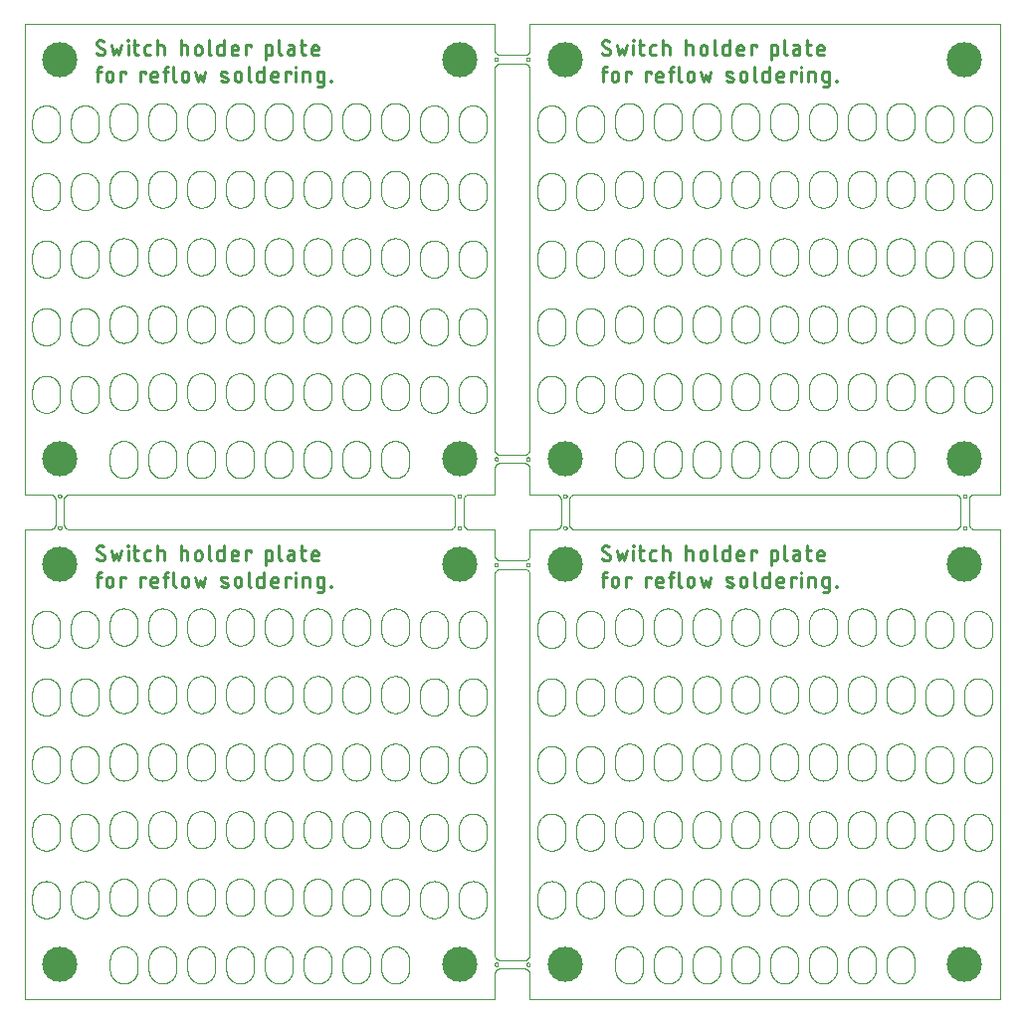
<source format=gto>
G04 EAGLE Gerber RS-274X export*
G75*
%MOMM*%
%FSLAX34Y34*%
%LPD*%
%AMOC8*
5,1,8,0,0,1.08239X$1,22.5*%
G01*
%ADD10C,0.000000*%
%ADD11C,3.000000*%
%ADD12C,0.228600*%


D10*
X72750Y33500D02*
X72750Y25500D01*
X72750Y33500D02*
X72753Y33786D01*
X72764Y34072D01*
X72781Y34358D01*
X72806Y34643D01*
X72837Y34927D01*
X72875Y35211D01*
X72920Y35493D01*
X72972Y35775D01*
X73031Y36055D01*
X73097Y36333D01*
X73169Y36610D01*
X73248Y36885D01*
X73334Y37158D01*
X73426Y37429D01*
X73525Y37697D01*
X73631Y37963D01*
X73743Y38227D01*
X73861Y38487D01*
X73986Y38745D01*
X74116Y38999D01*
X74253Y39251D01*
X74396Y39498D01*
X74546Y39743D01*
X74701Y39983D01*
X74861Y40220D01*
X75028Y40453D01*
X75200Y40681D01*
X75378Y40906D01*
X75561Y41126D01*
X75749Y41341D01*
X75942Y41552D01*
X76141Y41758D01*
X76345Y41959D01*
X76553Y42155D01*
X76766Y42346D01*
X76984Y42532D01*
X77206Y42712D01*
X77432Y42887D01*
X77663Y43056D01*
X77898Y43220D01*
X78137Y43378D01*
X78379Y43530D01*
X78625Y43676D01*
X78875Y43816D01*
X79127Y43950D01*
X79383Y44077D01*
X79643Y44199D01*
X79905Y44314D01*
X80169Y44423D01*
X80436Y44525D01*
X80706Y44621D01*
X80978Y44710D01*
X81252Y44792D01*
X81528Y44868D01*
X81806Y44937D01*
X82085Y44999D01*
X82366Y45055D01*
X82648Y45103D01*
X82931Y45145D01*
X83215Y45180D01*
X83500Y45207D01*
X83785Y45228D01*
X84071Y45242D01*
X84357Y45249D01*
X84643Y45249D01*
X84929Y45242D01*
X85215Y45228D01*
X85500Y45207D01*
X85785Y45180D01*
X86069Y45145D01*
X86352Y45103D01*
X86634Y45055D01*
X86915Y44999D01*
X87194Y44937D01*
X87472Y44868D01*
X87748Y44792D01*
X88022Y44710D01*
X88294Y44621D01*
X88564Y44525D01*
X88831Y44423D01*
X89095Y44314D01*
X89357Y44199D01*
X89617Y44077D01*
X89873Y43950D01*
X90125Y43816D01*
X90375Y43676D01*
X90621Y43530D01*
X90863Y43378D01*
X91102Y43220D01*
X91337Y43056D01*
X91568Y42887D01*
X91794Y42712D01*
X92016Y42532D01*
X92234Y42346D01*
X92447Y42155D01*
X92655Y41959D01*
X92859Y41758D01*
X93058Y41552D01*
X93251Y41341D01*
X93439Y41126D01*
X93622Y40906D01*
X93800Y40681D01*
X93972Y40453D01*
X94139Y40220D01*
X94299Y39983D01*
X94454Y39743D01*
X94604Y39498D01*
X94747Y39251D01*
X94884Y38999D01*
X95014Y38745D01*
X95139Y38487D01*
X95257Y38227D01*
X95369Y37963D01*
X95475Y37697D01*
X95574Y37429D01*
X95666Y37158D01*
X95752Y36885D01*
X95831Y36610D01*
X95903Y36333D01*
X95969Y36055D01*
X96028Y35775D01*
X96080Y35493D01*
X96125Y35211D01*
X96163Y34927D01*
X96194Y34643D01*
X96219Y34358D01*
X96236Y34072D01*
X96247Y33786D01*
X96250Y33500D01*
X96250Y25500D01*
X96247Y25214D01*
X96236Y24928D01*
X96219Y24642D01*
X96194Y24357D01*
X96163Y24073D01*
X96125Y23789D01*
X96080Y23507D01*
X96028Y23225D01*
X95969Y22945D01*
X95903Y22667D01*
X95831Y22390D01*
X95752Y22115D01*
X95666Y21842D01*
X95574Y21571D01*
X95475Y21303D01*
X95369Y21037D01*
X95257Y20773D01*
X95139Y20513D01*
X95014Y20255D01*
X94884Y20001D01*
X94747Y19749D01*
X94604Y19502D01*
X94454Y19257D01*
X94299Y19017D01*
X94139Y18780D01*
X93972Y18547D01*
X93800Y18319D01*
X93622Y18094D01*
X93439Y17874D01*
X93251Y17659D01*
X93058Y17448D01*
X92859Y17242D01*
X92655Y17041D01*
X92447Y16845D01*
X92234Y16654D01*
X92016Y16468D01*
X91794Y16288D01*
X91568Y16113D01*
X91337Y15944D01*
X91102Y15780D01*
X90863Y15622D01*
X90621Y15470D01*
X90375Y15324D01*
X90125Y15184D01*
X89873Y15050D01*
X89617Y14923D01*
X89357Y14801D01*
X89095Y14686D01*
X88831Y14577D01*
X88564Y14475D01*
X88294Y14379D01*
X88022Y14290D01*
X87748Y14208D01*
X87472Y14132D01*
X87194Y14063D01*
X86915Y14001D01*
X86634Y13945D01*
X86352Y13897D01*
X86069Y13855D01*
X85785Y13820D01*
X85500Y13793D01*
X85215Y13772D01*
X84929Y13758D01*
X84643Y13751D01*
X84357Y13751D01*
X84071Y13758D01*
X83785Y13772D01*
X83500Y13793D01*
X83215Y13820D01*
X82931Y13855D01*
X82648Y13897D01*
X82366Y13945D01*
X82085Y14001D01*
X81806Y14063D01*
X81528Y14132D01*
X81252Y14208D01*
X80978Y14290D01*
X80706Y14379D01*
X80436Y14475D01*
X80169Y14577D01*
X79905Y14686D01*
X79643Y14801D01*
X79383Y14923D01*
X79127Y15050D01*
X78875Y15184D01*
X78625Y15324D01*
X78379Y15470D01*
X78137Y15622D01*
X77898Y15780D01*
X77663Y15944D01*
X77432Y16113D01*
X77206Y16288D01*
X76984Y16468D01*
X76766Y16654D01*
X76553Y16845D01*
X76345Y17041D01*
X76141Y17242D01*
X75942Y17448D01*
X75749Y17659D01*
X75561Y17874D01*
X75378Y18094D01*
X75200Y18319D01*
X75028Y18547D01*
X74861Y18780D01*
X74701Y19017D01*
X74546Y19257D01*
X74396Y19502D01*
X74253Y19749D01*
X74116Y20001D01*
X73986Y20255D01*
X73861Y20513D01*
X73743Y20773D01*
X73631Y21037D01*
X73525Y21303D01*
X73426Y21571D01*
X73334Y21842D01*
X73248Y22115D01*
X73169Y22390D01*
X73097Y22667D01*
X73031Y22945D01*
X72972Y23225D01*
X72920Y23507D01*
X72875Y23789D01*
X72837Y24073D01*
X72806Y24357D01*
X72781Y24642D01*
X72764Y24928D01*
X72753Y25214D01*
X72750Y25500D01*
X105750Y25500D02*
X105750Y33500D01*
X105753Y33786D01*
X105764Y34072D01*
X105781Y34358D01*
X105806Y34643D01*
X105837Y34927D01*
X105875Y35211D01*
X105920Y35493D01*
X105972Y35775D01*
X106031Y36055D01*
X106097Y36333D01*
X106169Y36610D01*
X106248Y36885D01*
X106334Y37158D01*
X106426Y37429D01*
X106525Y37697D01*
X106631Y37963D01*
X106743Y38227D01*
X106861Y38487D01*
X106986Y38745D01*
X107116Y38999D01*
X107253Y39251D01*
X107396Y39498D01*
X107546Y39743D01*
X107701Y39983D01*
X107861Y40220D01*
X108028Y40453D01*
X108200Y40681D01*
X108378Y40906D01*
X108561Y41126D01*
X108749Y41341D01*
X108942Y41552D01*
X109141Y41758D01*
X109345Y41959D01*
X109553Y42155D01*
X109766Y42346D01*
X109984Y42532D01*
X110206Y42712D01*
X110432Y42887D01*
X110663Y43056D01*
X110898Y43220D01*
X111137Y43378D01*
X111379Y43530D01*
X111625Y43676D01*
X111875Y43816D01*
X112127Y43950D01*
X112383Y44077D01*
X112643Y44199D01*
X112905Y44314D01*
X113169Y44423D01*
X113436Y44525D01*
X113706Y44621D01*
X113978Y44710D01*
X114252Y44792D01*
X114528Y44868D01*
X114806Y44937D01*
X115085Y44999D01*
X115366Y45055D01*
X115648Y45103D01*
X115931Y45145D01*
X116215Y45180D01*
X116500Y45207D01*
X116785Y45228D01*
X117071Y45242D01*
X117357Y45249D01*
X117643Y45249D01*
X117929Y45242D01*
X118215Y45228D01*
X118500Y45207D01*
X118785Y45180D01*
X119069Y45145D01*
X119352Y45103D01*
X119634Y45055D01*
X119915Y44999D01*
X120194Y44937D01*
X120472Y44868D01*
X120748Y44792D01*
X121022Y44710D01*
X121294Y44621D01*
X121564Y44525D01*
X121831Y44423D01*
X122095Y44314D01*
X122357Y44199D01*
X122617Y44077D01*
X122873Y43950D01*
X123125Y43816D01*
X123375Y43676D01*
X123621Y43530D01*
X123863Y43378D01*
X124102Y43220D01*
X124337Y43056D01*
X124568Y42887D01*
X124794Y42712D01*
X125016Y42532D01*
X125234Y42346D01*
X125447Y42155D01*
X125655Y41959D01*
X125859Y41758D01*
X126058Y41552D01*
X126251Y41341D01*
X126439Y41126D01*
X126622Y40906D01*
X126800Y40681D01*
X126972Y40453D01*
X127139Y40220D01*
X127299Y39983D01*
X127454Y39743D01*
X127604Y39498D01*
X127747Y39251D01*
X127884Y38999D01*
X128014Y38745D01*
X128139Y38487D01*
X128257Y38227D01*
X128369Y37963D01*
X128475Y37697D01*
X128574Y37429D01*
X128666Y37158D01*
X128752Y36885D01*
X128831Y36610D01*
X128903Y36333D01*
X128969Y36055D01*
X129028Y35775D01*
X129080Y35493D01*
X129125Y35211D01*
X129163Y34927D01*
X129194Y34643D01*
X129219Y34358D01*
X129236Y34072D01*
X129247Y33786D01*
X129250Y33500D01*
X129250Y25500D01*
X129247Y25214D01*
X129236Y24928D01*
X129219Y24642D01*
X129194Y24357D01*
X129163Y24073D01*
X129125Y23789D01*
X129080Y23507D01*
X129028Y23225D01*
X128969Y22945D01*
X128903Y22667D01*
X128831Y22390D01*
X128752Y22115D01*
X128666Y21842D01*
X128574Y21571D01*
X128475Y21303D01*
X128369Y21037D01*
X128257Y20773D01*
X128139Y20513D01*
X128014Y20255D01*
X127884Y20001D01*
X127747Y19749D01*
X127604Y19502D01*
X127454Y19257D01*
X127299Y19017D01*
X127139Y18780D01*
X126972Y18547D01*
X126800Y18319D01*
X126622Y18094D01*
X126439Y17874D01*
X126251Y17659D01*
X126058Y17448D01*
X125859Y17242D01*
X125655Y17041D01*
X125447Y16845D01*
X125234Y16654D01*
X125016Y16468D01*
X124794Y16288D01*
X124568Y16113D01*
X124337Y15944D01*
X124102Y15780D01*
X123863Y15622D01*
X123621Y15470D01*
X123375Y15324D01*
X123125Y15184D01*
X122873Y15050D01*
X122617Y14923D01*
X122357Y14801D01*
X122095Y14686D01*
X121831Y14577D01*
X121564Y14475D01*
X121294Y14379D01*
X121022Y14290D01*
X120748Y14208D01*
X120472Y14132D01*
X120194Y14063D01*
X119915Y14001D01*
X119634Y13945D01*
X119352Y13897D01*
X119069Y13855D01*
X118785Y13820D01*
X118500Y13793D01*
X118215Y13772D01*
X117929Y13758D01*
X117643Y13751D01*
X117357Y13751D01*
X117071Y13758D01*
X116785Y13772D01*
X116500Y13793D01*
X116215Y13820D01*
X115931Y13855D01*
X115648Y13897D01*
X115366Y13945D01*
X115085Y14001D01*
X114806Y14063D01*
X114528Y14132D01*
X114252Y14208D01*
X113978Y14290D01*
X113706Y14379D01*
X113436Y14475D01*
X113169Y14577D01*
X112905Y14686D01*
X112643Y14801D01*
X112383Y14923D01*
X112127Y15050D01*
X111875Y15184D01*
X111625Y15324D01*
X111379Y15470D01*
X111137Y15622D01*
X110898Y15780D01*
X110663Y15944D01*
X110432Y16113D01*
X110206Y16288D01*
X109984Y16468D01*
X109766Y16654D01*
X109553Y16845D01*
X109345Y17041D01*
X109141Y17242D01*
X108942Y17448D01*
X108749Y17659D01*
X108561Y17874D01*
X108378Y18094D01*
X108200Y18319D01*
X108028Y18547D01*
X107861Y18780D01*
X107701Y19017D01*
X107546Y19257D01*
X107396Y19502D01*
X107253Y19749D01*
X107116Y20001D01*
X106986Y20255D01*
X106861Y20513D01*
X106743Y20773D01*
X106631Y21037D01*
X106525Y21303D01*
X106426Y21571D01*
X106334Y21842D01*
X106248Y22115D01*
X106169Y22390D01*
X106097Y22667D01*
X106031Y22945D01*
X105972Y23225D01*
X105920Y23507D01*
X105875Y23789D01*
X105837Y24073D01*
X105806Y24357D01*
X105781Y24642D01*
X105764Y24928D01*
X105753Y25214D01*
X105750Y25500D01*
X138750Y25500D02*
X138750Y33500D01*
X138753Y33786D01*
X138764Y34072D01*
X138781Y34358D01*
X138806Y34643D01*
X138837Y34927D01*
X138875Y35211D01*
X138920Y35493D01*
X138972Y35775D01*
X139031Y36055D01*
X139097Y36333D01*
X139169Y36610D01*
X139248Y36885D01*
X139334Y37158D01*
X139426Y37429D01*
X139525Y37697D01*
X139631Y37963D01*
X139743Y38227D01*
X139861Y38487D01*
X139986Y38745D01*
X140116Y38999D01*
X140253Y39251D01*
X140396Y39498D01*
X140546Y39743D01*
X140701Y39983D01*
X140861Y40220D01*
X141028Y40453D01*
X141200Y40681D01*
X141378Y40906D01*
X141561Y41126D01*
X141749Y41341D01*
X141942Y41552D01*
X142141Y41758D01*
X142345Y41959D01*
X142553Y42155D01*
X142766Y42346D01*
X142984Y42532D01*
X143206Y42712D01*
X143432Y42887D01*
X143663Y43056D01*
X143898Y43220D01*
X144137Y43378D01*
X144379Y43530D01*
X144625Y43676D01*
X144875Y43816D01*
X145127Y43950D01*
X145383Y44077D01*
X145643Y44199D01*
X145905Y44314D01*
X146169Y44423D01*
X146436Y44525D01*
X146706Y44621D01*
X146978Y44710D01*
X147252Y44792D01*
X147528Y44868D01*
X147806Y44937D01*
X148085Y44999D01*
X148366Y45055D01*
X148648Y45103D01*
X148931Y45145D01*
X149215Y45180D01*
X149500Y45207D01*
X149785Y45228D01*
X150071Y45242D01*
X150357Y45249D01*
X150643Y45249D01*
X150929Y45242D01*
X151215Y45228D01*
X151500Y45207D01*
X151785Y45180D01*
X152069Y45145D01*
X152352Y45103D01*
X152634Y45055D01*
X152915Y44999D01*
X153194Y44937D01*
X153472Y44868D01*
X153748Y44792D01*
X154022Y44710D01*
X154294Y44621D01*
X154564Y44525D01*
X154831Y44423D01*
X155095Y44314D01*
X155357Y44199D01*
X155617Y44077D01*
X155873Y43950D01*
X156125Y43816D01*
X156375Y43676D01*
X156621Y43530D01*
X156863Y43378D01*
X157102Y43220D01*
X157337Y43056D01*
X157568Y42887D01*
X157794Y42712D01*
X158016Y42532D01*
X158234Y42346D01*
X158447Y42155D01*
X158655Y41959D01*
X158859Y41758D01*
X159058Y41552D01*
X159251Y41341D01*
X159439Y41126D01*
X159622Y40906D01*
X159800Y40681D01*
X159972Y40453D01*
X160139Y40220D01*
X160299Y39983D01*
X160454Y39743D01*
X160604Y39498D01*
X160747Y39251D01*
X160884Y38999D01*
X161014Y38745D01*
X161139Y38487D01*
X161257Y38227D01*
X161369Y37963D01*
X161475Y37697D01*
X161574Y37429D01*
X161666Y37158D01*
X161752Y36885D01*
X161831Y36610D01*
X161903Y36333D01*
X161969Y36055D01*
X162028Y35775D01*
X162080Y35493D01*
X162125Y35211D01*
X162163Y34927D01*
X162194Y34643D01*
X162219Y34358D01*
X162236Y34072D01*
X162247Y33786D01*
X162250Y33500D01*
X162250Y25500D01*
X162247Y25214D01*
X162236Y24928D01*
X162219Y24642D01*
X162194Y24357D01*
X162163Y24073D01*
X162125Y23789D01*
X162080Y23507D01*
X162028Y23225D01*
X161969Y22945D01*
X161903Y22667D01*
X161831Y22390D01*
X161752Y22115D01*
X161666Y21842D01*
X161574Y21571D01*
X161475Y21303D01*
X161369Y21037D01*
X161257Y20773D01*
X161139Y20513D01*
X161014Y20255D01*
X160884Y20001D01*
X160747Y19749D01*
X160604Y19502D01*
X160454Y19257D01*
X160299Y19017D01*
X160139Y18780D01*
X159972Y18547D01*
X159800Y18319D01*
X159622Y18094D01*
X159439Y17874D01*
X159251Y17659D01*
X159058Y17448D01*
X158859Y17242D01*
X158655Y17041D01*
X158447Y16845D01*
X158234Y16654D01*
X158016Y16468D01*
X157794Y16288D01*
X157568Y16113D01*
X157337Y15944D01*
X157102Y15780D01*
X156863Y15622D01*
X156621Y15470D01*
X156375Y15324D01*
X156125Y15184D01*
X155873Y15050D01*
X155617Y14923D01*
X155357Y14801D01*
X155095Y14686D01*
X154831Y14577D01*
X154564Y14475D01*
X154294Y14379D01*
X154022Y14290D01*
X153748Y14208D01*
X153472Y14132D01*
X153194Y14063D01*
X152915Y14001D01*
X152634Y13945D01*
X152352Y13897D01*
X152069Y13855D01*
X151785Y13820D01*
X151500Y13793D01*
X151215Y13772D01*
X150929Y13758D01*
X150643Y13751D01*
X150357Y13751D01*
X150071Y13758D01*
X149785Y13772D01*
X149500Y13793D01*
X149215Y13820D01*
X148931Y13855D01*
X148648Y13897D01*
X148366Y13945D01*
X148085Y14001D01*
X147806Y14063D01*
X147528Y14132D01*
X147252Y14208D01*
X146978Y14290D01*
X146706Y14379D01*
X146436Y14475D01*
X146169Y14577D01*
X145905Y14686D01*
X145643Y14801D01*
X145383Y14923D01*
X145127Y15050D01*
X144875Y15184D01*
X144625Y15324D01*
X144379Y15470D01*
X144137Y15622D01*
X143898Y15780D01*
X143663Y15944D01*
X143432Y16113D01*
X143206Y16288D01*
X142984Y16468D01*
X142766Y16654D01*
X142553Y16845D01*
X142345Y17041D01*
X142141Y17242D01*
X141942Y17448D01*
X141749Y17659D01*
X141561Y17874D01*
X141378Y18094D01*
X141200Y18319D01*
X141028Y18547D01*
X140861Y18780D01*
X140701Y19017D01*
X140546Y19257D01*
X140396Y19502D01*
X140253Y19749D01*
X140116Y20001D01*
X139986Y20255D01*
X139861Y20513D01*
X139743Y20773D01*
X139631Y21037D01*
X139525Y21303D01*
X139426Y21571D01*
X139334Y21842D01*
X139248Y22115D01*
X139169Y22390D01*
X139097Y22667D01*
X139031Y22945D01*
X138972Y23225D01*
X138920Y23507D01*
X138875Y23789D01*
X138837Y24073D01*
X138806Y24357D01*
X138781Y24642D01*
X138764Y24928D01*
X138753Y25214D01*
X138750Y25500D01*
X171750Y25500D02*
X171750Y33500D01*
X171753Y33786D01*
X171764Y34072D01*
X171781Y34358D01*
X171806Y34643D01*
X171837Y34927D01*
X171875Y35211D01*
X171920Y35493D01*
X171972Y35775D01*
X172031Y36055D01*
X172097Y36333D01*
X172169Y36610D01*
X172248Y36885D01*
X172334Y37158D01*
X172426Y37429D01*
X172525Y37697D01*
X172631Y37963D01*
X172743Y38227D01*
X172861Y38487D01*
X172986Y38745D01*
X173116Y38999D01*
X173253Y39251D01*
X173396Y39498D01*
X173546Y39743D01*
X173701Y39983D01*
X173861Y40220D01*
X174028Y40453D01*
X174200Y40681D01*
X174378Y40906D01*
X174561Y41126D01*
X174749Y41341D01*
X174942Y41552D01*
X175141Y41758D01*
X175345Y41959D01*
X175553Y42155D01*
X175766Y42346D01*
X175984Y42532D01*
X176206Y42712D01*
X176432Y42887D01*
X176663Y43056D01*
X176898Y43220D01*
X177137Y43378D01*
X177379Y43530D01*
X177625Y43676D01*
X177875Y43816D01*
X178127Y43950D01*
X178383Y44077D01*
X178643Y44199D01*
X178905Y44314D01*
X179169Y44423D01*
X179436Y44525D01*
X179706Y44621D01*
X179978Y44710D01*
X180252Y44792D01*
X180528Y44868D01*
X180806Y44937D01*
X181085Y44999D01*
X181366Y45055D01*
X181648Y45103D01*
X181931Y45145D01*
X182215Y45180D01*
X182500Y45207D01*
X182785Y45228D01*
X183071Y45242D01*
X183357Y45249D01*
X183643Y45249D01*
X183929Y45242D01*
X184215Y45228D01*
X184500Y45207D01*
X184785Y45180D01*
X185069Y45145D01*
X185352Y45103D01*
X185634Y45055D01*
X185915Y44999D01*
X186194Y44937D01*
X186472Y44868D01*
X186748Y44792D01*
X187022Y44710D01*
X187294Y44621D01*
X187564Y44525D01*
X187831Y44423D01*
X188095Y44314D01*
X188357Y44199D01*
X188617Y44077D01*
X188873Y43950D01*
X189125Y43816D01*
X189375Y43676D01*
X189621Y43530D01*
X189863Y43378D01*
X190102Y43220D01*
X190337Y43056D01*
X190568Y42887D01*
X190794Y42712D01*
X191016Y42532D01*
X191234Y42346D01*
X191447Y42155D01*
X191655Y41959D01*
X191859Y41758D01*
X192058Y41552D01*
X192251Y41341D01*
X192439Y41126D01*
X192622Y40906D01*
X192800Y40681D01*
X192972Y40453D01*
X193139Y40220D01*
X193299Y39983D01*
X193454Y39743D01*
X193604Y39498D01*
X193747Y39251D01*
X193884Y38999D01*
X194014Y38745D01*
X194139Y38487D01*
X194257Y38227D01*
X194369Y37963D01*
X194475Y37697D01*
X194574Y37429D01*
X194666Y37158D01*
X194752Y36885D01*
X194831Y36610D01*
X194903Y36333D01*
X194969Y36055D01*
X195028Y35775D01*
X195080Y35493D01*
X195125Y35211D01*
X195163Y34927D01*
X195194Y34643D01*
X195219Y34358D01*
X195236Y34072D01*
X195247Y33786D01*
X195250Y33500D01*
X195250Y25500D01*
X195247Y25214D01*
X195236Y24928D01*
X195219Y24642D01*
X195194Y24357D01*
X195163Y24073D01*
X195125Y23789D01*
X195080Y23507D01*
X195028Y23225D01*
X194969Y22945D01*
X194903Y22667D01*
X194831Y22390D01*
X194752Y22115D01*
X194666Y21842D01*
X194574Y21571D01*
X194475Y21303D01*
X194369Y21037D01*
X194257Y20773D01*
X194139Y20513D01*
X194014Y20255D01*
X193884Y20001D01*
X193747Y19749D01*
X193604Y19502D01*
X193454Y19257D01*
X193299Y19017D01*
X193139Y18780D01*
X192972Y18547D01*
X192800Y18319D01*
X192622Y18094D01*
X192439Y17874D01*
X192251Y17659D01*
X192058Y17448D01*
X191859Y17242D01*
X191655Y17041D01*
X191447Y16845D01*
X191234Y16654D01*
X191016Y16468D01*
X190794Y16288D01*
X190568Y16113D01*
X190337Y15944D01*
X190102Y15780D01*
X189863Y15622D01*
X189621Y15470D01*
X189375Y15324D01*
X189125Y15184D01*
X188873Y15050D01*
X188617Y14923D01*
X188357Y14801D01*
X188095Y14686D01*
X187831Y14577D01*
X187564Y14475D01*
X187294Y14379D01*
X187022Y14290D01*
X186748Y14208D01*
X186472Y14132D01*
X186194Y14063D01*
X185915Y14001D01*
X185634Y13945D01*
X185352Y13897D01*
X185069Y13855D01*
X184785Y13820D01*
X184500Y13793D01*
X184215Y13772D01*
X183929Y13758D01*
X183643Y13751D01*
X183357Y13751D01*
X183071Y13758D01*
X182785Y13772D01*
X182500Y13793D01*
X182215Y13820D01*
X181931Y13855D01*
X181648Y13897D01*
X181366Y13945D01*
X181085Y14001D01*
X180806Y14063D01*
X180528Y14132D01*
X180252Y14208D01*
X179978Y14290D01*
X179706Y14379D01*
X179436Y14475D01*
X179169Y14577D01*
X178905Y14686D01*
X178643Y14801D01*
X178383Y14923D01*
X178127Y15050D01*
X177875Y15184D01*
X177625Y15324D01*
X177379Y15470D01*
X177137Y15622D01*
X176898Y15780D01*
X176663Y15944D01*
X176432Y16113D01*
X176206Y16288D01*
X175984Y16468D01*
X175766Y16654D01*
X175553Y16845D01*
X175345Y17041D01*
X175141Y17242D01*
X174942Y17448D01*
X174749Y17659D01*
X174561Y17874D01*
X174378Y18094D01*
X174200Y18319D01*
X174028Y18547D01*
X173861Y18780D01*
X173701Y19017D01*
X173546Y19257D01*
X173396Y19502D01*
X173253Y19749D01*
X173116Y20001D01*
X172986Y20255D01*
X172861Y20513D01*
X172743Y20773D01*
X172631Y21037D01*
X172525Y21303D01*
X172426Y21571D01*
X172334Y21842D01*
X172248Y22115D01*
X172169Y22390D01*
X172097Y22667D01*
X172031Y22945D01*
X171972Y23225D01*
X171920Y23507D01*
X171875Y23789D01*
X171837Y24073D01*
X171806Y24357D01*
X171781Y24642D01*
X171764Y24928D01*
X171753Y25214D01*
X171750Y25500D01*
X204750Y25500D02*
X204750Y33500D01*
X204753Y33786D01*
X204764Y34072D01*
X204781Y34358D01*
X204806Y34643D01*
X204837Y34927D01*
X204875Y35211D01*
X204920Y35493D01*
X204972Y35775D01*
X205031Y36055D01*
X205097Y36333D01*
X205169Y36610D01*
X205248Y36885D01*
X205334Y37158D01*
X205426Y37429D01*
X205525Y37697D01*
X205631Y37963D01*
X205743Y38227D01*
X205861Y38487D01*
X205986Y38745D01*
X206116Y38999D01*
X206253Y39251D01*
X206396Y39498D01*
X206546Y39743D01*
X206701Y39983D01*
X206861Y40220D01*
X207028Y40453D01*
X207200Y40681D01*
X207378Y40906D01*
X207561Y41126D01*
X207749Y41341D01*
X207942Y41552D01*
X208141Y41758D01*
X208345Y41959D01*
X208553Y42155D01*
X208766Y42346D01*
X208984Y42532D01*
X209206Y42712D01*
X209432Y42887D01*
X209663Y43056D01*
X209898Y43220D01*
X210137Y43378D01*
X210379Y43530D01*
X210625Y43676D01*
X210875Y43816D01*
X211127Y43950D01*
X211383Y44077D01*
X211643Y44199D01*
X211905Y44314D01*
X212169Y44423D01*
X212436Y44525D01*
X212706Y44621D01*
X212978Y44710D01*
X213252Y44792D01*
X213528Y44868D01*
X213806Y44937D01*
X214085Y44999D01*
X214366Y45055D01*
X214648Y45103D01*
X214931Y45145D01*
X215215Y45180D01*
X215500Y45207D01*
X215785Y45228D01*
X216071Y45242D01*
X216357Y45249D01*
X216643Y45249D01*
X216929Y45242D01*
X217215Y45228D01*
X217500Y45207D01*
X217785Y45180D01*
X218069Y45145D01*
X218352Y45103D01*
X218634Y45055D01*
X218915Y44999D01*
X219194Y44937D01*
X219472Y44868D01*
X219748Y44792D01*
X220022Y44710D01*
X220294Y44621D01*
X220564Y44525D01*
X220831Y44423D01*
X221095Y44314D01*
X221357Y44199D01*
X221617Y44077D01*
X221873Y43950D01*
X222125Y43816D01*
X222375Y43676D01*
X222621Y43530D01*
X222863Y43378D01*
X223102Y43220D01*
X223337Y43056D01*
X223568Y42887D01*
X223794Y42712D01*
X224016Y42532D01*
X224234Y42346D01*
X224447Y42155D01*
X224655Y41959D01*
X224859Y41758D01*
X225058Y41552D01*
X225251Y41341D01*
X225439Y41126D01*
X225622Y40906D01*
X225800Y40681D01*
X225972Y40453D01*
X226139Y40220D01*
X226299Y39983D01*
X226454Y39743D01*
X226604Y39498D01*
X226747Y39251D01*
X226884Y38999D01*
X227014Y38745D01*
X227139Y38487D01*
X227257Y38227D01*
X227369Y37963D01*
X227475Y37697D01*
X227574Y37429D01*
X227666Y37158D01*
X227752Y36885D01*
X227831Y36610D01*
X227903Y36333D01*
X227969Y36055D01*
X228028Y35775D01*
X228080Y35493D01*
X228125Y35211D01*
X228163Y34927D01*
X228194Y34643D01*
X228219Y34358D01*
X228236Y34072D01*
X228247Y33786D01*
X228250Y33500D01*
X228250Y25500D01*
X228247Y25214D01*
X228236Y24928D01*
X228219Y24642D01*
X228194Y24357D01*
X228163Y24073D01*
X228125Y23789D01*
X228080Y23507D01*
X228028Y23225D01*
X227969Y22945D01*
X227903Y22667D01*
X227831Y22390D01*
X227752Y22115D01*
X227666Y21842D01*
X227574Y21571D01*
X227475Y21303D01*
X227369Y21037D01*
X227257Y20773D01*
X227139Y20513D01*
X227014Y20255D01*
X226884Y20001D01*
X226747Y19749D01*
X226604Y19502D01*
X226454Y19257D01*
X226299Y19017D01*
X226139Y18780D01*
X225972Y18547D01*
X225800Y18319D01*
X225622Y18094D01*
X225439Y17874D01*
X225251Y17659D01*
X225058Y17448D01*
X224859Y17242D01*
X224655Y17041D01*
X224447Y16845D01*
X224234Y16654D01*
X224016Y16468D01*
X223794Y16288D01*
X223568Y16113D01*
X223337Y15944D01*
X223102Y15780D01*
X222863Y15622D01*
X222621Y15470D01*
X222375Y15324D01*
X222125Y15184D01*
X221873Y15050D01*
X221617Y14923D01*
X221357Y14801D01*
X221095Y14686D01*
X220831Y14577D01*
X220564Y14475D01*
X220294Y14379D01*
X220022Y14290D01*
X219748Y14208D01*
X219472Y14132D01*
X219194Y14063D01*
X218915Y14001D01*
X218634Y13945D01*
X218352Y13897D01*
X218069Y13855D01*
X217785Y13820D01*
X217500Y13793D01*
X217215Y13772D01*
X216929Y13758D01*
X216643Y13751D01*
X216357Y13751D01*
X216071Y13758D01*
X215785Y13772D01*
X215500Y13793D01*
X215215Y13820D01*
X214931Y13855D01*
X214648Y13897D01*
X214366Y13945D01*
X214085Y14001D01*
X213806Y14063D01*
X213528Y14132D01*
X213252Y14208D01*
X212978Y14290D01*
X212706Y14379D01*
X212436Y14475D01*
X212169Y14577D01*
X211905Y14686D01*
X211643Y14801D01*
X211383Y14923D01*
X211127Y15050D01*
X210875Y15184D01*
X210625Y15324D01*
X210379Y15470D01*
X210137Y15622D01*
X209898Y15780D01*
X209663Y15944D01*
X209432Y16113D01*
X209206Y16288D01*
X208984Y16468D01*
X208766Y16654D01*
X208553Y16845D01*
X208345Y17041D01*
X208141Y17242D01*
X207942Y17448D01*
X207749Y17659D01*
X207561Y17874D01*
X207378Y18094D01*
X207200Y18319D01*
X207028Y18547D01*
X206861Y18780D01*
X206701Y19017D01*
X206546Y19257D01*
X206396Y19502D01*
X206253Y19749D01*
X206116Y20001D01*
X205986Y20255D01*
X205861Y20513D01*
X205743Y20773D01*
X205631Y21037D01*
X205525Y21303D01*
X205426Y21571D01*
X205334Y21842D01*
X205248Y22115D01*
X205169Y22390D01*
X205097Y22667D01*
X205031Y22945D01*
X204972Y23225D01*
X204920Y23507D01*
X204875Y23789D01*
X204837Y24073D01*
X204806Y24357D01*
X204781Y24642D01*
X204764Y24928D01*
X204753Y25214D01*
X204750Y25500D01*
X237750Y25500D02*
X237750Y33500D01*
X237753Y33786D01*
X237764Y34072D01*
X237781Y34358D01*
X237806Y34643D01*
X237837Y34927D01*
X237875Y35211D01*
X237920Y35493D01*
X237972Y35775D01*
X238031Y36055D01*
X238097Y36333D01*
X238169Y36610D01*
X238248Y36885D01*
X238334Y37158D01*
X238426Y37429D01*
X238525Y37697D01*
X238631Y37963D01*
X238743Y38227D01*
X238861Y38487D01*
X238986Y38745D01*
X239116Y38999D01*
X239253Y39251D01*
X239396Y39498D01*
X239546Y39743D01*
X239701Y39983D01*
X239861Y40220D01*
X240028Y40453D01*
X240200Y40681D01*
X240378Y40906D01*
X240561Y41126D01*
X240749Y41341D01*
X240942Y41552D01*
X241141Y41758D01*
X241345Y41959D01*
X241553Y42155D01*
X241766Y42346D01*
X241984Y42532D01*
X242206Y42712D01*
X242432Y42887D01*
X242663Y43056D01*
X242898Y43220D01*
X243137Y43378D01*
X243379Y43530D01*
X243625Y43676D01*
X243875Y43816D01*
X244127Y43950D01*
X244383Y44077D01*
X244643Y44199D01*
X244905Y44314D01*
X245169Y44423D01*
X245436Y44525D01*
X245706Y44621D01*
X245978Y44710D01*
X246252Y44792D01*
X246528Y44868D01*
X246806Y44937D01*
X247085Y44999D01*
X247366Y45055D01*
X247648Y45103D01*
X247931Y45145D01*
X248215Y45180D01*
X248500Y45207D01*
X248785Y45228D01*
X249071Y45242D01*
X249357Y45249D01*
X249643Y45249D01*
X249929Y45242D01*
X250215Y45228D01*
X250500Y45207D01*
X250785Y45180D01*
X251069Y45145D01*
X251352Y45103D01*
X251634Y45055D01*
X251915Y44999D01*
X252194Y44937D01*
X252472Y44868D01*
X252748Y44792D01*
X253022Y44710D01*
X253294Y44621D01*
X253564Y44525D01*
X253831Y44423D01*
X254095Y44314D01*
X254357Y44199D01*
X254617Y44077D01*
X254873Y43950D01*
X255125Y43816D01*
X255375Y43676D01*
X255621Y43530D01*
X255863Y43378D01*
X256102Y43220D01*
X256337Y43056D01*
X256568Y42887D01*
X256794Y42712D01*
X257016Y42532D01*
X257234Y42346D01*
X257447Y42155D01*
X257655Y41959D01*
X257859Y41758D01*
X258058Y41552D01*
X258251Y41341D01*
X258439Y41126D01*
X258622Y40906D01*
X258800Y40681D01*
X258972Y40453D01*
X259139Y40220D01*
X259299Y39983D01*
X259454Y39743D01*
X259604Y39498D01*
X259747Y39251D01*
X259884Y38999D01*
X260014Y38745D01*
X260139Y38487D01*
X260257Y38227D01*
X260369Y37963D01*
X260475Y37697D01*
X260574Y37429D01*
X260666Y37158D01*
X260752Y36885D01*
X260831Y36610D01*
X260903Y36333D01*
X260969Y36055D01*
X261028Y35775D01*
X261080Y35493D01*
X261125Y35211D01*
X261163Y34927D01*
X261194Y34643D01*
X261219Y34358D01*
X261236Y34072D01*
X261247Y33786D01*
X261250Y33500D01*
X261250Y25500D01*
X261247Y25214D01*
X261236Y24928D01*
X261219Y24642D01*
X261194Y24357D01*
X261163Y24073D01*
X261125Y23789D01*
X261080Y23507D01*
X261028Y23225D01*
X260969Y22945D01*
X260903Y22667D01*
X260831Y22390D01*
X260752Y22115D01*
X260666Y21842D01*
X260574Y21571D01*
X260475Y21303D01*
X260369Y21037D01*
X260257Y20773D01*
X260139Y20513D01*
X260014Y20255D01*
X259884Y20001D01*
X259747Y19749D01*
X259604Y19502D01*
X259454Y19257D01*
X259299Y19017D01*
X259139Y18780D01*
X258972Y18547D01*
X258800Y18319D01*
X258622Y18094D01*
X258439Y17874D01*
X258251Y17659D01*
X258058Y17448D01*
X257859Y17242D01*
X257655Y17041D01*
X257447Y16845D01*
X257234Y16654D01*
X257016Y16468D01*
X256794Y16288D01*
X256568Y16113D01*
X256337Y15944D01*
X256102Y15780D01*
X255863Y15622D01*
X255621Y15470D01*
X255375Y15324D01*
X255125Y15184D01*
X254873Y15050D01*
X254617Y14923D01*
X254357Y14801D01*
X254095Y14686D01*
X253831Y14577D01*
X253564Y14475D01*
X253294Y14379D01*
X253022Y14290D01*
X252748Y14208D01*
X252472Y14132D01*
X252194Y14063D01*
X251915Y14001D01*
X251634Y13945D01*
X251352Y13897D01*
X251069Y13855D01*
X250785Y13820D01*
X250500Y13793D01*
X250215Y13772D01*
X249929Y13758D01*
X249643Y13751D01*
X249357Y13751D01*
X249071Y13758D01*
X248785Y13772D01*
X248500Y13793D01*
X248215Y13820D01*
X247931Y13855D01*
X247648Y13897D01*
X247366Y13945D01*
X247085Y14001D01*
X246806Y14063D01*
X246528Y14132D01*
X246252Y14208D01*
X245978Y14290D01*
X245706Y14379D01*
X245436Y14475D01*
X245169Y14577D01*
X244905Y14686D01*
X244643Y14801D01*
X244383Y14923D01*
X244127Y15050D01*
X243875Y15184D01*
X243625Y15324D01*
X243379Y15470D01*
X243137Y15622D01*
X242898Y15780D01*
X242663Y15944D01*
X242432Y16113D01*
X242206Y16288D01*
X241984Y16468D01*
X241766Y16654D01*
X241553Y16845D01*
X241345Y17041D01*
X241141Y17242D01*
X240942Y17448D01*
X240749Y17659D01*
X240561Y17874D01*
X240378Y18094D01*
X240200Y18319D01*
X240028Y18547D01*
X239861Y18780D01*
X239701Y19017D01*
X239546Y19257D01*
X239396Y19502D01*
X239253Y19749D01*
X239116Y20001D01*
X238986Y20255D01*
X238861Y20513D01*
X238743Y20773D01*
X238631Y21037D01*
X238525Y21303D01*
X238426Y21571D01*
X238334Y21842D01*
X238248Y22115D01*
X238169Y22390D01*
X238097Y22667D01*
X238031Y22945D01*
X237972Y23225D01*
X237920Y23507D01*
X237875Y23789D01*
X237837Y24073D01*
X237806Y24357D01*
X237781Y24642D01*
X237764Y24928D01*
X237753Y25214D01*
X237750Y25500D01*
X270750Y25500D02*
X270750Y33500D01*
X270753Y33786D01*
X270764Y34072D01*
X270781Y34358D01*
X270806Y34643D01*
X270837Y34927D01*
X270875Y35211D01*
X270920Y35493D01*
X270972Y35775D01*
X271031Y36055D01*
X271097Y36333D01*
X271169Y36610D01*
X271248Y36885D01*
X271334Y37158D01*
X271426Y37429D01*
X271525Y37697D01*
X271631Y37963D01*
X271743Y38227D01*
X271861Y38487D01*
X271986Y38745D01*
X272116Y38999D01*
X272253Y39251D01*
X272396Y39498D01*
X272546Y39743D01*
X272701Y39983D01*
X272861Y40220D01*
X273028Y40453D01*
X273200Y40681D01*
X273378Y40906D01*
X273561Y41126D01*
X273749Y41341D01*
X273942Y41552D01*
X274141Y41758D01*
X274345Y41959D01*
X274553Y42155D01*
X274766Y42346D01*
X274984Y42532D01*
X275206Y42712D01*
X275432Y42887D01*
X275663Y43056D01*
X275898Y43220D01*
X276137Y43378D01*
X276379Y43530D01*
X276625Y43676D01*
X276875Y43816D01*
X277127Y43950D01*
X277383Y44077D01*
X277643Y44199D01*
X277905Y44314D01*
X278169Y44423D01*
X278436Y44525D01*
X278706Y44621D01*
X278978Y44710D01*
X279252Y44792D01*
X279528Y44868D01*
X279806Y44937D01*
X280085Y44999D01*
X280366Y45055D01*
X280648Y45103D01*
X280931Y45145D01*
X281215Y45180D01*
X281500Y45207D01*
X281785Y45228D01*
X282071Y45242D01*
X282357Y45249D01*
X282643Y45249D01*
X282929Y45242D01*
X283215Y45228D01*
X283500Y45207D01*
X283785Y45180D01*
X284069Y45145D01*
X284352Y45103D01*
X284634Y45055D01*
X284915Y44999D01*
X285194Y44937D01*
X285472Y44868D01*
X285748Y44792D01*
X286022Y44710D01*
X286294Y44621D01*
X286564Y44525D01*
X286831Y44423D01*
X287095Y44314D01*
X287357Y44199D01*
X287617Y44077D01*
X287873Y43950D01*
X288125Y43816D01*
X288375Y43676D01*
X288621Y43530D01*
X288863Y43378D01*
X289102Y43220D01*
X289337Y43056D01*
X289568Y42887D01*
X289794Y42712D01*
X290016Y42532D01*
X290234Y42346D01*
X290447Y42155D01*
X290655Y41959D01*
X290859Y41758D01*
X291058Y41552D01*
X291251Y41341D01*
X291439Y41126D01*
X291622Y40906D01*
X291800Y40681D01*
X291972Y40453D01*
X292139Y40220D01*
X292299Y39983D01*
X292454Y39743D01*
X292604Y39498D01*
X292747Y39251D01*
X292884Y38999D01*
X293014Y38745D01*
X293139Y38487D01*
X293257Y38227D01*
X293369Y37963D01*
X293475Y37697D01*
X293574Y37429D01*
X293666Y37158D01*
X293752Y36885D01*
X293831Y36610D01*
X293903Y36333D01*
X293969Y36055D01*
X294028Y35775D01*
X294080Y35493D01*
X294125Y35211D01*
X294163Y34927D01*
X294194Y34643D01*
X294219Y34358D01*
X294236Y34072D01*
X294247Y33786D01*
X294250Y33500D01*
X294250Y25500D01*
X294247Y25214D01*
X294236Y24928D01*
X294219Y24642D01*
X294194Y24357D01*
X294163Y24073D01*
X294125Y23789D01*
X294080Y23507D01*
X294028Y23225D01*
X293969Y22945D01*
X293903Y22667D01*
X293831Y22390D01*
X293752Y22115D01*
X293666Y21842D01*
X293574Y21571D01*
X293475Y21303D01*
X293369Y21037D01*
X293257Y20773D01*
X293139Y20513D01*
X293014Y20255D01*
X292884Y20001D01*
X292747Y19749D01*
X292604Y19502D01*
X292454Y19257D01*
X292299Y19017D01*
X292139Y18780D01*
X291972Y18547D01*
X291800Y18319D01*
X291622Y18094D01*
X291439Y17874D01*
X291251Y17659D01*
X291058Y17448D01*
X290859Y17242D01*
X290655Y17041D01*
X290447Y16845D01*
X290234Y16654D01*
X290016Y16468D01*
X289794Y16288D01*
X289568Y16113D01*
X289337Y15944D01*
X289102Y15780D01*
X288863Y15622D01*
X288621Y15470D01*
X288375Y15324D01*
X288125Y15184D01*
X287873Y15050D01*
X287617Y14923D01*
X287357Y14801D01*
X287095Y14686D01*
X286831Y14577D01*
X286564Y14475D01*
X286294Y14379D01*
X286022Y14290D01*
X285748Y14208D01*
X285472Y14132D01*
X285194Y14063D01*
X284915Y14001D01*
X284634Y13945D01*
X284352Y13897D01*
X284069Y13855D01*
X283785Y13820D01*
X283500Y13793D01*
X283215Y13772D01*
X282929Y13758D01*
X282643Y13751D01*
X282357Y13751D01*
X282071Y13758D01*
X281785Y13772D01*
X281500Y13793D01*
X281215Y13820D01*
X280931Y13855D01*
X280648Y13897D01*
X280366Y13945D01*
X280085Y14001D01*
X279806Y14063D01*
X279528Y14132D01*
X279252Y14208D01*
X278978Y14290D01*
X278706Y14379D01*
X278436Y14475D01*
X278169Y14577D01*
X277905Y14686D01*
X277643Y14801D01*
X277383Y14923D01*
X277127Y15050D01*
X276875Y15184D01*
X276625Y15324D01*
X276379Y15470D01*
X276137Y15622D01*
X275898Y15780D01*
X275663Y15944D01*
X275432Y16113D01*
X275206Y16288D01*
X274984Y16468D01*
X274766Y16654D01*
X274553Y16845D01*
X274345Y17041D01*
X274141Y17242D01*
X273942Y17448D01*
X273749Y17659D01*
X273561Y17874D01*
X273378Y18094D01*
X273200Y18319D01*
X273028Y18547D01*
X272861Y18780D01*
X272701Y19017D01*
X272546Y19257D01*
X272396Y19502D01*
X272253Y19749D01*
X272116Y20001D01*
X271986Y20255D01*
X271861Y20513D01*
X271743Y20773D01*
X271631Y21037D01*
X271525Y21303D01*
X271426Y21571D01*
X271334Y21842D01*
X271248Y22115D01*
X271169Y22390D01*
X271097Y22667D01*
X271031Y22945D01*
X270972Y23225D01*
X270920Y23507D01*
X270875Y23789D01*
X270837Y24073D01*
X270806Y24357D01*
X270781Y24642D01*
X270764Y24928D01*
X270753Y25214D01*
X270750Y25500D01*
X303750Y25500D02*
X303750Y33500D01*
X303753Y33786D01*
X303764Y34072D01*
X303781Y34358D01*
X303806Y34643D01*
X303837Y34927D01*
X303875Y35211D01*
X303920Y35493D01*
X303972Y35775D01*
X304031Y36055D01*
X304097Y36333D01*
X304169Y36610D01*
X304248Y36885D01*
X304334Y37158D01*
X304426Y37429D01*
X304525Y37697D01*
X304631Y37963D01*
X304743Y38227D01*
X304861Y38487D01*
X304986Y38745D01*
X305116Y38999D01*
X305253Y39251D01*
X305396Y39498D01*
X305546Y39743D01*
X305701Y39983D01*
X305861Y40220D01*
X306028Y40453D01*
X306200Y40681D01*
X306378Y40906D01*
X306561Y41126D01*
X306749Y41341D01*
X306942Y41552D01*
X307141Y41758D01*
X307345Y41959D01*
X307553Y42155D01*
X307766Y42346D01*
X307984Y42532D01*
X308206Y42712D01*
X308432Y42887D01*
X308663Y43056D01*
X308898Y43220D01*
X309137Y43378D01*
X309379Y43530D01*
X309625Y43676D01*
X309875Y43816D01*
X310127Y43950D01*
X310383Y44077D01*
X310643Y44199D01*
X310905Y44314D01*
X311169Y44423D01*
X311436Y44525D01*
X311706Y44621D01*
X311978Y44710D01*
X312252Y44792D01*
X312528Y44868D01*
X312806Y44937D01*
X313085Y44999D01*
X313366Y45055D01*
X313648Y45103D01*
X313931Y45145D01*
X314215Y45180D01*
X314500Y45207D01*
X314785Y45228D01*
X315071Y45242D01*
X315357Y45249D01*
X315643Y45249D01*
X315929Y45242D01*
X316215Y45228D01*
X316500Y45207D01*
X316785Y45180D01*
X317069Y45145D01*
X317352Y45103D01*
X317634Y45055D01*
X317915Y44999D01*
X318194Y44937D01*
X318472Y44868D01*
X318748Y44792D01*
X319022Y44710D01*
X319294Y44621D01*
X319564Y44525D01*
X319831Y44423D01*
X320095Y44314D01*
X320357Y44199D01*
X320617Y44077D01*
X320873Y43950D01*
X321125Y43816D01*
X321375Y43676D01*
X321621Y43530D01*
X321863Y43378D01*
X322102Y43220D01*
X322337Y43056D01*
X322568Y42887D01*
X322794Y42712D01*
X323016Y42532D01*
X323234Y42346D01*
X323447Y42155D01*
X323655Y41959D01*
X323859Y41758D01*
X324058Y41552D01*
X324251Y41341D01*
X324439Y41126D01*
X324622Y40906D01*
X324800Y40681D01*
X324972Y40453D01*
X325139Y40220D01*
X325299Y39983D01*
X325454Y39743D01*
X325604Y39498D01*
X325747Y39251D01*
X325884Y38999D01*
X326014Y38745D01*
X326139Y38487D01*
X326257Y38227D01*
X326369Y37963D01*
X326475Y37697D01*
X326574Y37429D01*
X326666Y37158D01*
X326752Y36885D01*
X326831Y36610D01*
X326903Y36333D01*
X326969Y36055D01*
X327028Y35775D01*
X327080Y35493D01*
X327125Y35211D01*
X327163Y34927D01*
X327194Y34643D01*
X327219Y34358D01*
X327236Y34072D01*
X327247Y33786D01*
X327250Y33500D01*
X327250Y25500D01*
X327247Y25214D01*
X327236Y24928D01*
X327219Y24642D01*
X327194Y24357D01*
X327163Y24073D01*
X327125Y23789D01*
X327080Y23507D01*
X327028Y23225D01*
X326969Y22945D01*
X326903Y22667D01*
X326831Y22390D01*
X326752Y22115D01*
X326666Y21842D01*
X326574Y21571D01*
X326475Y21303D01*
X326369Y21037D01*
X326257Y20773D01*
X326139Y20513D01*
X326014Y20255D01*
X325884Y20001D01*
X325747Y19749D01*
X325604Y19502D01*
X325454Y19257D01*
X325299Y19017D01*
X325139Y18780D01*
X324972Y18547D01*
X324800Y18319D01*
X324622Y18094D01*
X324439Y17874D01*
X324251Y17659D01*
X324058Y17448D01*
X323859Y17242D01*
X323655Y17041D01*
X323447Y16845D01*
X323234Y16654D01*
X323016Y16468D01*
X322794Y16288D01*
X322568Y16113D01*
X322337Y15944D01*
X322102Y15780D01*
X321863Y15622D01*
X321621Y15470D01*
X321375Y15324D01*
X321125Y15184D01*
X320873Y15050D01*
X320617Y14923D01*
X320357Y14801D01*
X320095Y14686D01*
X319831Y14577D01*
X319564Y14475D01*
X319294Y14379D01*
X319022Y14290D01*
X318748Y14208D01*
X318472Y14132D01*
X318194Y14063D01*
X317915Y14001D01*
X317634Y13945D01*
X317352Y13897D01*
X317069Y13855D01*
X316785Y13820D01*
X316500Y13793D01*
X316215Y13772D01*
X315929Y13758D01*
X315643Y13751D01*
X315357Y13751D01*
X315071Y13758D01*
X314785Y13772D01*
X314500Y13793D01*
X314215Y13820D01*
X313931Y13855D01*
X313648Y13897D01*
X313366Y13945D01*
X313085Y14001D01*
X312806Y14063D01*
X312528Y14132D01*
X312252Y14208D01*
X311978Y14290D01*
X311706Y14379D01*
X311436Y14475D01*
X311169Y14577D01*
X310905Y14686D01*
X310643Y14801D01*
X310383Y14923D01*
X310127Y15050D01*
X309875Y15184D01*
X309625Y15324D01*
X309379Y15470D01*
X309137Y15622D01*
X308898Y15780D01*
X308663Y15944D01*
X308432Y16113D01*
X308206Y16288D01*
X307984Y16468D01*
X307766Y16654D01*
X307553Y16845D01*
X307345Y17041D01*
X307141Y17242D01*
X306942Y17448D01*
X306749Y17659D01*
X306561Y17874D01*
X306378Y18094D01*
X306200Y18319D01*
X306028Y18547D01*
X305861Y18780D01*
X305701Y19017D01*
X305546Y19257D01*
X305396Y19502D01*
X305253Y19749D01*
X305116Y20001D01*
X304986Y20255D01*
X304861Y20513D01*
X304743Y20773D01*
X304631Y21037D01*
X304525Y21303D01*
X304426Y21571D01*
X304334Y21842D01*
X304248Y22115D01*
X304169Y22390D01*
X304097Y22667D01*
X304031Y22945D01*
X303972Y23225D01*
X303920Y23507D01*
X303875Y23789D01*
X303837Y24073D01*
X303806Y24357D01*
X303781Y24642D01*
X303764Y24928D01*
X303753Y25214D01*
X303750Y25500D01*
X6750Y81000D02*
X6750Y89000D01*
X6753Y89286D01*
X6764Y89572D01*
X6781Y89858D01*
X6806Y90143D01*
X6837Y90427D01*
X6875Y90711D01*
X6920Y90993D01*
X6972Y91275D01*
X7031Y91555D01*
X7097Y91833D01*
X7169Y92110D01*
X7248Y92385D01*
X7334Y92658D01*
X7426Y92929D01*
X7525Y93197D01*
X7631Y93463D01*
X7743Y93727D01*
X7861Y93987D01*
X7986Y94245D01*
X8116Y94499D01*
X8253Y94751D01*
X8396Y94998D01*
X8546Y95243D01*
X8701Y95483D01*
X8861Y95720D01*
X9028Y95953D01*
X9200Y96181D01*
X9378Y96406D01*
X9561Y96626D01*
X9749Y96841D01*
X9942Y97052D01*
X10141Y97258D01*
X10345Y97459D01*
X10553Y97655D01*
X10766Y97846D01*
X10984Y98032D01*
X11206Y98212D01*
X11432Y98387D01*
X11663Y98556D01*
X11898Y98720D01*
X12137Y98878D01*
X12379Y99030D01*
X12625Y99176D01*
X12875Y99316D01*
X13127Y99450D01*
X13383Y99577D01*
X13643Y99699D01*
X13905Y99814D01*
X14169Y99923D01*
X14436Y100025D01*
X14706Y100121D01*
X14978Y100210D01*
X15252Y100292D01*
X15528Y100368D01*
X15806Y100437D01*
X16085Y100499D01*
X16366Y100555D01*
X16648Y100603D01*
X16931Y100645D01*
X17215Y100680D01*
X17500Y100707D01*
X17785Y100728D01*
X18071Y100742D01*
X18357Y100749D01*
X18643Y100749D01*
X18929Y100742D01*
X19215Y100728D01*
X19500Y100707D01*
X19785Y100680D01*
X20069Y100645D01*
X20352Y100603D01*
X20634Y100555D01*
X20915Y100499D01*
X21194Y100437D01*
X21472Y100368D01*
X21748Y100292D01*
X22022Y100210D01*
X22294Y100121D01*
X22564Y100025D01*
X22831Y99923D01*
X23095Y99814D01*
X23357Y99699D01*
X23617Y99577D01*
X23873Y99450D01*
X24125Y99316D01*
X24375Y99176D01*
X24621Y99030D01*
X24863Y98878D01*
X25102Y98720D01*
X25337Y98556D01*
X25568Y98387D01*
X25794Y98212D01*
X26016Y98032D01*
X26234Y97846D01*
X26447Y97655D01*
X26655Y97459D01*
X26859Y97258D01*
X27058Y97052D01*
X27251Y96841D01*
X27439Y96626D01*
X27622Y96406D01*
X27800Y96181D01*
X27972Y95953D01*
X28139Y95720D01*
X28299Y95483D01*
X28454Y95243D01*
X28604Y94998D01*
X28747Y94751D01*
X28884Y94499D01*
X29014Y94245D01*
X29139Y93987D01*
X29257Y93727D01*
X29369Y93463D01*
X29475Y93197D01*
X29574Y92929D01*
X29666Y92658D01*
X29752Y92385D01*
X29831Y92110D01*
X29903Y91833D01*
X29969Y91555D01*
X30028Y91275D01*
X30080Y90993D01*
X30125Y90711D01*
X30163Y90427D01*
X30194Y90143D01*
X30219Y89858D01*
X30236Y89572D01*
X30247Y89286D01*
X30250Y89000D01*
X30250Y81000D01*
X30247Y80714D01*
X30236Y80428D01*
X30219Y80142D01*
X30194Y79857D01*
X30163Y79573D01*
X30125Y79289D01*
X30080Y79007D01*
X30028Y78725D01*
X29969Y78445D01*
X29903Y78167D01*
X29831Y77890D01*
X29752Y77615D01*
X29666Y77342D01*
X29574Y77071D01*
X29475Y76803D01*
X29369Y76537D01*
X29257Y76273D01*
X29139Y76013D01*
X29014Y75755D01*
X28884Y75501D01*
X28747Y75249D01*
X28604Y75002D01*
X28454Y74757D01*
X28299Y74517D01*
X28139Y74280D01*
X27972Y74047D01*
X27800Y73819D01*
X27622Y73594D01*
X27439Y73374D01*
X27251Y73159D01*
X27058Y72948D01*
X26859Y72742D01*
X26655Y72541D01*
X26447Y72345D01*
X26234Y72154D01*
X26016Y71968D01*
X25794Y71788D01*
X25568Y71613D01*
X25337Y71444D01*
X25102Y71280D01*
X24863Y71122D01*
X24621Y70970D01*
X24375Y70824D01*
X24125Y70684D01*
X23873Y70550D01*
X23617Y70423D01*
X23357Y70301D01*
X23095Y70186D01*
X22831Y70077D01*
X22564Y69975D01*
X22294Y69879D01*
X22022Y69790D01*
X21748Y69708D01*
X21472Y69632D01*
X21194Y69563D01*
X20915Y69501D01*
X20634Y69445D01*
X20352Y69397D01*
X20069Y69355D01*
X19785Y69320D01*
X19500Y69293D01*
X19215Y69272D01*
X18929Y69258D01*
X18643Y69251D01*
X18357Y69251D01*
X18071Y69258D01*
X17785Y69272D01*
X17500Y69293D01*
X17215Y69320D01*
X16931Y69355D01*
X16648Y69397D01*
X16366Y69445D01*
X16085Y69501D01*
X15806Y69563D01*
X15528Y69632D01*
X15252Y69708D01*
X14978Y69790D01*
X14706Y69879D01*
X14436Y69975D01*
X14169Y70077D01*
X13905Y70186D01*
X13643Y70301D01*
X13383Y70423D01*
X13127Y70550D01*
X12875Y70684D01*
X12625Y70824D01*
X12379Y70970D01*
X12137Y71122D01*
X11898Y71280D01*
X11663Y71444D01*
X11432Y71613D01*
X11206Y71788D01*
X10984Y71968D01*
X10766Y72154D01*
X10553Y72345D01*
X10345Y72541D01*
X10141Y72742D01*
X9942Y72948D01*
X9749Y73159D01*
X9561Y73374D01*
X9378Y73594D01*
X9200Y73819D01*
X9028Y74047D01*
X8861Y74280D01*
X8701Y74517D01*
X8546Y74757D01*
X8396Y75002D01*
X8253Y75249D01*
X8116Y75501D01*
X7986Y75755D01*
X7861Y76013D01*
X7743Y76273D01*
X7631Y76537D01*
X7525Y76803D01*
X7426Y77071D01*
X7334Y77342D01*
X7248Y77615D01*
X7169Y77890D01*
X7097Y78167D01*
X7031Y78445D01*
X6972Y78725D01*
X6920Y79007D01*
X6875Y79289D01*
X6837Y79573D01*
X6806Y79857D01*
X6781Y80142D01*
X6764Y80428D01*
X6753Y80714D01*
X6750Y81000D01*
X39750Y81000D02*
X39750Y89000D01*
X39753Y89286D01*
X39764Y89572D01*
X39781Y89858D01*
X39806Y90143D01*
X39837Y90427D01*
X39875Y90711D01*
X39920Y90993D01*
X39972Y91275D01*
X40031Y91555D01*
X40097Y91833D01*
X40169Y92110D01*
X40248Y92385D01*
X40334Y92658D01*
X40426Y92929D01*
X40525Y93197D01*
X40631Y93463D01*
X40743Y93727D01*
X40861Y93987D01*
X40986Y94245D01*
X41116Y94499D01*
X41253Y94751D01*
X41396Y94998D01*
X41546Y95243D01*
X41701Y95483D01*
X41861Y95720D01*
X42028Y95953D01*
X42200Y96181D01*
X42378Y96406D01*
X42561Y96626D01*
X42749Y96841D01*
X42942Y97052D01*
X43141Y97258D01*
X43345Y97459D01*
X43553Y97655D01*
X43766Y97846D01*
X43984Y98032D01*
X44206Y98212D01*
X44432Y98387D01*
X44663Y98556D01*
X44898Y98720D01*
X45137Y98878D01*
X45379Y99030D01*
X45625Y99176D01*
X45875Y99316D01*
X46127Y99450D01*
X46383Y99577D01*
X46643Y99699D01*
X46905Y99814D01*
X47169Y99923D01*
X47436Y100025D01*
X47706Y100121D01*
X47978Y100210D01*
X48252Y100292D01*
X48528Y100368D01*
X48806Y100437D01*
X49085Y100499D01*
X49366Y100555D01*
X49648Y100603D01*
X49931Y100645D01*
X50215Y100680D01*
X50500Y100707D01*
X50785Y100728D01*
X51071Y100742D01*
X51357Y100749D01*
X51643Y100749D01*
X51929Y100742D01*
X52215Y100728D01*
X52500Y100707D01*
X52785Y100680D01*
X53069Y100645D01*
X53352Y100603D01*
X53634Y100555D01*
X53915Y100499D01*
X54194Y100437D01*
X54472Y100368D01*
X54748Y100292D01*
X55022Y100210D01*
X55294Y100121D01*
X55564Y100025D01*
X55831Y99923D01*
X56095Y99814D01*
X56357Y99699D01*
X56617Y99577D01*
X56873Y99450D01*
X57125Y99316D01*
X57375Y99176D01*
X57621Y99030D01*
X57863Y98878D01*
X58102Y98720D01*
X58337Y98556D01*
X58568Y98387D01*
X58794Y98212D01*
X59016Y98032D01*
X59234Y97846D01*
X59447Y97655D01*
X59655Y97459D01*
X59859Y97258D01*
X60058Y97052D01*
X60251Y96841D01*
X60439Y96626D01*
X60622Y96406D01*
X60800Y96181D01*
X60972Y95953D01*
X61139Y95720D01*
X61299Y95483D01*
X61454Y95243D01*
X61604Y94998D01*
X61747Y94751D01*
X61884Y94499D01*
X62014Y94245D01*
X62139Y93987D01*
X62257Y93727D01*
X62369Y93463D01*
X62475Y93197D01*
X62574Y92929D01*
X62666Y92658D01*
X62752Y92385D01*
X62831Y92110D01*
X62903Y91833D01*
X62969Y91555D01*
X63028Y91275D01*
X63080Y90993D01*
X63125Y90711D01*
X63163Y90427D01*
X63194Y90143D01*
X63219Y89858D01*
X63236Y89572D01*
X63247Y89286D01*
X63250Y89000D01*
X63250Y81000D01*
X63247Y80714D01*
X63236Y80428D01*
X63219Y80142D01*
X63194Y79857D01*
X63163Y79573D01*
X63125Y79289D01*
X63080Y79007D01*
X63028Y78725D01*
X62969Y78445D01*
X62903Y78167D01*
X62831Y77890D01*
X62752Y77615D01*
X62666Y77342D01*
X62574Y77071D01*
X62475Y76803D01*
X62369Y76537D01*
X62257Y76273D01*
X62139Y76013D01*
X62014Y75755D01*
X61884Y75501D01*
X61747Y75249D01*
X61604Y75002D01*
X61454Y74757D01*
X61299Y74517D01*
X61139Y74280D01*
X60972Y74047D01*
X60800Y73819D01*
X60622Y73594D01*
X60439Y73374D01*
X60251Y73159D01*
X60058Y72948D01*
X59859Y72742D01*
X59655Y72541D01*
X59447Y72345D01*
X59234Y72154D01*
X59016Y71968D01*
X58794Y71788D01*
X58568Y71613D01*
X58337Y71444D01*
X58102Y71280D01*
X57863Y71122D01*
X57621Y70970D01*
X57375Y70824D01*
X57125Y70684D01*
X56873Y70550D01*
X56617Y70423D01*
X56357Y70301D01*
X56095Y70186D01*
X55831Y70077D01*
X55564Y69975D01*
X55294Y69879D01*
X55022Y69790D01*
X54748Y69708D01*
X54472Y69632D01*
X54194Y69563D01*
X53915Y69501D01*
X53634Y69445D01*
X53352Y69397D01*
X53069Y69355D01*
X52785Y69320D01*
X52500Y69293D01*
X52215Y69272D01*
X51929Y69258D01*
X51643Y69251D01*
X51357Y69251D01*
X51071Y69258D01*
X50785Y69272D01*
X50500Y69293D01*
X50215Y69320D01*
X49931Y69355D01*
X49648Y69397D01*
X49366Y69445D01*
X49085Y69501D01*
X48806Y69563D01*
X48528Y69632D01*
X48252Y69708D01*
X47978Y69790D01*
X47706Y69879D01*
X47436Y69975D01*
X47169Y70077D01*
X46905Y70186D01*
X46643Y70301D01*
X46383Y70423D01*
X46127Y70550D01*
X45875Y70684D01*
X45625Y70824D01*
X45379Y70970D01*
X45137Y71122D01*
X44898Y71280D01*
X44663Y71444D01*
X44432Y71613D01*
X44206Y71788D01*
X43984Y71968D01*
X43766Y72154D01*
X43553Y72345D01*
X43345Y72541D01*
X43141Y72742D01*
X42942Y72948D01*
X42749Y73159D01*
X42561Y73374D01*
X42378Y73594D01*
X42200Y73819D01*
X42028Y74047D01*
X41861Y74280D01*
X41701Y74517D01*
X41546Y74757D01*
X41396Y75002D01*
X41253Y75249D01*
X41116Y75501D01*
X40986Y75755D01*
X40861Y76013D01*
X40743Y76273D01*
X40631Y76537D01*
X40525Y76803D01*
X40426Y77071D01*
X40334Y77342D01*
X40248Y77615D01*
X40169Y77890D01*
X40097Y78167D01*
X40031Y78445D01*
X39972Y78725D01*
X39920Y79007D01*
X39875Y79289D01*
X39837Y79573D01*
X39806Y79857D01*
X39781Y80142D01*
X39764Y80428D01*
X39753Y80714D01*
X39750Y81000D01*
X72750Y83000D02*
X72750Y91000D01*
X72753Y91286D01*
X72764Y91572D01*
X72781Y91858D01*
X72806Y92143D01*
X72837Y92427D01*
X72875Y92711D01*
X72920Y92993D01*
X72972Y93275D01*
X73031Y93555D01*
X73097Y93833D01*
X73169Y94110D01*
X73248Y94385D01*
X73334Y94658D01*
X73426Y94929D01*
X73525Y95197D01*
X73631Y95463D01*
X73743Y95727D01*
X73861Y95987D01*
X73986Y96245D01*
X74116Y96499D01*
X74253Y96751D01*
X74396Y96998D01*
X74546Y97243D01*
X74701Y97483D01*
X74861Y97720D01*
X75028Y97953D01*
X75200Y98181D01*
X75378Y98406D01*
X75561Y98626D01*
X75749Y98841D01*
X75942Y99052D01*
X76141Y99258D01*
X76345Y99459D01*
X76553Y99655D01*
X76766Y99846D01*
X76984Y100032D01*
X77206Y100212D01*
X77432Y100387D01*
X77663Y100556D01*
X77898Y100720D01*
X78137Y100878D01*
X78379Y101030D01*
X78625Y101176D01*
X78875Y101316D01*
X79127Y101450D01*
X79383Y101577D01*
X79643Y101699D01*
X79905Y101814D01*
X80169Y101923D01*
X80436Y102025D01*
X80706Y102121D01*
X80978Y102210D01*
X81252Y102292D01*
X81528Y102368D01*
X81806Y102437D01*
X82085Y102499D01*
X82366Y102555D01*
X82648Y102603D01*
X82931Y102645D01*
X83215Y102680D01*
X83500Y102707D01*
X83785Y102728D01*
X84071Y102742D01*
X84357Y102749D01*
X84643Y102749D01*
X84929Y102742D01*
X85215Y102728D01*
X85500Y102707D01*
X85785Y102680D01*
X86069Y102645D01*
X86352Y102603D01*
X86634Y102555D01*
X86915Y102499D01*
X87194Y102437D01*
X87472Y102368D01*
X87748Y102292D01*
X88022Y102210D01*
X88294Y102121D01*
X88564Y102025D01*
X88831Y101923D01*
X89095Y101814D01*
X89357Y101699D01*
X89617Y101577D01*
X89873Y101450D01*
X90125Y101316D01*
X90375Y101176D01*
X90621Y101030D01*
X90863Y100878D01*
X91102Y100720D01*
X91337Y100556D01*
X91568Y100387D01*
X91794Y100212D01*
X92016Y100032D01*
X92234Y99846D01*
X92447Y99655D01*
X92655Y99459D01*
X92859Y99258D01*
X93058Y99052D01*
X93251Y98841D01*
X93439Y98626D01*
X93622Y98406D01*
X93800Y98181D01*
X93972Y97953D01*
X94139Y97720D01*
X94299Y97483D01*
X94454Y97243D01*
X94604Y96998D01*
X94747Y96751D01*
X94884Y96499D01*
X95014Y96245D01*
X95139Y95987D01*
X95257Y95727D01*
X95369Y95463D01*
X95475Y95197D01*
X95574Y94929D01*
X95666Y94658D01*
X95752Y94385D01*
X95831Y94110D01*
X95903Y93833D01*
X95969Y93555D01*
X96028Y93275D01*
X96080Y92993D01*
X96125Y92711D01*
X96163Y92427D01*
X96194Y92143D01*
X96219Y91858D01*
X96236Y91572D01*
X96247Y91286D01*
X96250Y91000D01*
X96250Y83000D01*
X96247Y82714D01*
X96236Y82428D01*
X96219Y82142D01*
X96194Y81857D01*
X96163Y81573D01*
X96125Y81289D01*
X96080Y81007D01*
X96028Y80725D01*
X95969Y80445D01*
X95903Y80167D01*
X95831Y79890D01*
X95752Y79615D01*
X95666Y79342D01*
X95574Y79071D01*
X95475Y78803D01*
X95369Y78537D01*
X95257Y78273D01*
X95139Y78013D01*
X95014Y77755D01*
X94884Y77501D01*
X94747Y77249D01*
X94604Y77002D01*
X94454Y76757D01*
X94299Y76517D01*
X94139Y76280D01*
X93972Y76047D01*
X93800Y75819D01*
X93622Y75594D01*
X93439Y75374D01*
X93251Y75159D01*
X93058Y74948D01*
X92859Y74742D01*
X92655Y74541D01*
X92447Y74345D01*
X92234Y74154D01*
X92016Y73968D01*
X91794Y73788D01*
X91568Y73613D01*
X91337Y73444D01*
X91102Y73280D01*
X90863Y73122D01*
X90621Y72970D01*
X90375Y72824D01*
X90125Y72684D01*
X89873Y72550D01*
X89617Y72423D01*
X89357Y72301D01*
X89095Y72186D01*
X88831Y72077D01*
X88564Y71975D01*
X88294Y71879D01*
X88022Y71790D01*
X87748Y71708D01*
X87472Y71632D01*
X87194Y71563D01*
X86915Y71501D01*
X86634Y71445D01*
X86352Y71397D01*
X86069Y71355D01*
X85785Y71320D01*
X85500Y71293D01*
X85215Y71272D01*
X84929Y71258D01*
X84643Y71251D01*
X84357Y71251D01*
X84071Y71258D01*
X83785Y71272D01*
X83500Y71293D01*
X83215Y71320D01*
X82931Y71355D01*
X82648Y71397D01*
X82366Y71445D01*
X82085Y71501D01*
X81806Y71563D01*
X81528Y71632D01*
X81252Y71708D01*
X80978Y71790D01*
X80706Y71879D01*
X80436Y71975D01*
X80169Y72077D01*
X79905Y72186D01*
X79643Y72301D01*
X79383Y72423D01*
X79127Y72550D01*
X78875Y72684D01*
X78625Y72824D01*
X78379Y72970D01*
X78137Y73122D01*
X77898Y73280D01*
X77663Y73444D01*
X77432Y73613D01*
X77206Y73788D01*
X76984Y73968D01*
X76766Y74154D01*
X76553Y74345D01*
X76345Y74541D01*
X76141Y74742D01*
X75942Y74948D01*
X75749Y75159D01*
X75561Y75374D01*
X75378Y75594D01*
X75200Y75819D01*
X75028Y76047D01*
X74861Y76280D01*
X74701Y76517D01*
X74546Y76757D01*
X74396Y77002D01*
X74253Y77249D01*
X74116Y77501D01*
X73986Y77755D01*
X73861Y78013D01*
X73743Y78273D01*
X73631Y78537D01*
X73525Y78803D01*
X73426Y79071D01*
X73334Y79342D01*
X73248Y79615D01*
X73169Y79890D01*
X73097Y80167D01*
X73031Y80445D01*
X72972Y80725D01*
X72920Y81007D01*
X72875Y81289D01*
X72837Y81573D01*
X72806Y81857D01*
X72781Y82142D01*
X72764Y82428D01*
X72753Y82714D01*
X72750Y83000D01*
X105750Y83000D02*
X105750Y91000D01*
X105753Y91286D01*
X105764Y91572D01*
X105781Y91858D01*
X105806Y92143D01*
X105837Y92427D01*
X105875Y92711D01*
X105920Y92993D01*
X105972Y93275D01*
X106031Y93555D01*
X106097Y93833D01*
X106169Y94110D01*
X106248Y94385D01*
X106334Y94658D01*
X106426Y94929D01*
X106525Y95197D01*
X106631Y95463D01*
X106743Y95727D01*
X106861Y95987D01*
X106986Y96245D01*
X107116Y96499D01*
X107253Y96751D01*
X107396Y96998D01*
X107546Y97243D01*
X107701Y97483D01*
X107861Y97720D01*
X108028Y97953D01*
X108200Y98181D01*
X108378Y98406D01*
X108561Y98626D01*
X108749Y98841D01*
X108942Y99052D01*
X109141Y99258D01*
X109345Y99459D01*
X109553Y99655D01*
X109766Y99846D01*
X109984Y100032D01*
X110206Y100212D01*
X110432Y100387D01*
X110663Y100556D01*
X110898Y100720D01*
X111137Y100878D01*
X111379Y101030D01*
X111625Y101176D01*
X111875Y101316D01*
X112127Y101450D01*
X112383Y101577D01*
X112643Y101699D01*
X112905Y101814D01*
X113169Y101923D01*
X113436Y102025D01*
X113706Y102121D01*
X113978Y102210D01*
X114252Y102292D01*
X114528Y102368D01*
X114806Y102437D01*
X115085Y102499D01*
X115366Y102555D01*
X115648Y102603D01*
X115931Y102645D01*
X116215Y102680D01*
X116500Y102707D01*
X116785Y102728D01*
X117071Y102742D01*
X117357Y102749D01*
X117643Y102749D01*
X117929Y102742D01*
X118215Y102728D01*
X118500Y102707D01*
X118785Y102680D01*
X119069Y102645D01*
X119352Y102603D01*
X119634Y102555D01*
X119915Y102499D01*
X120194Y102437D01*
X120472Y102368D01*
X120748Y102292D01*
X121022Y102210D01*
X121294Y102121D01*
X121564Y102025D01*
X121831Y101923D01*
X122095Y101814D01*
X122357Y101699D01*
X122617Y101577D01*
X122873Y101450D01*
X123125Y101316D01*
X123375Y101176D01*
X123621Y101030D01*
X123863Y100878D01*
X124102Y100720D01*
X124337Y100556D01*
X124568Y100387D01*
X124794Y100212D01*
X125016Y100032D01*
X125234Y99846D01*
X125447Y99655D01*
X125655Y99459D01*
X125859Y99258D01*
X126058Y99052D01*
X126251Y98841D01*
X126439Y98626D01*
X126622Y98406D01*
X126800Y98181D01*
X126972Y97953D01*
X127139Y97720D01*
X127299Y97483D01*
X127454Y97243D01*
X127604Y96998D01*
X127747Y96751D01*
X127884Y96499D01*
X128014Y96245D01*
X128139Y95987D01*
X128257Y95727D01*
X128369Y95463D01*
X128475Y95197D01*
X128574Y94929D01*
X128666Y94658D01*
X128752Y94385D01*
X128831Y94110D01*
X128903Y93833D01*
X128969Y93555D01*
X129028Y93275D01*
X129080Y92993D01*
X129125Y92711D01*
X129163Y92427D01*
X129194Y92143D01*
X129219Y91858D01*
X129236Y91572D01*
X129247Y91286D01*
X129250Y91000D01*
X129250Y83000D01*
X129247Y82714D01*
X129236Y82428D01*
X129219Y82142D01*
X129194Y81857D01*
X129163Y81573D01*
X129125Y81289D01*
X129080Y81007D01*
X129028Y80725D01*
X128969Y80445D01*
X128903Y80167D01*
X128831Y79890D01*
X128752Y79615D01*
X128666Y79342D01*
X128574Y79071D01*
X128475Y78803D01*
X128369Y78537D01*
X128257Y78273D01*
X128139Y78013D01*
X128014Y77755D01*
X127884Y77501D01*
X127747Y77249D01*
X127604Y77002D01*
X127454Y76757D01*
X127299Y76517D01*
X127139Y76280D01*
X126972Y76047D01*
X126800Y75819D01*
X126622Y75594D01*
X126439Y75374D01*
X126251Y75159D01*
X126058Y74948D01*
X125859Y74742D01*
X125655Y74541D01*
X125447Y74345D01*
X125234Y74154D01*
X125016Y73968D01*
X124794Y73788D01*
X124568Y73613D01*
X124337Y73444D01*
X124102Y73280D01*
X123863Y73122D01*
X123621Y72970D01*
X123375Y72824D01*
X123125Y72684D01*
X122873Y72550D01*
X122617Y72423D01*
X122357Y72301D01*
X122095Y72186D01*
X121831Y72077D01*
X121564Y71975D01*
X121294Y71879D01*
X121022Y71790D01*
X120748Y71708D01*
X120472Y71632D01*
X120194Y71563D01*
X119915Y71501D01*
X119634Y71445D01*
X119352Y71397D01*
X119069Y71355D01*
X118785Y71320D01*
X118500Y71293D01*
X118215Y71272D01*
X117929Y71258D01*
X117643Y71251D01*
X117357Y71251D01*
X117071Y71258D01*
X116785Y71272D01*
X116500Y71293D01*
X116215Y71320D01*
X115931Y71355D01*
X115648Y71397D01*
X115366Y71445D01*
X115085Y71501D01*
X114806Y71563D01*
X114528Y71632D01*
X114252Y71708D01*
X113978Y71790D01*
X113706Y71879D01*
X113436Y71975D01*
X113169Y72077D01*
X112905Y72186D01*
X112643Y72301D01*
X112383Y72423D01*
X112127Y72550D01*
X111875Y72684D01*
X111625Y72824D01*
X111379Y72970D01*
X111137Y73122D01*
X110898Y73280D01*
X110663Y73444D01*
X110432Y73613D01*
X110206Y73788D01*
X109984Y73968D01*
X109766Y74154D01*
X109553Y74345D01*
X109345Y74541D01*
X109141Y74742D01*
X108942Y74948D01*
X108749Y75159D01*
X108561Y75374D01*
X108378Y75594D01*
X108200Y75819D01*
X108028Y76047D01*
X107861Y76280D01*
X107701Y76517D01*
X107546Y76757D01*
X107396Y77002D01*
X107253Y77249D01*
X107116Y77501D01*
X106986Y77755D01*
X106861Y78013D01*
X106743Y78273D01*
X106631Y78537D01*
X106525Y78803D01*
X106426Y79071D01*
X106334Y79342D01*
X106248Y79615D01*
X106169Y79890D01*
X106097Y80167D01*
X106031Y80445D01*
X105972Y80725D01*
X105920Y81007D01*
X105875Y81289D01*
X105837Y81573D01*
X105806Y81857D01*
X105781Y82142D01*
X105764Y82428D01*
X105753Y82714D01*
X105750Y83000D01*
X138750Y83000D02*
X138750Y91000D01*
X138753Y91286D01*
X138764Y91572D01*
X138781Y91858D01*
X138806Y92143D01*
X138837Y92427D01*
X138875Y92711D01*
X138920Y92993D01*
X138972Y93275D01*
X139031Y93555D01*
X139097Y93833D01*
X139169Y94110D01*
X139248Y94385D01*
X139334Y94658D01*
X139426Y94929D01*
X139525Y95197D01*
X139631Y95463D01*
X139743Y95727D01*
X139861Y95987D01*
X139986Y96245D01*
X140116Y96499D01*
X140253Y96751D01*
X140396Y96998D01*
X140546Y97243D01*
X140701Y97483D01*
X140861Y97720D01*
X141028Y97953D01*
X141200Y98181D01*
X141378Y98406D01*
X141561Y98626D01*
X141749Y98841D01*
X141942Y99052D01*
X142141Y99258D01*
X142345Y99459D01*
X142553Y99655D01*
X142766Y99846D01*
X142984Y100032D01*
X143206Y100212D01*
X143432Y100387D01*
X143663Y100556D01*
X143898Y100720D01*
X144137Y100878D01*
X144379Y101030D01*
X144625Y101176D01*
X144875Y101316D01*
X145127Y101450D01*
X145383Y101577D01*
X145643Y101699D01*
X145905Y101814D01*
X146169Y101923D01*
X146436Y102025D01*
X146706Y102121D01*
X146978Y102210D01*
X147252Y102292D01*
X147528Y102368D01*
X147806Y102437D01*
X148085Y102499D01*
X148366Y102555D01*
X148648Y102603D01*
X148931Y102645D01*
X149215Y102680D01*
X149500Y102707D01*
X149785Y102728D01*
X150071Y102742D01*
X150357Y102749D01*
X150643Y102749D01*
X150929Y102742D01*
X151215Y102728D01*
X151500Y102707D01*
X151785Y102680D01*
X152069Y102645D01*
X152352Y102603D01*
X152634Y102555D01*
X152915Y102499D01*
X153194Y102437D01*
X153472Y102368D01*
X153748Y102292D01*
X154022Y102210D01*
X154294Y102121D01*
X154564Y102025D01*
X154831Y101923D01*
X155095Y101814D01*
X155357Y101699D01*
X155617Y101577D01*
X155873Y101450D01*
X156125Y101316D01*
X156375Y101176D01*
X156621Y101030D01*
X156863Y100878D01*
X157102Y100720D01*
X157337Y100556D01*
X157568Y100387D01*
X157794Y100212D01*
X158016Y100032D01*
X158234Y99846D01*
X158447Y99655D01*
X158655Y99459D01*
X158859Y99258D01*
X159058Y99052D01*
X159251Y98841D01*
X159439Y98626D01*
X159622Y98406D01*
X159800Y98181D01*
X159972Y97953D01*
X160139Y97720D01*
X160299Y97483D01*
X160454Y97243D01*
X160604Y96998D01*
X160747Y96751D01*
X160884Y96499D01*
X161014Y96245D01*
X161139Y95987D01*
X161257Y95727D01*
X161369Y95463D01*
X161475Y95197D01*
X161574Y94929D01*
X161666Y94658D01*
X161752Y94385D01*
X161831Y94110D01*
X161903Y93833D01*
X161969Y93555D01*
X162028Y93275D01*
X162080Y92993D01*
X162125Y92711D01*
X162163Y92427D01*
X162194Y92143D01*
X162219Y91858D01*
X162236Y91572D01*
X162247Y91286D01*
X162250Y91000D01*
X162250Y83000D01*
X162247Y82714D01*
X162236Y82428D01*
X162219Y82142D01*
X162194Y81857D01*
X162163Y81573D01*
X162125Y81289D01*
X162080Y81007D01*
X162028Y80725D01*
X161969Y80445D01*
X161903Y80167D01*
X161831Y79890D01*
X161752Y79615D01*
X161666Y79342D01*
X161574Y79071D01*
X161475Y78803D01*
X161369Y78537D01*
X161257Y78273D01*
X161139Y78013D01*
X161014Y77755D01*
X160884Y77501D01*
X160747Y77249D01*
X160604Y77002D01*
X160454Y76757D01*
X160299Y76517D01*
X160139Y76280D01*
X159972Y76047D01*
X159800Y75819D01*
X159622Y75594D01*
X159439Y75374D01*
X159251Y75159D01*
X159058Y74948D01*
X158859Y74742D01*
X158655Y74541D01*
X158447Y74345D01*
X158234Y74154D01*
X158016Y73968D01*
X157794Y73788D01*
X157568Y73613D01*
X157337Y73444D01*
X157102Y73280D01*
X156863Y73122D01*
X156621Y72970D01*
X156375Y72824D01*
X156125Y72684D01*
X155873Y72550D01*
X155617Y72423D01*
X155357Y72301D01*
X155095Y72186D01*
X154831Y72077D01*
X154564Y71975D01*
X154294Y71879D01*
X154022Y71790D01*
X153748Y71708D01*
X153472Y71632D01*
X153194Y71563D01*
X152915Y71501D01*
X152634Y71445D01*
X152352Y71397D01*
X152069Y71355D01*
X151785Y71320D01*
X151500Y71293D01*
X151215Y71272D01*
X150929Y71258D01*
X150643Y71251D01*
X150357Y71251D01*
X150071Y71258D01*
X149785Y71272D01*
X149500Y71293D01*
X149215Y71320D01*
X148931Y71355D01*
X148648Y71397D01*
X148366Y71445D01*
X148085Y71501D01*
X147806Y71563D01*
X147528Y71632D01*
X147252Y71708D01*
X146978Y71790D01*
X146706Y71879D01*
X146436Y71975D01*
X146169Y72077D01*
X145905Y72186D01*
X145643Y72301D01*
X145383Y72423D01*
X145127Y72550D01*
X144875Y72684D01*
X144625Y72824D01*
X144379Y72970D01*
X144137Y73122D01*
X143898Y73280D01*
X143663Y73444D01*
X143432Y73613D01*
X143206Y73788D01*
X142984Y73968D01*
X142766Y74154D01*
X142553Y74345D01*
X142345Y74541D01*
X142141Y74742D01*
X141942Y74948D01*
X141749Y75159D01*
X141561Y75374D01*
X141378Y75594D01*
X141200Y75819D01*
X141028Y76047D01*
X140861Y76280D01*
X140701Y76517D01*
X140546Y76757D01*
X140396Y77002D01*
X140253Y77249D01*
X140116Y77501D01*
X139986Y77755D01*
X139861Y78013D01*
X139743Y78273D01*
X139631Y78537D01*
X139525Y78803D01*
X139426Y79071D01*
X139334Y79342D01*
X139248Y79615D01*
X139169Y79890D01*
X139097Y80167D01*
X139031Y80445D01*
X138972Y80725D01*
X138920Y81007D01*
X138875Y81289D01*
X138837Y81573D01*
X138806Y81857D01*
X138781Y82142D01*
X138764Y82428D01*
X138753Y82714D01*
X138750Y83000D01*
X171750Y83000D02*
X171750Y91000D01*
X171753Y91286D01*
X171764Y91572D01*
X171781Y91858D01*
X171806Y92143D01*
X171837Y92427D01*
X171875Y92711D01*
X171920Y92993D01*
X171972Y93275D01*
X172031Y93555D01*
X172097Y93833D01*
X172169Y94110D01*
X172248Y94385D01*
X172334Y94658D01*
X172426Y94929D01*
X172525Y95197D01*
X172631Y95463D01*
X172743Y95727D01*
X172861Y95987D01*
X172986Y96245D01*
X173116Y96499D01*
X173253Y96751D01*
X173396Y96998D01*
X173546Y97243D01*
X173701Y97483D01*
X173861Y97720D01*
X174028Y97953D01*
X174200Y98181D01*
X174378Y98406D01*
X174561Y98626D01*
X174749Y98841D01*
X174942Y99052D01*
X175141Y99258D01*
X175345Y99459D01*
X175553Y99655D01*
X175766Y99846D01*
X175984Y100032D01*
X176206Y100212D01*
X176432Y100387D01*
X176663Y100556D01*
X176898Y100720D01*
X177137Y100878D01*
X177379Y101030D01*
X177625Y101176D01*
X177875Y101316D01*
X178127Y101450D01*
X178383Y101577D01*
X178643Y101699D01*
X178905Y101814D01*
X179169Y101923D01*
X179436Y102025D01*
X179706Y102121D01*
X179978Y102210D01*
X180252Y102292D01*
X180528Y102368D01*
X180806Y102437D01*
X181085Y102499D01*
X181366Y102555D01*
X181648Y102603D01*
X181931Y102645D01*
X182215Y102680D01*
X182500Y102707D01*
X182785Y102728D01*
X183071Y102742D01*
X183357Y102749D01*
X183643Y102749D01*
X183929Y102742D01*
X184215Y102728D01*
X184500Y102707D01*
X184785Y102680D01*
X185069Y102645D01*
X185352Y102603D01*
X185634Y102555D01*
X185915Y102499D01*
X186194Y102437D01*
X186472Y102368D01*
X186748Y102292D01*
X187022Y102210D01*
X187294Y102121D01*
X187564Y102025D01*
X187831Y101923D01*
X188095Y101814D01*
X188357Y101699D01*
X188617Y101577D01*
X188873Y101450D01*
X189125Y101316D01*
X189375Y101176D01*
X189621Y101030D01*
X189863Y100878D01*
X190102Y100720D01*
X190337Y100556D01*
X190568Y100387D01*
X190794Y100212D01*
X191016Y100032D01*
X191234Y99846D01*
X191447Y99655D01*
X191655Y99459D01*
X191859Y99258D01*
X192058Y99052D01*
X192251Y98841D01*
X192439Y98626D01*
X192622Y98406D01*
X192800Y98181D01*
X192972Y97953D01*
X193139Y97720D01*
X193299Y97483D01*
X193454Y97243D01*
X193604Y96998D01*
X193747Y96751D01*
X193884Y96499D01*
X194014Y96245D01*
X194139Y95987D01*
X194257Y95727D01*
X194369Y95463D01*
X194475Y95197D01*
X194574Y94929D01*
X194666Y94658D01*
X194752Y94385D01*
X194831Y94110D01*
X194903Y93833D01*
X194969Y93555D01*
X195028Y93275D01*
X195080Y92993D01*
X195125Y92711D01*
X195163Y92427D01*
X195194Y92143D01*
X195219Y91858D01*
X195236Y91572D01*
X195247Y91286D01*
X195250Y91000D01*
X195250Y83000D01*
X195247Y82714D01*
X195236Y82428D01*
X195219Y82142D01*
X195194Y81857D01*
X195163Y81573D01*
X195125Y81289D01*
X195080Y81007D01*
X195028Y80725D01*
X194969Y80445D01*
X194903Y80167D01*
X194831Y79890D01*
X194752Y79615D01*
X194666Y79342D01*
X194574Y79071D01*
X194475Y78803D01*
X194369Y78537D01*
X194257Y78273D01*
X194139Y78013D01*
X194014Y77755D01*
X193884Y77501D01*
X193747Y77249D01*
X193604Y77002D01*
X193454Y76757D01*
X193299Y76517D01*
X193139Y76280D01*
X192972Y76047D01*
X192800Y75819D01*
X192622Y75594D01*
X192439Y75374D01*
X192251Y75159D01*
X192058Y74948D01*
X191859Y74742D01*
X191655Y74541D01*
X191447Y74345D01*
X191234Y74154D01*
X191016Y73968D01*
X190794Y73788D01*
X190568Y73613D01*
X190337Y73444D01*
X190102Y73280D01*
X189863Y73122D01*
X189621Y72970D01*
X189375Y72824D01*
X189125Y72684D01*
X188873Y72550D01*
X188617Y72423D01*
X188357Y72301D01*
X188095Y72186D01*
X187831Y72077D01*
X187564Y71975D01*
X187294Y71879D01*
X187022Y71790D01*
X186748Y71708D01*
X186472Y71632D01*
X186194Y71563D01*
X185915Y71501D01*
X185634Y71445D01*
X185352Y71397D01*
X185069Y71355D01*
X184785Y71320D01*
X184500Y71293D01*
X184215Y71272D01*
X183929Y71258D01*
X183643Y71251D01*
X183357Y71251D01*
X183071Y71258D01*
X182785Y71272D01*
X182500Y71293D01*
X182215Y71320D01*
X181931Y71355D01*
X181648Y71397D01*
X181366Y71445D01*
X181085Y71501D01*
X180806Y71563D01*
X180528Y71632D01*
X180252Y71708D01*
X179978Y71790D01*
X179706Y71879D01*
X179436Y71975D01*
X179169Y72077D01*
X178905Y72186D01*
X178643Y72301D01*
X178383Y72423D01*
X178127Y72550D01*
X177875Y72684D01*
X177625Y72824D01*
X177379Y72970D01*
X177137Y73122D01*
X176898Y73280D01*
X176663Y73444D01*
X176432Y73613D01*
X176206Y73788D01*
X175984Y73968D01*
X175766Y74154D01*
X175553Y74345D01*
X175345Y74541D01*
X175141Y74742D01*
X174942Y74948D01*
X174749Y75159D01*
X174561Y75374D01*
X174378Y75594D01*
X174200Y75819D01*
X174028Y76047D01*
X173861Y76280D01*
X173701Y76517D01*
X173546Y76757D01*
X173396Y77002D01*
X173253Y77249D01*
X173116Y77501D01*
X172986Y77755D01*
X172861Y78013D01*
X172743Y78273D01*
X172631Y78537D01*
X172525Y78803D01*
X172426Y79071D01*
X172334Y79342D01*
X172248Y79615D01*
X172169Y79890D01*
X172097Y80167D01*
X172031Y80445D01*
X171972Y80725D01*
X171920Y81007D01*
X171875Y81289D01*
X171837Y81573D01*
X171806Y81857D01*
X171781Y82142D01*
X171764Y82428D01*
X171753Y82714D01*
X171750Y83000D01*
X204750Y83000D02*
X204750Y91000D01*
X204753Y91286D01*
X204764Y91572D01*
X204781Y91858D01*
X204806Y92143D01*
X204837Y92427D01*
X204875Y92711D01*
X204920Y92993D01*
X204972Y93275D01*
X205031Y93555D01*
X205097Y93833D01*
X205169Y94110D01*
X205248Y94385D01*
X205334Y94658D01*
X205426Y94929D01*
X205525Y95197D01*
X205631Y95463D01*
X205743Y95727D01*
X205861Y95987D01*
X205986Y96245D01*
X206116Y96499D01*
X206253Y96751D01*
X206396Y96998D01*
X206546Y97243D01*
X206701Y97483D01*
X206861Y97720D01*
X207028Y97953D01*
X207200Y98181D01*
X207378Y98406D01*
X207561Y98626D01*
X207749Y98841D01*
X207942Y99052D01*
X208141Y99258D01*
X208345Y99459D01*
X208553Y99655D01*
X208766Y99846D01*
X208984Y100032D01*
X209206Y100212D01*
X209432Y100387D01*
X209663Y100556D01*
X209898Y100720D01*
X210137Y100878D01*
X210379Y101030D01*
X210625Y101176D01*
X210875Y101316D01*
X211127Y101450D01*
X211383Y101577D01*
X211643Y101699D01*
X211905Y101814D01*
X212169Y101923D01*
X212436Y102025D01*
X212706Y102121D01*
X212978Y102210D01*
X213252Y102292D01*
X213528Y102368D01*
X213806Y102437D01*
X214085Y102499D01*
X214366Y102555D01*
X214648Y102603D01*
X214931Y102645D01*
X215215Y102680D01*
X215500Y102707D01*
X215785Y102728D01*
X216071Y102742D01*
X216357Y102749D01*
X216643Y102749D01*
X216929Y102742D01*
X217215Y102728D01*
X217500Y102707D01*
X217785Y102680D01*
X218069Y102645D01*
X218352Y102603D01*
X218634Y102555D01*
X218915Y102499D01*
X219194Y102437D01*
X219472Y102368D01*
X219748Y102292D01*
X220022Y102210D01*
X220294Y102121D01*
X220564Y102025D01*
X220831Y101923D01*
X221095Y101814D01*
X221357Y101699D01*
X221617Y101577D01*
X221873Y101450D01*
X222125Y101316D01*
X222375Y101176D01*
X222621Y101030D01*
X222863Y100878D01*
X223102Y100720D01*
X223337Y100556D01*
X223568Y100387D01*
X223794Y100212D01*
X224016Y100032D01*
X224234Y99846D01*
X224447Y99655D01*
X224655Y99459D01*
X224859Y99258D01*
X225058Y99052D01*
X225251Y98841D01*
X225439Y98626D01*
X225622Y98406D01*
X225800Y98181D01*
X225972Y97953D01*
X226139Y97720D01*
X226299Y97483D01*
X226454Y97243D01*
X226604Y96998D01*
X226747Y96751D01*
X226884Y96499D01*
X227014Y96245D01*
X227139Y95987D01*
X227257Y95727D01*
X227369Y95463D01*
X227475Y95197D01*
X227574Y94929D01*
X227666Y94658D01*
X227752Y94385D01*
X227831Y94110D01*
X227903Y93833D01*
X227969Y93555D01*
X228028Y93275D01*
X228080Y92993D01*
X228125Y92711D01*
X228163Y92427D01*
X228194Y92143D01*
X228219Y91858D01*
X228236Y91572D01*
X228247Y91286D01*
X228250Y91000D01*
X228250Y83000D01*
X228247Y82714D01*
X228236Y82428D01*
X228219Y82142D01*
X228194Y81857D01*
X228163Y81573D01*
X228125Y81289D01*
X228080Y81007D01*
X228028Y80725D01*
X227969Y80445D01*
X227903Y80167D01*
X227831Y79890D01*
X227752Y79615D01*
X227666Y79342D01*
X227574Y79071D01*
X227475Y78803D01*
X227369Y78537D01*
X227257Y78273D01*
X227139Y78013D01*
X227014Y77755D01*
X226884Y77501D01*
X226747Y77249D01*
X226604Y77002D01*
X226454Y76757D01*
X226299Y76517D01*
X226139Y76280D01*
X225972Y76047D01*
X225800Y75819D01*
X225622Y75594D01*
X225439Y75374D01*
X225251Y75159D01*
X225058Y74948D01*
X224859Y74742D01*
X224655Y74541D01*
X224447Y74345D01*
X224234Y74154D01*
X224016Y73968D01*
X223794Y73788D01*
X223568Y73613D01*
X223337Y73444D01*
X223102Y73280D01*
X222863Y73122D01*
X222621Y72970D01*
X222375Y72824D01*
X222125Y72684D01*
X221873Y72550D01*
X221617Y72423D01*
X221357Y72301D01*
X221095Y72186D01*
X220831Y72077D01*
X220564Y71975D01*
X220294Y71879D01*
X220022Y71790D01*
X219748Y71708D01*
X219472Y71632D01*
X219194Y71563D01*
X218915Y71501D01*
X218634Y71445D01*
X218352Y71397D01*
X218069Y71355D01*
X217785Y71320D01*
X217500Y71293D01*
X217215Y71272D01*
X216929Y71258D01*
X216643Y71251D01*
X216357Y71251D01*
X216071Y71258D01*
X215785Y71272D01*
X215500Y71293D01*
X215215Y71320D01*
X214931Y71355D01*
X214648Y71397D01*
X214366Y71445D01*
X214085Y71501D01*
X213806Y71563D01*
X213528Y71632D01*
X213252Y71708D01*
X212978Y71790D01*
X212706Y71879D01*
X212436Y71975D01*
X212169Y72077D01*
X211905Y72186D01*
X211643Y72301D01*
X211383Y72423D01*
X211127Y72550D01*
X210875Y72684D01*
X210625Y72824D01*
X210379Y72970D01*
X210137Y73122D01*
X209898Y73280D01*
X209663Y73444D01*
X209432Y73613D01*
X209206Y73788D01*
X208984Y73968D01*
X208766Y74154D01*
X208553Y74345D01*
X208345Y74541D01*
X208141Y74742D01*
X207942Y74948D01*
X207749Y75159D01*
X207561Y75374D01*
X207378Y75594D01*
X207200Y75819D01*
X207028Y76047D01*
X206861Y76280D01*
X206701Y76517D01*
X206546Y76757D01*
X206396Y77002D01*
X206253Y77249D01*
X206116Y77501D01*
X205986Y77755D01*
X205861Y78013D01*
X205743Y78273D01*
X205631Y78537D01*
X205525Y78803D01*
X205426Y79071D01*
X205334Y79342D01*
X205248Y79615D01*
X205169Y79890D01*
X205097Y80167D01*
X205031Y80445D01*
X204972Y80725D01*
X204920Y81007D01*
X204875Y81289D01*
X204837Y81573D01*
X204806Y81857D01*
X204781Y82142D01*
X204764Y82428D01*
X204753Y82714D01*
X204750Y83000D01*
X237750Y83000D02*
X237750Y91000D01*
X237753Y91286D01*
X237764Y91572D01*
X237781Y91858D01*
X237806Y92143D01*
X237837Y92427D01*
X237875Y92711D01*
X237920Y92993D01*
X237972Y93275D01*
X238031Y93555D01*
X238097Y93833D01*
X238169Y94110D01*
X238248Y94385D01*
X238334Y94658D01*
X238426Y94929D01*
X238525Y95197D01*
X238631Y95463D01*
X238743Y95727D01*
X238861Y95987D01*
X238986Y96245D01*
X239116Y96499D01*
X239253Y96751D01*
X239396Y96998D01*
X239546Y97243D01*
X239701Y97483D01*
X239861Y97720D01*
X240028Y97953D01*
X240200Y98181D01*
X240378Y98406D01*
X240561Y98626D01*
X240749Y98841D01*
X240942Y99052D01*
X241141Y99258D01*
X241345Y99459D01*
X241553Y99655D01*
X241766Y99846D01*
X241984Y100032D01*
X242206Y100212D01*
X242432Y100387D01*
X242663Y100556D01*
X242898Y100720D01*
X243137Y100878D01*
X243379Y101030D01*
X243625Y101176D01*
X243875Y101316D01*
X244127Y101450D01*
X244383Y101577D01*
X244643Y101699D01*
X244905Y101814D01*
X245169Y101923D01*
X245436Y102025D01*
X245706Y102121D01*
X245978Y102210D01*
X246252Y102292D01*
X246528Y102368D01*
X246806Y102437D01*
X247085Y102499D01*
X247366Y102555D01*
X247648Y102603D01*
X247931Y102645D01*
X248215Y102680D01*
X248500Y102707D01*
X248785Y102728D01*
X249071Y102742D01*
X249357Y102749D01*
X249643Y102749D01*
X249929Y102742D01*
X250215Y102728D01*
X250500Y102707D01*
X250785Y102680D01*
X251069Y102645D01*
X251352Y102603D01*
X251634Y102555D01*
X251915Y102499D01*
X252194Y102437D01*
X252472Y102368D01*
X252748Y102292D01*
X253022Y102210D01*
X253294Y102121D01*
X253564Y102025D01*
X253831Y101923D01*
X254095Y101814D01*
X254357Y101699D01*
X254617Y101577D01*
X254873Y101450D01*
X255125Y101316D01*
X255375Y101176D01*
X255621Y101030D01*
X255863Y100878D01*
X256102Y100720D01*
X256337Y100556D01*
X256568Y100387D01*
X256794Y100212D01*
X257016Y100032D01*
X257234Y99846D01*
X257447Y99655D01*
X257655Y99459D01*
X257859Y99258D01*
X258058Y99052D01*
X258251Y98841D01*
X258439Y98626D01*
X258622Y98406D01*
X258800Y98181D01*
X258972Y97953D01*
X259139Y97720D01*
X259299Y97483D01*
X259454Y97243D01*
X259604Y96998D01*
X259747Y96751D01*
X259884Y96499D01*
X260014Y96245D01*
X260139Y95987D01*
X260257Y95727D01*
X260369Y95463D01*
X260475Y95197D01*
X260574Y94929D01*
X260666Y94658D01*
X260752Y94385D01*
X260831Y94110D01*
X260903Y93833D01*
X260969Y93555D01*
X261028Y93275D01*
X261080Y92993D01*
X261125Y92711D01*
X261163Y92427D01*
X261194Y92143D01*
X261219Y91858D01*
X261236Y91572D01*
X261247Y91286D01*
X261250Y91000D01*
X261250Y83000D01*
X261247Y82714D01*
X261236Y82428D01*
X261219Y82142D01*
X261194Y81857D01*
X261163Y81573D01*
X261125Y81289D01*
X261080Y81007D01*
X261028Y80725D01*
X260969Y80445D01*
X260903Y80167D01*
X260831Y79890D01*
X260752Y79615D01*
X260666Y79342D01*
X260574Y79071D01*
X260475Y78803D01*
X260369Y78537D01*
X260257Y78273D01*
X260139Y78013D01*
X260014Y77755D01*
X259884Y77501D01*
X259747Y77249D01*
X259604Y77002D01*
X259454Y76757D01*
X259299Y76517D01*
X259139Y76280D01*
X258972Y76047D01*
X258800Y75819D01*
X258622Y75594D01*
X258439Y75374D01*
X258251Y75159D01*
X258058Y74948D01*
X257859Y74742D01*
X257655Y74541D01*
X257447Y74345D01*
X257234Y74154D01*
X257016Y73968D01*
X256794Y73788D01*
X256568Y73613D01*
X256337Y73444D01*
X256102Y73280D01*
X255863Y73122D01*
X255621Y72970D01*
X255375Y72824D01*
X255125Y72684D01*
X254873Y72550D01*
X254617Y72423D01*
X254357Y72301D01*
X254095Y72186D01*
X253831Y72077D01*
X253564Y71975D01*
X253294Y71879D01*
X253022Y71790D01*
X252748Y71708D01*
X252472Y71632D01*
X252194Y71563D01*
X251915Y71501D01*
X251634Y71445D01*
X251352Y71397D01*
X251069Y71355D01*
X250785Y71320D01*
X250500Y71293D01*
X250215Y71272D01*
X249929Y71258D01*
X249643Y71251D01*
X249357Y71251D01*
X249071Y71258D01*
X248785Y71272D01*
X248500Y71293D01*
X248215Y71320D01*
X247931Y71355D01*
X247648Y71397D01*
X247366Y71445D01*
X247085Y71501D01*
X246806Y71563D01*
X246528Y71632D01*
X246252Y71708D01*
X245978Y71790D01*
X245706Y71879D01*
X245436Y71975D01*
X245169Y72077D01*
X244905Y72186D01*
X244643Y72301D01*
X244383Y72423D01*
X244127Y72550D01*
X243875Y72684D01*
X243625Y72824D01*
X243379Y72970D01*
X243137Y73122D01*
X242898Y73280D01*
X242663Y73444D01*
X242432Y73613D01*
X242206Y73788D01*
X241984Y73968D01*
X241766Y74154D01*
X241553Y74345D01*
X241345Y74541D01*
X241141Y74742D01*
X240942Y74948D01*
X240749Y75159D01*
X240561Y75374D01*
X240378Y75594D01*
X240200Y75819D01*
X240028Y76047D01*
X239861Y76280D01*
X239701Y76517D01*
X239546Y76757D01*
X239396Y77002D01*
X239253Y77249D01*
X239116Y77501D01*
X238986Y77755D01*
X238861Y78013D01*
X238743Y78273D01*
X238631Y78537D01*
X238525Y78803D01*
X238426Y79071D01*
X238334Y79342D01*
X238248Y79615D01*
X238169Y79890D01*
X238097Y80167D01*
X238031Y80445D01*
X237972Y80725D01*
X237920Y81007D01*
X237875Y81289D01*
X237837Y81573D01*
X237806Y81857D01*
X237781Y82142D01*
X237764Y82428D01*
X237753Y82714D01*
X237750Y83000D01*
X270750Y83000D02*
X270750Y91000D01*
X270753Y91286D01*
X270764Y91572D01*
X270781Y91858D01*
X270806Y92143D01*
X270837Y92427D01*
X270875Y92711D01*
X270920Y92993D01*
X270972Y93275D01*
X271031Y93555D01*
X271097Y93833D01*
X271169Y94110D01*
X271248Y94385D01*
X271334Y94658D01*
X271426Y94929D01*
X271525Y95197D01*
X271631Y95463D01*
X271743Y95727D01*
X271861Y95987D01*
X271986Y96245D01*
X272116Y96499D01*
X272253Y96751D01*
X272396Y96998D01*
X272546Y97243D01*
X272701Y97483D01*
X272861Y97720D01*
X273028Y97953D01*
X273200Y98181D01*
X273378Y98406D01*
X273561Y98626D01*
X273749Y98841D01*
X273942Y99052D01*
X274141Y99258D01*
X274345Y99459D01*
X274553Y99655D01*
X274766Y99846D01*
X274984Y100032D01*
X275206Y100212D01*
X275432Y100387D01*
X275663Y100556D01*
X275898Y100720D01*
X276137Y100878D01*
X276379Y101030D01*
X276625Y101176D01*
X276875Y101316D01*
X277127Y101450D01*
X277383Y101577D01*
X277643Y101699D01*
X277905Y101814D01*
X278169Y101923D01*
X278436Y102025D01*
X278706Y102121D01*
X278978Y102210D01*
X279252Y102292D01*
X279528Y102368D01*
X279806Y102437D01*
X280085Y102499D01*
X280366Y102555D01*
X280648Y102603D01*
X280931Y102645D01*
X281215Y102680D01*
X281500Y102707D01*
X281785Y102728D01*
X282071Y102742D01*
X282357Y102749D01*
X282643Y102749D01*
X282929Y102742D01*
X283215Y102728D01*
X283500Y102707D01*
X283785Y102680D01*
X284069Y102645D01*
X284352Y102603D01*
X284634Y102555D01*
X284915Y102499D01*
X285194Y102437D01*
X285472Y102368D01*
X285748Y102292D01*
X286022Y102210D01*
X286294Y102121D01*
X286564Y102025D01*
X286831Y101923D01*
X287095Y101814D01*
X287357Y101699D01*
X287617Y101577D01*
X287873Y101450D01*
X288125Y101316D01*
X288375Y101176D01*
X288621Y101030D01*
X288863Y100878D01*
X289102Y100720D01*
X289337Y100556D01*
X289568Y100387D01*
X289794Y100212D01*
X290016Y100032D01*
X290234Y99846D01*
X290447Y99655D01*
X290655Y99459D01*
X290859Y99258D01*
X291058Y99052D01*
X291251Y98841D01*
X291439Y98626D01*
X291622Y98406D01*
X291800Y98181D01*
X291972Y97953D01*
X292139Y97720D01*
X292299Y97483D01*
X292454Y97243D01*
X292604Y96998D01*
X292747Y96751D01*
X292884Y96499D01*
X293014Y96245D01*
X293139Y95987D01*
X293257Y95727D01*
X293369Y95463D01*
X293475Y95197D01*
X293574Y94929D01*
X293666Y94658D01*
X293752Y94385D01*
X293831Y94110D01*
X293903Y93833D01*
X293969Y93555D01*
X294028Y93275D01*
X294080Y92993D01*
X294125Y92711D01*
X294163Y92427D01*
X294194Y92143D01*
X294219Y91858D01*
X294236Y91572D01*
X294247Y91286D01*
X294250Y91000D01*
X294250Y83000D01*
X294247Y82714D01*
X294236Y82428D01*
X294219Y82142D01*
X294194Y81857D01*
X294163Y81573D01*
X294125Y81289D01*
X294080Y81007D01*
X294028Y80725D01*
X293969Y80445D01*
X293903Y80167D01*
X293831Y79890D01*
X293752Y79615D01*
X293666Y79342D01*
X293574Y79071D01*
X293475Y78803D01*
X293369Y78537D01*
X293257Y78273D01*
X293139Y78013D01*
X293014Y77755D01*
X292884Y77501D01*
X292747Y77249D01*
X292604Y77002D01*
X292454Y76757D01*
X292299Y76517D01*
X292139Y76280D01*
X291972Y76047D01*
X291800Y75819D01*
X291622Y75594D01*
X291439Y75374D01*
X291251Y75159D01*
X291058Y74948D01*
X290859Y74742D01*
X290655Y74541D01*
X290447Y74345D01*
X290234Y74154D01*
X290016Y73968D01*
X289794Y73788D01*
X289568Y73613D01*
X289337Y73444D01*
X289102Y73280D01*
X288863Y73122D01*
X288621Y72970D01*
X288375Y72824D01*
X288125Y72684D01*
X287873Y72550D01*
X287617Y72423D01*
X287357Y72301D01*
X287095Y72186D01*
X286831Y72077D01*
X286564Y71975D01*
X286294Y71879D01*
X286022Y71790D01*
X285748Y71708D01*
X285472Y71632D01*
X285194Y71563D01*
X284915Y71501D01*
X284634Y71445D01*
X284352Y71397D01*
X284069Y71355D01*
X283785Y71320D01*
X283500Y71293D01*
X283215Y71272D01*
X282929Y71258D01*
X282643Y71251D01*
X282357Y71251D01*
X282071Y71258D01*
X281785Y71272D01*
X281500Y71293D01*
X281215Y71320D01*
X280931Y71355D01*
X280648Y71397D01*
X280366Y71445D01*
X280085Y71501D01*
X279806Y71563D01*
X279528Y71632D01*
X279252Y71708D01*
X278978Y71790D01*
X278706Y71879D01*
X278436Y71975D01*
X278169Y72077D01*
X277905Y72186D01*
X277643Y72301D01*
X277383Y72423D01*
X277127Y72550D01*
X276875Y72684D01*
X276625Y72824D01*
X276379Y72970D01*
X276137Y73122D01*
X275898Y73280D01*
X275663Y73444D01*
X275432Y73613D01*
X275206Y73788D01*
X274984Y73968D01*
X274766Y74154D01*
X274553Y74345D01*
X274345Y74541D01*
X274141Y74742D01*
X273942Y74948D01*
X273749Y75159D01*
X273561Y75374D01*
X273378Y75594D01*
X273200Y75819D01*
X273028Y76047D01*
X272861Y76280D01*
X272701Y76517D01*
X272546Y76757D01*
X272396Y77002D01*
X272253Y77249D01*
X272116Y77501D01*
X271986Y77755D01*
X271861Y78013D01*
X271743Y78273D01*
X271631Y78537D01*
X271525Y78803D01*
X271426Y79071D01*
X271334Y79342D01*
X271248Y79615D01*
X271169Y79890D01*
X271097Y80167D01*
X271031Y80445D01*
X270972Y80725D01*
X270920Y81007D01*
X270875Y81289D01*
X270837Y81573D01*
X270806Y81857D01*
X270781Y82142D01*
X270764Y82428D01*
X270753Y82714D01*
X270750Y83000D01*
X303750Y83000D02*
X303750Y91000D01*
X303753Y91286D01*
X303764Y91572D01*
X303781Y91858D01*
X303806Y92143D01*
X303837Y92427D01*
X303875Y92711D01*
X303920Y92993D01*
X303972Y93275D01*
X304031Y93555D01*
X304097Y93833D01*
X304169Y94110D01*
X304248Y94385D01*
X304334Y94658D01*
X304426Y94929D01*
X304525Y95197D01*
X304631Y95463D01*
X304743Y95727D01*
X304861Y95987D01*
X304986Y96245D01*
X305116Y96499D01*
X305253Y96751D01*
X305396Y96998D01*
X305546Y97243D01*
X305701Y97483D01*
X305861Y97720D01*
X306028Y97953D01*
X306200Y98181D01*
X306378Y98406D01*
X306561Y98626D01*
X306749Y98841D01*
X306942Y99052D01*
X307141Y99258D01*
X307345Y99459D01*
X307553Y99655D01*
X307766Y99846D01*
X307984Y100032D01*
X308206Y100212D01*
X308432Y100387D01*
X308663Y100556D01*
X308898Y100720D01*
X309137Y100878D01*
X309379Y101030D01*
X309625Y101176D01*
X309875Y101316D01*
X310127Y101450D01*
X310383Y101577D01*
X310643Y101699D01*
X310905Y101814D01*
X311169Y101923D01*
X311436Y102025D01*
X311706Y102121D01*
X311978Y102210D01*
X312252Y102292D01*
X312528Y102368D01*
X312806Y102437D01*
X313085Y102499D01*
X313366Y102555D01*
X313648Y102603D01*
X313931Y102645D01*
X314215Y102680D01*
X314500Y102707D01*
X314785Y102728D01*
X315071Y102742D01*
X315357Y102749D01*
X315643Y102749D01*
X315929Y102742D01*
X316215Y102728D01*
X316500Y102707D01*
X316785Y102680D01*
X317069Y102645D01*
X317352Y102603D01*
X317634Y102555D01*
X317915Y102499D01*
X318194Y102437D01*
X318472Y102368D01*
X318748Y102292D01*
X319022Y102210D01*
X319294Y102121D01*
X319564Y102025D01*
X319831Y101923D01*
X320095Y101814D01*
X320357Y101699D01*
X320617Y101577D01*
X320873Y101450D01*
X321125Y101316D01*
X321375Y101176D01*
X321621Y101030D01*
X321863Y100878D01*
X322102Y100720D01*
X322337Y100556D01*
X322568Y100387D01*
X322794Y100212D01*
X323016Y100032D01*
X323234Y99846D01*
X323447Y99655D01*
X323655Y99459D01*
X323859Y99258D01*
X324058Y99052D01*
X324251Y98841D01*
X324439Y98626D01*
X324622Y98406D01*
X324800Y98181D01*
X324972Y97953D01*
X325139Y97720D01*
X325299Y97483D01*
X325454Y97243D01*
X325604Y96998D01*
X325747Y96751D01*
X325884Y96499D01*
X326014Y96245D01*
X326139Y95987D01*
X326257Y95727D01*
X326369Y95463D01*
X326475Y95197D01*
X326574Y94929D01*
X326666Y94658D01*
X326752Y94385D01*
X326831Y94110D01*
X326903Y93833D01*
X326969Y93555D01*
X327028Y93275D01*
X327080Y92993D01*
X327125Y92711D01*
X327163Y92427D01*
X327194Y92143D01*
X327219Y91858D01*
X327236Y91572D01*
X327247Y91286D01*
X327250Y91000D01*
X327250Y83000D01*
X327247Y82714D01*
X327236Y82428D01*
X327219Y82142D01*
X327194Y81857D01*
X327163Y81573D01*
X327125Y81289D01*
X327080Y81007D01*
X327028Y80725D01*
X326969Y80445D01*
X326903Y80167D01*
X326831Y79890D01*
X326752Y79615D01*
X326666Y79342D01*
X326574Y79071D01*
X326475Y78803D01*
X326369Y78537D01*
X326257Y78273D01*
X326139Y78013D01*
X326014Y77755D01*
X325884Y77501D01*
X325747Y77249D01*
X325604Y77002D01*
X325454Y76757D01*
X325299Y76517D01*
X325139Y76280D01*
X324972Y76047D01*
X324800Y75819D01*
X324622Y75594D01*
X324439Y75374D01*
X324251Y75159D01*
X324058Y74948D01*
X323859Y74742D01*
X323655Y74541D01*
X323447Y74345D01*
X323234Y74154D01*
X323016Y73968D01*
X322794Y73788D01*
X322568Y73613D01*
X322337Y73444D01*
X322102Y73280D01*
X321863Y73122D01*
X321621Y72970D01*
X321375Y72824D01*
X321125Y72684D01*
X320873Y72550D01*
X320617Y72423D01*
X320357Y72301D01*
X320095Y72186D01*
X319831Y72077D01*
X319564Y71975D01*
X319294Y71879D01*
X319022Y71790D01*
X318748Y71708D01*
X318472Y71632D01*
X318194Y71563D01*
X317915Y71501D01*
X317634Y71445D01*
X317352Y71397D01*
X317069Y71355D01*
X316785Y71320D01*
X316500Y71293D01*
X316215Y71272D01*
X315929Y71258D01*
X315643Y71251D01*
X315357Y71251D01*
X315071Y71258D01*
X314785Y71272D01*
X314500Y71293D01*
X314215Y71320D01*
X313931Y71355D01*
X313648Y71397D01*
X313366Y71445D01*
X313085Y71501D01*
X312806Y71563D01*
X312528Y71632D01*
X312252Y71708D01*
X311978Y71790D01*
X311706Y71879D01*
X311436Y71975D01*
X311169Y72077D01*
X310905Y72186D01*
X310643Y72301D01*
X310383Y72423D01*
X310127Y72550D01*
X309875Y72684D01*
X309625Y72824D01*
X309379Y72970D01*
X309137Y73122D01*
X308898Y73280D01*
X308663Y73444D01*
X308432Y73613D01*
X308206Y73788D01*
X307984Y73968D01*
X307766Y74154D01*
X307553Y74345D01*
X307345Y74541D01*
X307141Y74742D01*
X306942Y74948D01*
X306749Y75159D01*
X306561Y75374D01*
X306378Y75594D01*
X306200Y75819D01*
X306028Y76047D01*
X305861Y76280D01*
X305701Y76517D01*
X305546Y76757D01*
X305396Y77002D01*
X305253Y77249D01*
X305116Y77501D01*
X304986Y77755D01*
X304861Y78013D01*
X304743Y78273D01*
X304631Y78537D01*
X304525Y78803D01*
X304426Y79071D01*
X304334Y79342D01*
X304248Y79615D01*
X304169Y79890D01*
X304097Y80167D01*
X304031Y80445D01*
X303972Y80725D01*
X303920Y81007D01*
X303875Y81289D01*
X303837Y81573D01*
X303806Y81857D01*
X303781Y82142D01*
X303764Y82428D01*
X303753Y82714D01*
X303750Y83000D01*
X336750Y81000D02*
X336750Y89000D01*
X336753Y89286D01*
X336764Y89572D01*
X336781Y89858D01*
X336806Y90143D01*
X336837Y90427D01*
X336875Y90711D01*
X336920Y90993D01*
X336972Y91275D01*
X337031Y91555D01*
X337097Y91833D01*
X337169Y92110D01*
X337248Y92385D01*
X337334Y92658D01*
X337426Y92929D01*
X337525Y93197D01*
X337631Y93463D01*
X337743Y93727D01*
X337861Y93987D01*
X337986Y94245D01*
X338116Y94499D01*
X338253Y94751D01*
X338396Y94998D01*
X338546Y95243D01*
X338701Y95483D01*
X338861Y95720D01*
X339028Y95953D01*
X339200Y96181D01*
X339378Y96406D01*
X339561Y96626D01*
X339749Y96841D01*
X339942Y97052D01*
X340141Y97258D01*
X340345Y97459D01*
X340553Y97655D01*
X340766Y97846D01*
X340984Y98032D01*
X341206Y98212D01*
X341432Y98387D01*
X341663Y98556D01*
X341898Y98720D01*
X342137Y98878D01*
X342379Y99030D01*
X342625Y99176D01*
X342875Y99316D01*
X343127Y99450D01*
X343383Y99577D01*
X343643Y99699D01*
X343905Y99814D01*
X344169Y99923D01*
X344436Y100025D01*
X344706Y100121D01*
X344978Y100210D01*
X345252Y100292D01*
X345528Y100368D01*
X345806Y100437D01*
X346085Y100499D01*
X346366Y100555D01*
X346648Y100603D01*
X346931Y100645D01*
X347215Y100680D01*
X347500Y100707D01*
X347785Y100728D01*
X348071Y100742D01*
X348357Y100749D01*
X348643Y100749D01*
X348929Y100742D01*
X349215Y100728D01*
X349500Y100707D01*
X349785Y100680D01*
X350069Y100645D01*
X350352Y100603D01*
X350634Y100555D01*
X350915Y100499D01*
X351194Y100437D01*
X351472Y100368D01*
X351748Y100292D01*
X352022Y100210D01*
X352294Y100121D01*
X352564Y100025D01*
X352831Y99923D01*
X353095Y99814D01*
X353357Y99699D01*
X353617Y99577D01*
X353873Y99450D01*
X354125Y99316D01*
X354375Y99176D01*
X354621Y99030D01*
X354863Y98878D01*
X355102Y98720D01*
X355337Y98556D01*
X355568Y98387D01*
X355794Y98212D01*
X356016Y98032D01*
X356234Y97846D01*
X356447Y97655D01*
X356655Y97459D01*
X356859Y97258D01*
X357058Y97052D01*
X357251Y96841D01*
X357439Y96626D01*
X357622Y96406D01*
X357800Y96181D01*
X357972Y95953D01*
X358139Y95720D01*
X358299Y95483D01*
X358454Y95243D01*
X358604Y94998D01*
X358747Y94751D01*
X358884Y94499D01*
X359014Y94245D01*
X359139Y93987D01*
X359257Y93727D01*
X359369Y93463D01*
X359475Y93197D01*
X359574Y92929D01*
X359666Y92658D01*
X359752Y92385D01*
X359831Y92110D01*
X359903Y91833D01*
X359969Y91555D01*
X360028Y91275D01*
X360080Y90993D01*
X360125Y90711D01*
X360163Y90427D01*
X360194Y90143D01*
X360219Y89858D01*
X360236Y89572D01*
X360247Y89286D01*
X360250Y89000D01*
X360250Y81000D01*
X360247Y80714D01*
X360236Y80428D01*
X360219Y80142D01*
X360194Y79857D01*
X360163Y79573D01*
X360125Y79289D01*
X360080Y79007D01*
X360028Y78725D01*
X359969Y78445D01*
X359903Y78167D01*
X359831Y77890D01*
X359752Y77615D01*
X359666Y77342D01*
X359574Y77071D01*
X359475Y76803D01*
X359369Y76537D01*
X359257Y76273D01*
X359139Y76013D01*
X359014Y75755D01*
X358884Y75501D01*
X358747Y75249D01*
X358604Y75002D01*
X358454Y74757D01*
X358299Y74517D01*
X358139Y74280D01*
X357972Y74047D01*
X357800Y73819D01*
X357622Y73594D01*
X357439Y73374D01*
X357251Y73159D01*
X357058Y72948D01*
X356859Y72742D01*
X356655Y72541D01*
X356447Y72345D01*
X356234Y72154D01*
X356016Y71968D01*
X355794Y71788D01*
X355568Y71613D01*
X355337Y71444D01*
X355102Y71280D01*
X354863Y71122D01*
X354621Y70970D01*
X354375Y70824D01*
X354125Y70684D01*
X353873Y70550D01*
X353617Y70423D01*
X353357Y70301D01*
X353095Y70186D01*
X352831Y70077D01*
X352564Y69975D01*
X352294Y69879D01*
X352022Y69790D01*
X351748Y69708D01*
X351472Y69632D01*
X351194Y69563D01*
X350915Y69501D01*
X350634Y69445D01*
X350352Y69397D01*
X350069Y69355D01*
X349785Y69320D01*
X349500Y69293D01*
X349215Y69272D01*
X348929Y69258D01*
X348643Y69251D01*
X348357Y69251D01*
X348071Y69258D01*
X347785Y69272D01*
X347500Y69293D01*
X347215Y69320D01*
X346931Y69355D01*
X346648Y69397D01*
X346366Y69445D01*
X346085Y69501D01*
X345806Y69563D01*
X345528Y69632D01*
X345252Y69708D01*
X344978Y69790D01*
X344706Y69879D01*
X344436Y69975D01*
X344169Y70077D01*
X343905Y70186D01*
X343643Y70301D01*
X343383Y70423D01*
X343127Y70550D01*
X342875Y70684D01*
X342625Y70824D01*
X342379Y70970D01*
X342137Y71122D01*
X341898Y71280D01*
X341663Y71444D01*
X341432Y71613D01*
X341206Y71788D01*
X340984Y71968D01*
X340766Y72154D01*
X340553Y72345D01*
X340345Y72541D01*
X340141Y72742D01*
X339942Y72948D01*
X339749Y73159D01*
X339561Y73374D01*
X339378Y73594D01*
X339200Y73819D01*
X339028Y74047D01*
X338861Y74280D01*
X338701Y74517D01*
X338546Y74757D01*
X338396Y75002D01*
X338253Y75249D01*
X338116Y75501D01*
X337986Y75755D01*
X337861Y76013D01*
X337743Y76273D01*
X337631Y76537D01*
X337525Y76803D01*
X337426Y77071D01*
X337334Y77342D01*
X337248Y77615D01*
X337169Y77890D01*
X337097Y78167D01*
X337031Y78445D01*
X336972Y78725D01*
X336920Y79007D01*
X336875Y79289D01*
X336837Y79573D01*
X336806Y79857D01*
X336781Y80142D01*
X336764Y80428D01*
X336753Y80714D01*
X336750Y81000D01*
X369750Y81000D02*
X369750Y89000D01*
X369753Y89286D01*
X369764Y89572D01*
X369781Y89858D01*
X369806Y90143D01*
X369837Y90427D01*
X369875Y90711D01*
X369920Y90993D01*
X369972Y91275D01*
X370031Y91555D01*
X370097Y91833D01*
X370169Y92110D01*
X370248Y92385D01*
X370334Y92658D01*
X370426Y92929D01*
X370525Y93197D01*
X370631Y93463D01*
X370743Y93727D01*
X370861Y93987D01*
X370986Y94245D01*
X371116Y94499D01*
X371253Y94751D01*
X371396Y94998D01*
X371546Y95243D01*
X371701Y95483D01*
X371861Y95720D01*
X372028Y95953D01*
X372200Y96181D01*
X372378Y96406D01*
X372561Y96626D01*
X372749Y96841D01*
X372942Y97052D01*
X373141Y97258D01*
X373345Y97459D01*
X373553Y97655D01*
X373766Y97846D01*
X373984Y98032D01*
X374206Y98212D01*
X374432Y98387D01*
X374663Y98556D01*
X374898Y98720D01*
X375137Y98878D01*
X375379Y99030D01*
X375625Y99176D01*
X375875Y99316D01*
X376127Y99450D01*
X376383Y99577D01*
X376643Y99699D01*
X376905Y99814D01*
X377169Y99923D01*
X377436Y100025D01*
X377706Y100121D01*
X377978Y100210D01*
X378252Y100292D01*
X378528Y100368D01*
X378806Y100437D01*
X379085Y100499D01*
X379366Y100555D01*
X379648Y100603D01*
X379931Y100645D01*
X380215Y100680D01*
X380500Y100707D01*
X380785Y100728D01*
X381071Y100742D01*
X381357Y100749D01*
X381643Y100749D01*
X381929Y100742D01*
X382215Y100728D01*
X382500Y100707D01*
X382785Y100680D01*
X383069Y100645D01*
X383352Y100603D01*
X383634Y100555D01*
X383915Y100499D01*
X384194Y100437D01*
X384472Y100368D01*
X384748Y100292D01*
X385022Y100210D01*
X385294Y100121D01*
X385564Y100025D01*
X385831Y99923D01*
X386095Y99814D01*
X386357Y99699D01*
X386617Y99577D01*
X386873Y99450D01*
X387125Y99316D01*
X387375Y99176D01*
X387621Y99030D01*
X387863Y98878D01*
X388102Y98720D01*
X388337Y98556D01*
X388568Y98387D01*
X388794Y98212D01*
X389016Y98032D01*
X389234Y97846D01*
X389447Y97655D01*
X389655Y97459D01*
X389859Y97258D01*
X390058Y97052D01*
X390251Y96841D01*
X390439Y96626D01*
X390622Y96406D01*
X390800Y96181D01*
X390972Y95953D01*
X391139Y95720D01*
X391299Y95483D01*
X391454Y95243D01*
X391604Y94998D01*
X391747Y94751D01*
X391884Y94499D01*
X392014Y94245D01*
X392139Y93987D01*
X392257Y93727D01*
X392369Y93463D01*
X392475Y93197D01*
X392574Y92929D01*
X392666Y92658D01*
X392752Y92385D01*
X392831Y92110D01*
X392903Y91833D01*
X392969Y91555D01*
X393028Y91275D01*
X393080Y90993D01*
X393125Y90711D01*
X393163Y90427D01*
X393194Y90143D01*
X393219Y89858D01*
X393236Y89572D01*
X393247Y89286D01*
X393250Y89000D01*
X393250Y81000D01*
X393247Y80714D01*
X393236Y80428D01*
X393219Y80142D01*
X393194Y79857D01*
X393163Y79573D01*
X393125Y79289D01*
X393080Y79007D01*
X393028Y78725D01*
X392969Y78445D01*
X392903Y78167D01*
X392831Y77890D01*
X392752Y77615D01*
X392666Y77342D01*
X392574Y77071D01*
X392475Y76803D01*
X392369Y76537D01*
X392257Y76273D01*
X392139Y76013D01*
X392014Y75755D01*
X391884Y75501D01*
X391747Y75249D01*
X391604Y75002D01*
X391454Y74757D01*
X391299Y74517D01*
X391139Y74280D01*
X390972Y74047D01*
X390800Y73819D01*
X390622Y73594D01*
X390439Y73374D01*
X390251Y73159D01*
X390058Y72948D01*
X389859Y72742D01*
X389655Y72541D01*
X389447Y72345D01*
X389234Y72154D01*
X389016Y71968D01*
X388794Y71788D01*
X388568Y71613D01*
X388337Y71444D01*
X388102Y71280D01*
X387863Y71122D01*
X387621Y70970D01*
X387375Y70824D01*
X387125Y70684D01*
X386873Y70550D01*
X386617Y70423D01*
X386357Y70301D01*
X386095Y70186D01*
X385831Y70077D01*
X385564Y69975D01*
X385294Y69879D01*
X385022Y69790D01*
X384748Y69708D01*
X384472Y69632D01*
X384194Y69563D01*
X383915Y69501D01*
X383634Y69445D01*
X383352Y69397D01*
X383069Y69355D01*
X382785Y69320D01*
X382500Y69293D01*
X382215Y69272D01*
X381929Y69258D01*
X381643Y69251D01*
X381357Y69251D01*
X381071Y69258D01*
X380785Y69272D01*
X380500Y69293D01*
X380215Y69320D01*
X379931Y69355D01*
X379648Y69397D01*
X379366Y69445D01*
X379085Y69501D01*
X378806Y69563D01*
X378528Y69632D01*
X378252Y69708D01*
X377978Y69790D01*
X377706Y69879D01*
X377436Y69975D01*
X377169Y70077D01*
X376905Y70186D01*
X376643Y70301D01*
X376383Y70423D01*
X376127Y70550D01*
X375875Y70684D01*
X375625Y70824D01*
X375379Y70970D01*
X375137Y71122D01*
X374898Y71280D01*
X374663Y71444D01*
X374432Y71613D01*
X374206Y71788D01*
X373984Y71968D01*
X373766Y72154D01*
X373553Y72345D01*
X373345Y72541D01*
X373141Y72742D01*
X372942Y72948D01*
X372749Y73159D01*
X372561Y73374D01*
X372378Y73594D01*
X372200Y73819D01*
X372028Y74047D01*
X371861Y74280D01*
X371701Y74517D01*
X371546Y74757D01*
X371396Y75002D01*
X371253Y75249D01*
X371116Y75501D01*
X370986Y75755D01*
X370861Y76013D01*
X370743Y76273D01*
X370631Y76537D01*
X370525Y76803D01*
X370426Y77071D01*
X370334Y77342D01*
X370248Y77615D01*
X370169Y77890D01*
X370097Y78167D01*
X370031Y78445D01*
X369972Y78725D01*
X369920Y79007D01*
X369875Y79289D01*
X369837Y79573D01*
X369806Y79857D01*
X369781Y80142D01*
X369764Y80428D01*
X369753Y80714D01*
X369750Y81000D01*
X6750Y138500D02*
X6750Y146500D01*
X6753Y146786D01*
X6764Y147072D01*
X6781Y147358D01*
X6806Y147643D01*
X6837Y147927D01*
X6875Y148211D01*
X6920Y148493D01*
X6972Y148775D01*
X7031Y149055D01*
X7097Y149333D01*
X7169Y149610D01*
X7248Y149885D01*
X7334Y150158D01*
X7426Y150429D01*
X7525Y150697D01*
X7631Y150963D01*
X7743Y151227D01*
X7861Y151487D01*
X7986Y151745D01*
X8116Y151999D01*
X8253Y152251D01*
X8396Y152498D01*
X8546Y152743D01*
X8701Y152983D01*
X8861Y153220D01*
X9028Y153453D01*
X9200Y153681D01*
X9378Y153906D01*
X9561Y154126D01*
X9749Y154341D01*
X9942Y154552D01*
X10141Y154758D01*
X10345Y154959D01*
X10553Y155155D01*
X10766Y155346D01*
X10984Y155532D01*
X11206Y155712D01*
X11432Y155887D01*
X11663Y156056D01*
X11898Y156220D01*
X12137Y156378D01*
X12379Y156530D01*
X12625Y156676D01*
X12875Y156816D01*
X13127Y156950D01*
X13383Y157077D01*
X13643Y157199D01*
X13905Y157314D01*
X14169Y157423D01*
X14436Y157525D01*
X14706Y157621D01*
X14978Y157710D01*
X15252Y157792D01*
X15528Y157868D01*
X15806Y157937D01*
X16085Y157999D01*
X16366Y158055D01*
X16648Y158103D01*
X16931Y158145D01*
X17215Y158180D01*
X17500Y158207D01*
X17785Y158228D01*
X18071Y158242D01*
X18357Y158249D01*
X18643Y158249D01*
X18929Y158242D01*
X19215Y158228D01*
X19500Y158207D01*
X19785Y158180D01*
X20069Y158145D01*
X20352Y158103D01*
X20634Y158055D01*
X20915Y157999D01*
X21194Y157937D01*
X21472Y157868D01*
X21748Y157792D01*
X22022Y157710D01*
X22294Y157621D01*
X22564Y157525D01*
X22831Y157423D01*
X23095Y157314D01*
X23357Y157199D01*
X23617Y157077D01*
X23873Y156950D01*
X24125Y156816D01*
X24375Y156676D01*
X24621Y156530D01*
X24863Y156378D01*
X25102Y156220D01*
X25337Y156056D01*
X25568Y155887D01*
X25794Y155712D01*
X26016Y155532D01*
X26234Y155346D01*
X26447Y155155D01*
X26655Y154959D01*
X26859Y154758D01*
X27058Y154552D01*
X27251Y154341D01*
X27439Y154126D01*
X27622Y153906D01*
X27800Y153681D01*
X27972Y153453D01*
X28139Y153220D01*
X28299Y152983D01*
X28454Y152743D01*
X28604Y152498D01*
X28747Y152251D01*
X28884Y151999D01*
X29014Y151745D01*
X29139Y151487D01*
X29257Y151227D01*
X29369Y150963D01*
X29475Y150697D01*
X29574Y150429D01*
X29666Y150158D01*
X29752Y149885D01*
X29831Y149610D01*
X29903Y149333D01*
X29969Y149055D01*
X30028Y148775D01*
X30080Y148493D01*
X30125Y148211D01*
X30163Y147927D01*
X30194Y147643D01*
X30219Y147358D01*
X30236Y147072D01*
X30247Y146786D01*
X30250Y146500D01*
X30250Y138500D01*
X30247Y138214D01*
X30236Y137928D01*
X30219Y137642D01*
X30194Y137357D01*
X30163Y137073D01*
X30125Y136789D01*
X30080Y136507D01*
X30028Y136225D01*
X29969Y135945D01*
X29903Y135667D01*
X29831Y135390D01*
X29752Y135115D01*
X29666Y134842D01*
X29574Y134571D01*
X29475Y134303D01*
X29369Y134037D01*
X29257Y133773D01*
X29139Y133513D01*
X29014Y133255D01*
X28884Y133001D01*
X28747Y132749D01*
X28604Y132502D01*
X28454Y132257D01*
X28299Y132017D01*
X28139Y131780D01*
X27972Y131547D01*
X27800Y131319D01*
X27622Y131094D01*
X27439Y130874D01*
X27251Y130659D01*
X27058Y130448D01*
X26859Y130242D01*
X26655Y130041D01*
X26447Y129845D01*
X26234Y129654D01*
X26016Y129468D01*
X25794Y129288D01*
X25568Y129113D01*
X25337Y128944D01*
X25102Y128780D01*
X24863Y128622D01*
X24621Y128470D01*
X24375Y128324D01*
X24125Y128184D01*
X23873Y128050D01*
X23617Y127923D01*
X23357Y127801D01*
X23095Y127686D01*
X22831Y127577D01*
X22564Y127475D01*
X22294Y127379D01*
X22022Y127290D01*
X21748Y127208D01*
X21472Y127132D01*
X21194Y127063D01*
X20915Y127001D01*
X20634Y126945D01*
X20352Y126897D01*
X20069Y126855D01*
X19785Y126820D01*
X19500Y126793D01*
X19215Y126772D01*
X18929Y126758D01*
X18643Y126751D01*
X18357Y126751D01*
X18071Y126758D01*
X17785Y126772D01*
X17500Y126793D01*
X17215Y126820D01*
X16931Y126855D01*
X16648Y126897D01*
X16366Y126945D01*
X16085Y127001D01*
X15806Y127063D01*
X15528Y127132D01*
X15252Y127208D01*
X14978Y127290D01*
X14706Y127379D01*
X14436Y127475D01*
X14169Y127577D01*
X13905Y127686D01*
X13643Y127801D01*
X13383Y127923D01*
X13127Y128050D01*
X12875Y128184D01*
X12625Y128324D01*
X12379Y128470D01*
X12137Y128622D01*
X11898Y128780D01*
X11663Y128944D01*
X11432Y129113D01*
X11206Y129288D01*
X10984Y129468D01*
X10766Y129654D01*
X10553Y129845D01*
X10345Y130041D01*
X10141Y130242D01*
X9942Y130448D01*
X9749Y130659D01*
X9561Y130874D01*
X9378Y131094D01*
X9200Y131319D01*
X9028Y131547D01*
X8861Y131780D01*
X8701Y132017D01*
X8546Y132257D01*
X8396Y132502D01*
X8253Y132749D01*
X8116Y133001D01*
X7986Y133255D01*
X7861Y133513D01*
X7743Y133773D01*
X7631Y134037D01*
X7525Y134303D01*
X7426Y134571D01*
X7334Y134842D01*
X7248Y135115D01*
X7169Y135390D01*
X7097Y135667D01*
X7031Y135945D01*
X6972Y136225D01*
X6920Y136507D01*
X6875Y136789D01*
X6837Y137073D01*
X6806Y137357D01*
X6781Y137642D01*
X6764Y137928D01*
X6753Y138214D01*
X6750Y138500D01*
X39750Y138500D02*
X39750Y146500D01*
X39753Y146786D01*
X39764Y147072D01*
X39781Y147358D01*
X39806Y147643D01*
X39837Y147927D01*
X39875Y148211D01*
X39920Y148493D01*
X39972Y148775D01*
X40031Y149055D01*
X40097Y149333D01*
X40169Y149610D01*
X40248Y149885D01*
X40334Y150158D01*
X40426Y150429D01*
X40525Y150697D01*
X40631Y150963D01*
X40743Y151227D01*
X40861Y151487D01*
X40986Y151745D01*
X41116Y151999D01*
X41253Y152251D01*
X41396Y152498D01*
X41546Y152743D01*
X41701Y152983D01*
X41861Y153220D01*
X42028Y153453D01*
X42200Y153681D01*
X42378Y153906D01*
X42561Y154126D01*
X42749Y154341D01*
X42942Y154552D01*
X43141Y154758D01*
X43345Y154959D01*
X43553Y155155D01*
X43766Y155346D01*
X43984Y155532D01*
X44206Y155712D01*
X44432Y155887D01*
X44663Y156056D01*
X44898Y156220D01*
X45137Y156378D01*
X45379Y156530D01*
X45625Y156676D01*
X45875Y156816D01*
X46127Y156950D01*
X46383Y157077D01*
X46643Y157199D01*
X46905Y157314D01*
X47169Y157423D01*
X47436Y157525D01*
X47706Y157621D01*
X47978Y157710D01*
X48252Y157792D01*
X48528Y157868D01*
X48806Y157937D01*
X49085Y157999D01*
X49366Y158055D01*
X49648Y158103D01*
X49931Y158145D01*
X50215Y158180D01*
X50500Y158207D01*
X50785Y158228D01*
X51071Y158242D01*
X51357Y158249D01*
X51643Y158249D01*
X51929Y158242D01*
X52215Y158228D01*
X52500Y158207D01*
X52785Y158180D01*
X53069Y158145D01*
X53352Y158103D01*
X53634Y158055D01*
X53915Y157999D01*
X54194Y157937D01*
X54472Y157868D01*
X54748Y157792D01*
X55022Y157710D01*
X55294Y157621D01*
X55564Y157525D01*
X55831Y157423D01*
X56095Y157314D01*
X56357Y157199D01*
X56617Y157077D01*
X56873Y156950D01*
X57125Y156816D01*
X57375Y156676D01*
X57621Y156530D01*
X57863Y156378D01*
X58102Y156220D01*
X58337Y156056D01*
X58568Y155887D01*
X58794Y155712D01*
X59016Y155532D01*
X59234Y155346D01*
X59447Y155155D01*
X59655Y154959D01*
X59859Y154758D01*
X60058Y154552D01*
X60251Y154341D01*
X60439Y154126D01*
X60622Y153906D01*
X60800Y153681D01*
X60972Y153453D01*
X61139Y153220D01*
X61299Y152983D01*
X61454Y152743D01*
X61604Y152498D01*
X61747Y152251D01*
X61884Y151999D01*
X62014Y151745D01*
X62139Y151487D01*
X62257Y151227D01*
X62369Y150963D01*
X62475Y150697D01*
X62574Y150429D01*
X62666Y150158D01*
X62752Y149885D01*
X62831Y149610D01*
X62903Y149333D01*
X62969Y149055D01*
X63028Y148775D01*
X63080Y148493D01*
X63125Y148211D01*
X63163Y147927D01*
X63194Y147643D01*
X63219Y147358D01*
X63236Y147072D01*
X63247Y146786D01*
X63250Y146500D01*
X63250Y138500D01*
X63247Y138214D01*
X63236Y137928D01*
X63219Y137642D01*
X63194Y137357D01*
X63163Y137073D01*
X63125Y136789D01*
X63080Y136507D01*
X63028Y136225D01*
X62969Y135945D01*
X62903Y135667D01*
X62831Y135390D01*
X62752Y135115D01*
X62666Y134842D01*
X62574Y134571D01*
X62475Y134303D01*
X62369Y134037D01*
X62257Y133773D01*
X62139Y133513D01*
X62014Y133255D01*
X61884Y133001D01*
X61747Y132749D01*
X61604Y132502D01*
X61454Y132257D01*
X61299Y132017D01*
X61139Y131780D01*
X60972Y131547D01*
X60800Y131319D01*
X60622Y131094D01*
X60439Y130874D01*
X60251Y130659D01*
X60058Y130448D01*
X59859Y130242D01*
X59655Y130041D01*
X59447Y129845D01*
X59234Y129654D01*
X59016Y129468D01*
X58794Y129288D01*
X58568Y129113D01*
X58337Y128944D01*
X58102Y128780D01*
X57863Y128622D01*
X57621Y128470D01*
X57375Y128324D01*
X57125Y128184D01*
X56873Y128050D01*
X56617Y127923D01*
X56357Y127801D01*
X56095Y127686D01*
X55831Y127577D01*
X55564Y127475D01*
X55294Y127379D01*
X55022Y127290D01*
X54748Y127208D01*
X54472Y127132D01*
X54194Y127063D01*
X53915Y127001D01*
X53634Y126945D01*
X53352Y126897D01*
X53069Y126855D01*
X52785Y126820D01*
X52500Y126793D01*
X52215Y126772D01*
X51929Y126758D01*
X51643Y126751D01*
X51357Y126751D01*
X51071Y126758D01*
X50785Y126772D01*
X50500Y126793D01*
X50215Y126820D01*
X49931Y126855D01*
X49648Y126897D01*
X49366Y126945D01*
X49085Y127001D01*
X48806Y127063D01*
X48528Y127132D01*
X48252Y127208D01*
X47978Y127290D01*
X47706Y127379D01*
X47436Y127475D01*
X47169Y127577D01*
X46905Y127686D01*
X46643Y127801D01*
X46383Y127923D01*
X46127Y128050D01*
X45875Y128184D01*
X45625Y128324D01*
X45379Y128470D01*
X45137Y128622D01*
X44898Y128780D01*
X44663Y128944D01*
X44432Y129113D01*
X44206Y129288D01*
X43984Y129468D01*
X43766Y129654D01*
X43553Y129845D01*
X43345Y130041D01*
X43141Y130242D01*
X42942Y130448D01*
X42749Y130659D01*
X42561Y130874D01*
X42378Y131094D01*
X42200Y131319D01*
X42028Y131547D01*
X41861Y131780D01*
X41701Y132017D01*
X41546Y132257D01*
X41396Y132502D01*
X41253Y132749D01*
X41116Y133001D01*
X40986Y133255D01*
X40861Y133513D01*
X40743Y133773D01*
X40631Y134037D01*
X40525Y134303D01*
X40426Y134571D01*
X40334Y134842D01*
X40248Y135115D01*
X40169Y135390D01*
X40097Y135667D01*
X40031Y135945D01*
X39972Y136225D01*
X39920Y136507D01*
X39875Y136789D01*
X39837Y137073D01*
X39806Y137357D01*
X39781Y137642D01*
X39764Y137928D01*
X39753Y138214D01*
X39750Y138500D01*
X72750Y140500D02*
X72750Y148500D01*
X72753Y148786D01*
X72764Y149072D01*
X72781Y149358D01*
X72806Y149643D01*
X72837Y149927D01*
X72875Y150211D01*
X72920Y150493D01*
X72972Y150775D01*
X73031Y151055D01*
X73097Y151333D01*
X73169Y151610D01*
X73248Y151885D01*
X73334Y152158D01*
X73426Y152429D01*
X73525Y152697D01*
X73631Y152963D01*
X73743Y153227D01*
X73861Y153487D01*
X73986Y153745D01*
X74116Y153999D01*
X74253Y154251D01*
X74396Y154498D01*
X74546Y154743D01*
X74701Y154983D01*
X74861Y155220D01*
X75028Y155453D01*
X75200Y155681D01*
X75378Y155906D01*
X75561Y156126D01*
X75749Y156341D01*
X75942Y156552D01*
X76141Y156758D01*
X76345Y156959D01*
X76553Y157155D01*
X76766Y157346D01*
X76984Y157532D01*
X77206Y157712D01*
X77432Y157887D01*
X77663Y158056D01*
X77898Y158220D01*
X78137Y158378D01*
X78379Y158530D01*
X78625Y158676D01*
X78875Y158816D01*
X79127Y158950D01*
X79383Y159077D01*
X79643Y159199D01*
X79905Y159314D01*
X80169Y159423D01*
X80436Y159525D01*
X80706Y159621D01*
X80978Y159710D01*
X81252Y159792D01*
X81528Y159868D01*
X81806Y159937D01*
X82085Y159999D01*
X82366Y160055D01*
X82648Y160103D01*
X82931Y160145D01*
X83215Y160180D01*
X83500Y160207D01*
X83785Y160228D01*
X84071Y160242D01*
X84357Y160249D01*
X84643Y160249D01*
X84929Y160242D01*
X85215Y160228D01*
X85500Y160207D01*
X85785Y160180D01*
X86069Y160145D01*
X86352Y160103D01*
X86634Y160055D01*
X86915Y159999D01*
X87194Y159937D01*
X87472Y159868D01*
X87748Y159792D01*
X88022Y159710D01*
X88294Y159621D01*
X88564Y159525D01*
X88831Y159423D01*
X89095Y159314D01*
X89357Y159199D01*
X89617Y159077D01*
X89873Y158950D01*
X90125Y158816D01*
X90375Y158676D01*
X90621Y158530D01*
X90863Y158378D01*
X91102Y158220D01*
X91337Y158056D01*
X91568Y157887D01*
X91794Y157712D01*
X92016Y157532D01*
X92234Y157346D01*
X92447Y157155D01*
X92655Y156959D01*
X92859Y156758D01*
X93058Y156552D01*
X93251Y156341D01*
X93439Y156126D01*
X93622Y155906D01*
X93800Y155681D01*
X93972Y155453D01*
X94139Y155220D01*
X94299Y154983D01*
X94454Y154743D01*
X94604Y154498D01*
X94747Y154251D01*
X94884Y153999D01*
X95014Y153745D01*
X95139Y153487D01*
X95257Y153227D01*
X95369Y152963D01*
X95475Y152697D01*
X95574Y152429D01*
X95666Y152158D01*
X95752Y151885D01*
X95831Y151610D01*
X95903Y151333D01*
X95969Y151055D01*
X96028Y150775D01*
X96080Y150493D01*
X96125Y150211D01*
X96163Y149927D01*
X96194Y149643D01*
X96219Y149358D01*
X96236Y149072D01*
X96247Y148786D01*
X96250Y148500D01*
X96250Y140500D01*
X96247Y140214D01*
X96236Y139928D01*
X96219Y139642D01*
X96194Y139357D01*
X96163Y139073D01*
X96125Y138789D01*
X96080Y138507D01*
X96028Y138225D01*
X95969Y137945D01*
X95903Y137667D01*
X95831Y137390D01*
X95752Y137115D01*
X95666Y136842D01*
X95574Y136571D01*
X95475Y136303D01*
X95369Y136037D01*
X95257Y135773D01*
X95139Y135513D01*
X95014Y135255D01*
X94884Y135001D01*
X94747Y134749D01*
X94604Y134502D01*
X94454Y134257D01*
X94299Y134017D01*
X94139Y133780D01*
X93972Y133547D01*
X93800Y133319D01*
X93622Y133094D01*
X93439Y132874D01*
X93251Y132659D01*
X93058Y132448D01*
X92859Y132242D01*
X92655Y132041D01*
X92447Y131845D01*
X92234Y131654D01*
X92016Y131468D01*
X91794Y131288D01*
X91568Y131113D01*
X91337Y130944D01*
X91102Y130780D01*
X90863Y130622D01*
X90621Y130470D01*
X90375Y130324D01*
X90125Y130184D01*
X89873Y130050D01*
X89617Y129923D01*
X89357Y129801D01*
X89095Y129686D01*
X88831Y129577D01*
X88564Y129475D01*
X88294Y129379D01*
X88022Y129290D01*
X87748Y129208D01*
X87472Y129132D01*
X87194Y129063D01*
X86915Y129001D01*
X86634Y128945D01*
X86352Y128897D01*
X86069Y128855D01*
X85785Y128820D01*
X85500Y128793D01*
X85215Y128772D01*
X84929Y128758D01*
X84643Y128751D01*
X84357Y128751D01*
X84071Y128758D01*
X83785Y128772D01*
X83500Y128793D01*
X83215Y128820D01*
X82931Y128855D01*
X82648Y128897D01*
X82366Y128945D01*
X82085Y129001D01*
X81806Y129063D01*
X81528Y129132D01*
X81252Y129208D01*
X80978Y129290D01*
X80706Y129379D01*
X80436Y129475D01*
X80169Y129577D01*
X79905Y129686D01*
X79643Y129801D01*
X79383Y129923D01*
X79127Y130050D01*
X78875Y130184D01*
X78625Y130324D01*
X78379Y130470D01*
X78137Y130622D01*
X77898Y130780D01*
X77663Y130944D01*
X77432Y131113D01*
X77206Y131288D01*
X76984Y131468D01*
X76766Y131654D01*
X76553Y131845D01*
X76345Y132041D01*
X76141Y132242D01*
X75942Y132448D01*
X75749Y132659D01*
X75561Y132874D01*
X75378Y133094D01*
X75200Y133319D01*
X75028Y133547D01*
X74861Y133780D01*
X74701Y134017D01*
X74546Y134257D01*
X74396Y134502D01*
X74253Y134749D01*
X74116Y135001D01*
X73986Y135255D01*
X73861Y135513D01*
X73743Y135773D01*
X73631Y136037D01*
X73525Y136303D01*
X73426Y136571D01*
X73334Y136842D01*
X73248Y137115D01*
X73169Y137390D01*
X73097Y137667D01*
X73031Y137945D01*
X72972Y138225D01*
X72920Y138507D01*
X72875Y138789D01*
X72837Y139073D01*
X72806Y139357D01*
X72781Y139642D01*
X72764Y139928D01*
X72753Y140214D01*
X72750Y140500D01*
X105750Y140500D02*
X105750Y148500D01*
X105753Y148786D01*
X105764Y149072D01*
X105781Y149358D01*
X105806Y149643D01*
X105837Y149927D01*
X105875Y150211D01*
X105920Y150493D01*
X105972Y150775D01*
X106031Y151055D01*
X106097Y151333D01*
X106169Y151610D01*
X106248Y151885D01*
X106334Y152158D01*
X106426Y152429D01*
X106525Y152697D01*
X106631Y152963D01*
X106743Y153227D01*
X106861Y153487D01*
X106986Y153745D01*
X107116Y153999D01*
X107253Y154251D01*
X107396Y154498D01*
X107546Y154743D01*
X107701Y154983D01*
X107861Y155220D01*
X108028Y155453D01*
X108200Y155681D01*
X108378Y155906D01*
X108561Y156126D01*
X108749Y156341D01*
X108942Y156552D01*
X109141Y156758D01*
X109345Y156959D01*
X109553Y157155D01*
X109766Y157346D01*
X109984Y157532D01*
X110206Y157712D01*
X110432Y157887D01*
X110663Y158056D01*
X110898Y158220D01*
X111137Y158378D01*
X111379Y158530D01*
X111625Y158676D01*
X111875Y158816D01*
X112127Y158950D01*
X112383Y159077D01*
X112643Y159199D01*
X112905Y159314D01*
X113169Y159423D01*
X113436Y159525D01*
X113706Y159621D01*
X113978Y159710D01*
X114252Y159792D01*
X114528Y159868D01*
X114806Y159937D01*
X115085Y159999D01*
X115366Y160055D01*
X115648Y160103D01*
X115931Y160145D01*
X116215Y160180D01*
X116500Y160207D01*
X116785Y160228D01*
X117071Y160242D01*
X117357Y160249D01*
X117643Y160249D01*
X117929Y160242D01*
X118215Y160228D01*
X118500Y160207D01*
X118785Y160180D01*
X119069Y160145D01*
X119352Y160103D01*
X119634Y160055D01*
X119915Y159999D01*
X120194Y159937D01*
X120472Y159868D01*
X120748Y159792D01*
X121022Y159710D01*
X121294Y159621D01*
X121564Y159525D01*
X121831Y159423D01*
X122095Y159314D01*
X122357Y159199D01*
X122617Y159077D01*
X122873Y158950D01*
X123125Y158816D01*
X123375Y158676D01*
X123621Y158530D01*
X123863Y158378D01*
X124102Y158220D01*
X124337Y158056D01*
X124568Y157887D01*
X124794Y157712D01*
X125016Y157532D01*
X125234Y157346D01*
X125447Y157155D01*
X125655Y156959D01*
X125859Y156758D01*
X126058Y156552D01*
X126251Y156341D01*
X126439Y156126D01*
X126622Y155906D01*
X126800Y155681D01*
X126972Y155453D01*
X127139Y155220D01*
X127299Y154983D01*
X127454Y154743D01*
X127604Y154498D01*
X127747Y154251D01*
X127884Y153999D01*
X128014Y153745D01*
X128139Y153487D01*
X128257Y153227D01*
X128369Y152963D01*
X128475Y152697D01*
X128574Y152429D01*
X128666Y152158D01*
X128752Y151885D01*
X128831Y151610D01*
X128903Y151333D01*
X128969Y151055D01*
X129028Y150775D01*
X129080Y150493D01*
X129125Y150211D01*
X129163Y149927D01*
X129194Y149643D01*
X129219Y149358D01*
X129236Y149072D01*
X129247Y148786D01*
X129250Y148500D01*
X129250Y140500D01*
X129247Y140214D01*
X129236Y139928D01*
X129219Y139642D01*
X129194Y139357D01*
X129163Y139073D01*
X129125Y138789D01*
X129080Y138507D01*
X129028Y138225D01*
X128969Y137945D01*
X128903Y137667D01*
X128831Y137390D01*
X128752Y137115D01*
X128666Y136842D01*
X128574Y136571D01*
X128475Y136303D01*
X128369Y136037D01*
X128257Y135773D01*
X128139Y135513D01*
X128014Y135255D01*
X127884Y135001D01*
X127747Y134749D01*
X127604Y134502D01*
X127454Y134257D01*
X127299Y134017D01*
X127139Y133780D01*
X126972Y133547D01*
X126800Y133319D01*
X126622Y133094D01*
X126439Y132874D01*
X126251Y132659D01*
X126058Y132448D01*
X125859Y132242D01*
X125655Y132041D01*
X125447Y131845D01*
X125234Y131654D01*
X125016Y131468D01*
X124794Y131288D01*
X124568Y131113D01*
X124337Y130944D01*
X124102Y130780D01*
X123863Y130622D01*
X123621Y130470D01*
X123375Y130324D01*
X123125Y130184D01*
X122873Y130050D01*
X122617Y129923D01*
X122357Y129801D01*
X122095Y129686D01*
X121831Y129577D01*
X121564Y129475D01*
X121294Y129379D01*
X121022Y129290D01*
X120748Y129208D01*
X120472Y129132D01*
X120194Y129063D01*
X119915Y129001D01*
X119634Y128945D01*
X119352Y128897D01*
X119069Y128855D01*
X118785Y128820D01*
X118500Y128793D01*
X118215Y128772D01*
X117929Y128758D01*
X117643Y128751D01*
X117357Y128751D01*
X117071Y128758D01*
X116785Y128772D01*
X116500Y128793D01*
X116215Y128820D01*
X115931Y128855D01*
X115648Y128897D01*
X115366Y128945D01*
X115085Y129001D01*
X114806Y129063D01*
X114528Y129132D01*
X114252Y129208D01*
X113978Y129290D01*
X113706Y129379D01*
X113436Y129475D01*
X113169Y129577D01*
X112905Y129686D01*
X112643Y129801D01*
X112383Y129923D01*
X112127Y130050D01*
X111875Y130184D01*
X111625Y130324D01*
X111379Y130470D01*
X111137Y130622D01*
X110898Y130780D01*
X110663Y130944D01*
X110432Y131113D01*
X110206Y131288D01*
X109984Y131468D01*
X109766Y131654D01*
X109553Y131845D01*
X109345Y132041D01*
X109141Y132242D01*
X108942Y132448D01*
X108749Y132659D01*
X108561Y132874D01*
X108378Y133094D01*
X108200Y133319D01*
X108028Y133547D01*
X107861Y133780D01*
X107701Y134017D01*
X107546Y134257D01*
X107396Y134502D01*
X107253Y134749D01*
X107116Y135001D01*
X106986Y135255D01*
X106861Y135513D01*
X106743Y135773D01*
X106631Y136037D01*
X106525Y136303D01*
X106426Y136571D01*
X106334Y136842D01*
X106248Y137115D01*
X106169Y137390D01*
X106097Y137667D01*
X106031Y137945D01*
X105972Y138225D01*
X105920Y138507D01*
X105875Y138789D01*
X105837Y139073D01*
X105806Y139357D01*
X105781Y139642D01*
X105764Y139928D01*
X105753Y140214D01*
X105750Y140500D01*
X138750Y140500D02*
X138750Y148500D01*
X138753Y148786D01*
X138764Y149072D01*
X138781Y149358D01*
X138806Y149643D01*
X138837Y149927D01*
X138875Y150211D01*
X138920Y150493D01*
X138972Y150775D01*
X139031Y151055D01*
X139097Y151333D01*
X139169Y151610D01*
X139248Y151885D01*
X139334Y152158D01*
X139426Y152429D01*
X139525Y152697D01*
X139631Y152963D01*
X139743Y153227D01*
X139861Y153487D01*
X139986Y153745D01*
X140116Y153999D01*
X140253Y154251D01*
X140396Y154498D01*
X140546Y154743D01*
X140701Y154983D01*
X140861Y155220D01*
X141028Y155453D01*
X141200Y155681D01*
X141378Y155906D01*
X141561Y156126D01*
X141749Y156341D01*
X141942Y156552D01*
X142141Y156758D01*
X142345Y156959D01*
X142553Y157155D01*
X142766Y157346D01*
X142984Y157532D01*
X143206Y157712D01*
X143432Y157887D01*
X143663Y158056D01*
X143898Y158220D01*
X144137Y158378D01*
X144379Y158530D01*
X144625Y158676D01*
X144875Y158816D01*
X145127Y158950D01*
X145383Y159077D01*
X145643Y159199D01*
X145905Y159314D01*
X146169Y159423D01*
X146436Y159525D01*
X146706Y159621D01*
X146978Y159710D01*
X147252Y159792D01*
X147528Y159868D01*
X147806Y159937D01*
X148085Y159999D01*
X148366Y160055D01*
X148648Y160103D01*
X148931Y160145D01*
X149215Y160180D01*
X149500Y160207D01*
X149785Y160228D01*
X150071Y160242D01*
X150357Y160249D01*
X150643Y160249D01*
X150929Y160242D01*
X151215Y160228D01*
X151500Y160207D01*
X151785Y160180D01*
X152069Y160145D01*
X152352Y160103D01*
X152634Y160055D01*
X152915Y159999D01*
X153194Y159937D01*
X153472Y159868D01*
X153748Y159792D01*
X154022Y159710D01*
X154294Y159621D01*
X154564Y159525D01*
X154831Y159423D01*
X155095Y159314D01*
X155357Y159199D01*
X155617Y159077D01*
X155873Y158950D01*
X156125Y158816D01*
X156375Y158676D01*
X156621Y158530D01*
X156863Y158378D01*
X157102Y158220D01*
X157337Y158056D01*
X157568Y157887D01*
X157794Y157712D01*
X158016Y157532D01*
X158234Y157346D01*
X158447Y157155D01*
X158655Y156959D01*
X158859Y156758D01*
X159058Y156552D01*
X159251Y156341D01*
X159439Y156126D01*
X159622Y155906D01*
X159800Y155681D01*
X159972Y155453D01*
X160139Y155220D01*
X160299Y154983D01*
X160454Y154743D01*
X160604Y154498D01*
X160747Y154251D01*
X160884Y153999D01*
X161014Y153745D01*
X161139Y153487D01*
X161257Y153227D01*
X161369Y152963D01*
X161475Y152697D01*
X161574Y152429D01*
X161666Y152158D01*
X161752Y151885D01*
X161831Y151610D01*
X161903Y151333D01*
X161969Y151055D01*
X162028Y150775D01*
X162080Y150493D01*
X162125Y150211D01*
X162163Y149927D01*
X162194Y149643D01*
X162219Y149358D01*
X162236Y149072D01*
X162247Y148786D01*
X162250Y148500D01*
X162250Y140500D01*
X162247Y140214D01*
X162236Y139928D01*
X162219Y139642D01*
X162194Y139357D01*
X162163Y139073D01*
X162125Y138789D01*
X162080Y138507D01*
X162028Y138225D01*
X161969Y137945D01*
X161903Y137667D01*
X161831Y137390D01*
X161752Y137115D01*
X161666Y136842D01*
X161574Y136571D01*
X161475Y136303D01*
X161369Y136037D01*
X161257Y135773D01*
X161139Y135513D01*
X161014Y135255D01*
X160884Y135001D01*
X160747Y134749D01*
X160604Y134502D01*
X160454Y134257D01*
X160299Y134017D01*
X160139Y133780D01*
X159972Y133547D01*
X159800Y133319D01*
X159622Y133094D01*
X159439Y132874D01*
X159251Y132659D01*
X159058Y132448D01*
X158859Y132242D01*
X158655Y132041D01*
X158447Y131845D01*
X158234Y131654D01*
X158016Y131468D01*
X157794Y131288D01*
X157568Y131113D01*
X157337Y130944D01*
X157102Y130780D01*
X156863Y130622D01*
X156621Y130470D01*
X156375Y130324D01*
X156125Y130184D01*
X155873Y130050D01*
X155617Y129923D01*
X155357Y129801D01*
X155095Y129686D01*
X154831Y129577D01*
X154564Y129475D01*
X154294Y129379D01*
X154022Y129290D01*
X153748Y129208D01*
X153472Y129132D01*
X153194Y129063D01*
X152915Y129001D01*
X152634Y128945D01*
X152352Y128897D01*
X152069Y128855D01*
X151785Y128820D01*
X151500Y128793D01*
X151215Y128772D01*
X150929Y128758D01*
X150643Y128751D01*
X150357Y128751D01*
X150071Y128758D01*
X149785Y128772D01*
X149500Y128793D01*
X149215Y128820D01*
X148931Y128855D01*
X148648Y128897D01*
X148366Y128945D01*
X148085Y129001D01*
X147806Y129063D01*
X147528Y129132D01*
X147252Y129208D01*
X146978Y129290D01*
X146706Y129379D01*
X146436Y129475D01*
X146169Y129577D01*
X145905Y129686D01*
X145643Y129801D01*
X145383Y129923D01*
X145127Y130050D01*
X144875Y130184D01*
X144625Y130324D01*
X144379Y130470D01*
X144137Y130622D01*
X143898Y130780D01*
X143663Y130944D01*
X143432Y131113D01*
X143206Y131288D01*
X142984Y131468D01*
X142766Y131654D01*
X142553Y131845D01*
X142345Y132041D01*
X142141Y132242D01*
X141942Y132448D01*
X141749Y132659D01*
X141561Y132874D01*
X141378Y133094D01*
X141200Y133319D01*
X141028Y133547D01*
X140861Y133780D01*
X140701Y134017D01*
X140546Y134257D01*
X140396Y134502D01*
X140253Y134749D01*
X140116Y135001D01*
X139986Y135255D01*
X139861Y135513D01*
X139743Y135773D01*
X139631Y136037D01*
X139525Y136303D01*
X139426Y136571D01*
X139334Y136842D01*
X139248Y137115D01*
X139169Y137390D01*
X139097Y137667D01*
X139031Y137945D01*
X138972Y138225D01*
X138920Y138507D01*
X138875Y138789D01*
X138837Y139073D01*
X138806Y139357D01*
X138781Y139642D01*
X138764Y139928D01*
X138753Y140214D01*
X138750Y140500D01*
X171750Y140500D02*
X171750Y148500D01*
X171753Y148786D01*
X171764Y149072D01*
X171781Y149358D01*
X171806Y149643D01*
X171837Y149927D01*
X171875Y150211D01*
X171920Y150493D01*
X171972Y150775D01*
X172031Y151055D01*
X172097Y151333D01*
X172169Y151610D01*
X172248Y151885D01*
X172334Y152158D01*
X172426Y152429D01*
X172525Y152697D01*
X172631Y152963D01*
X172743Y153227D01*
X172861Y153487D01*
X172986Y153745D01*
X173116Y153999D01*
X173253Y154251D01*
X173396Y154498D01*
X173546Y154743D01*
X173701Y154983D01*
X173861Y155220D01*
X174028Y155453D01*
X174200Y155681D01*
X174378Y155906D01*
X174561Y156126D01*
X174749Y156341D01*
X174942Y156552D01*
X175141Y156758D01*
X175345Y156959D01*
X175553Y157155D01*
X175766Y157346D01*
X175984Y157532D01*
X176206Y157712D01*
X176432Y157887D01*
X176663Y158056D01*
X176898Y158220D01*
X177137Y158378D01*
X177379Y158530D01*
X177625Y158676D01*
X177875Y158816D01*
X178127Y158950D01*
X178383Y159077D01*
X178643Y159199D01*
X178905Y159314D01*
X179169Y159423D01*
X179436Y159525D01*
X179706Y159621D01*
X179978Y159710D01*
X180252Y159792D01*
X180528Y159868D01*
X180806Y159937D01*
X181085Y159999D01*
X181366Y160055D01*
X181648Y160103D01*
X181931Y160145D01*
X182215Y160180D01*
X182500Y160207D01*
X182785Y160228D01*
X183071Y160242D01*
X183357Y160249D01*
X183643Y160249D01*
X183929Y160242D01*
X184215Y160228D01*
X184500Y160207D01*
X184785Y160180D01*
X185069Y160145D01*
X185352Y160103D01*
X185634Y160055D01*
X185915Y159999D01*
X186194Y159937D01*
X186472Y159868D01*
X186748Y159792D01*
X187022Y159710D01*
X187294Y159621D01*
X187564Y159525D01*
X187831Y159423D01*
X188095Y159314D01*
X188357Y159199D01*
X188617Y159077D01*
X188873Y158950D01*
X189125Y158816D01*
X189375Y158676D01*
X189621Y158530D01*
X189863Y158378D01*
X190102Y158220D01*
X190337Y158056D01*
X190568Y157887D01*
X190794Y157712D01*
X191016Y157532D01*
X191234Y157346D01*
X191447Y157155D01*
X191655Y156959D01*
X191859Y156758D01*
X192058Y156552D01*
X192251Y156341D01*
X192439Y156126D01*
X192622Y155906D01*
X192800Y155681D01*
X192972Y155453D01*
X193139Y155220D01*
X193299Y154983D01*
X193454Y154743D01*
X193604Y154498D01*
X193747Y154251D01*
X193884Y153999D01*
X194014Y153745D01*
X194139Y153487D01*
X194257Y153227D01*
X194369Y152963D01*
X194475Y152697D01*
X194574Y152429D01*
X194666Y152158D01*
X194752Y151885D01*
X194831Y151610D01*
X194903Y151333D01*
X194969Y151055D01*
X195028Y150775D01*
X195080Y150493D01*
X195125Y150211D01*
X195163Y149927D01*
X195194Y149643D01*
X195219Y149358D01*
X195236Y149072D01*
X195247Y148786D01*
X195250Y148500D01*
X195250Y140500D01*
X195247Y140214D01*
X195236Y139928D01*
X195219Y139642D01*
X195194Y139357D01*
X195163Y139073D01*
X195125Y138789D01*
X195080Y138507D01*
X195028Y138225D01*
X194969Y137945D01*
X194903Y137667D01*
X194831Y137390D01*
X194752Y137115D01*
X194666Y136842D01*
X194574Y136571D01*
X194475Y136303D01*
X194369Y136037D01*
X194257Y135773D01*
X194139Y135513D01*
X194014Y135255D01*
X193884Y135001D01*
X193747Y134749D01*
X193604Y134502D01*
X193454Y134257D01*
X193299Y134017D01*
X193139Y133780D01*
X192972Y133547D01*
X192800Y133319D01*
X192622Y133094D01*
X192439Y132874D01*
X192251Y132659D01*
X192058Y132448D01*
X191859Y132242D01*
X191655Y132041D01*
X191447Y131845D01*
X191234Y131654D01*
X191016Y131468D01*
X190794Y131288D01*
X190568Y131113D01*
X190337Y130944D01*
X190102Y130780D01*
X189863Y130622D01*
X189621Y130470D01*
X189375Y130324D01*
X189125Y130184D01*
X188873Y130050D01*
X188617Y129923D01*
X188357Y129801D01*
X188095Y129686D01*
X187831Y129577D01*
X187564Y129475D01*
X187294Y129379D01*
X187022Y129290D01*
X186748Y129208D01*
X186472Y129132D01*
X186194Y129063D01*
X185915Y129001D01*
X185634Y128945D01*
X185352Y128897D01*
X185069Y128855D01*
X184785Y128820D01*
X184500Y128793D01*
X184215Y128772D01*
X183929Y128758D01*
X183643Y128751D01*
X183357Y128751D01*
X183071Y128758D01*
X182785Y128772D01*
X182500Y128793D01*
X182215Y128820D01*
X181931Y128855D01*
X181648Y128897D01*
X181366Y128945D01*
X181085Y129001D01*
X180806Y129063D01*
X180528Y129132D01*
X180252Y129208D01*
X179978Y129290D01*
X179706Y129379D01*
X179436Y129475D01*
X179169Y129577D01*
X178905Y129686D01*
X178643Y129801D01*
X178383Y129923D01*
X178127Y130050D01*
X177875Y130184D01*
X177625Y130324D01*
X177379Y130470D01*
X177137Y130622D01*
X176898Y130780D01*
X176663Y130944D01*
X176432Y131113D01*
X176206Y131288D01*
X175984Y131468D01*
X175766Y131654D01*
X175553Y131845D01*
X175345Y132041D01*
X175141Y132242D01*
X174942Y132448D01*
X174749Y132659D01*
X174561Y132874D01*
X174378Y133094D01*
X174200Y133319D01*
X174028Y133547D01*
X173861Y133780D01*
X173701Y134017D01*
X173546Y134257D01*
X173396Y134502D01*
X173253Y134749D01*
X173116Y135001D01*
X172986Y135255D01*
X172861Y135513D01*
X172743Y135773D01*
X172631Y136037D01*
X172525Y136303D01*
X172426Y136571D01*
X172334Y136842D01*
X172248Y137115D01*
X172169Y137390D01*
X172097Y137667D01*
X172031Y137945D01*
X171972Y138225D01*
X171920Y138507D01*
X171875Y138789D01*
X171837Y139073D01*
X171806Y139357D01*
X171781Y139642D01*
X171764Y139928D01*
X171753Y140214D01*
X171750Y140500D01*
X204750Y140500D02*
X204750Y148500D01*
X204753Y148786D01*
X204764Y149072D01*
X204781Y149358D01*
X204806Y149643D01*
X204837Y149927D01*
X204875Y150211D01*
X204920Y150493D01*
X204972Y150775D01*
X205031Y151055D01*
X205097Y151333D01*
X205169Y151610D01*
X205248Y151885D01*
X205334Y152158D01*
X205426Y152429D01*
X205525Y152697D01*
X205631Y152963D01*
X205743Y153227D01*
X205861Y153487D01*
X205986Y153745D01*
X206116Y153999D01*
X206253Y154251D01*
X206396Y154498D01*
X206546Y154743D01*
X206701Y154983D01*
X206861Y155220D01*
X207028Y155453D01*
X207200Y155681D01*
X207378Y155906D01*
X207561Y156126D01*
X207749Y156341D01*
X207942Y156552D01*
X208141Y156758D01*
X208345Y156959D01*
X208553Y157155D01*
X208766Y157346D01*
X208984Y157532D01*
X209206Y157712D01*
X209432Y157887D01*
X209663Y158056D01*
X209898Y158220D01*
X210137Y158378D01*
X210379Y158530D01*
X210625Y158676D01*
X210875Y158816D01*
X211127Y158950D01*
X211383Y159077D01*
X211643Y159199D01*
X211905Y159314D01*
X212169Y159423D01*
X212436Y159525D01*
X212706Y159621D01*
X212978Y159710D01*
X213252Y159792D01*
X213528Y159868D01*
X213806Y159937D01*
X214085Y159999D01*
X214366Y160055D01*
X214648Y160103D01*
X214931Y160145D01*
X215215Y160180D01*
X215500Y160207D01*
X215785Y160228D01*
X216071Y160242D01*
X216357Y160249D01*
X216643Y160249D01*
X216929Y160242D01*
X217215Y160228D01*
X217500Y160207D01*
X217785Y160180D01*
X218069Y160145D01*
X218352Y160103D01*
X218634Y160055D01*
X218915Y159999D01*
X219194Y159937D01*
X219472Y159868D01*
X219748Y159792D01*
X220022Y159710D01*
X220294Y159621D01*
X220564Y159525D01*
X220831Y159423D01*
X221095Y159314D01*
X221357Y159199D01*
X221617Y159077D01*
X221873Y158950D01*
X222125Y158816D01*
X222375Y158676D01*
X222621Y158530D01*
X222863Y158378D01*
X223102Y158220D01*
X223337Y158056D01*
X223568Y157887D01*
X223794Y157712D01*
X224016Y157532D01*
X224234Y157346D01*
X224447Y157155D01*
X224655Y156959D01*
X224859Y156758D01*
X225058Y156552D01*
X225251Y156341D01*
X225439Y156126D01*
X225622Y155906D01*
X225800Y155681D01*
X225972Y155453D01*
X226139Y155220D01*
X226299Y154983D01*
X226454Y154743D01*
X226604Y154498D01*
X226747Y154251D01*
X226884Y153999D01*
X227014Y153745D01*
X227139Y153487D01*
X227257Y153227D01*
X227369Y152963D01*
X227475Y152697D01*
X227574Y152429D01*
X227666Y152158D01*
X227752Y151885D01*
X227831Y151610D01*
X227903Y151333D01*
X227969Y151055D01*
X228028Y150775D01*
X228080Y150493D01*
X228125Y150211D01*
X228163Y149927D01*
X228194Y149643D01*
X228219Y149358D01*
X228236Y149072D01*
X228247Y148786D01*
X228250Y148500D01*
X228250Y140500D01*
X228247Y140214D01*
X228236Y139928D01*
X228219Y139642D01*
X228194Y139357D01*
X228163Y139073D01*
X228125Y138789D01*
X228080Y138507D01*
X228028Y138225D01*
X227969Y137945D01*
X227903Y137667D01*
X227831Y137390D01*
X227752Y137115D01*
X227666Y136842D01*
X227574Y136571D01*
X227475Y136303D01*
X227369Y136037D01*
X227257Y135773D01*
X227139Y135513D01*
X227014Y135255D01*
X226884Y135001D01*
X226747Y134749D01*
X226604Y134502D01*
X226454Y134257D01*
X226299Y134017D01*
X226139Y133780D01*
X225972Y133547D01*
X225800Y133319D01*
X225622Y133094D01*
X225439Y132874D01*
X225251Y132659D01*
X225058Y132448D01*
X224859Y132242D01*
X224655Y132041D01*
X224447Y131845D01*
X224234Y131654D01*
X224016Y131468D01*
X223794Y131288D01*
X223568Y131113D01*
X223337Y130944D01*
X223102Y130780D01*
X222863Y130622D01*
X222621Y130470D01*
X222375Y130324D01*
X222125Y130184D01*
X221873Y130050D01*
X221617Y129923D01*
X221357Y129801D01*
X221095Y129686D01*
X220831Y129577D01*
X220564Y129475D01*
X220294Y129379D01*
X220022Y129290D01*
X219748Y129208D01*
X219472Y129132D01*
X219194Y129063D01*
X218915Y129001D01*
X218634Y128945D01*
X218352Y128897D01*
X218069Y128855D01*
X217785Y128820D01*
X217500Y128793D01*
X217215Y128772D01*
X216929Y128758D01*
X216643Y128751D01*
X216357Y128751D01*
X216071Y128758D01*
X215785Y128772D01*
X215500Y128793D01*
X215215Y128820D01*
X214931Y128855D01*
X214648Y128897D01*
X214366Y128945D01*
X214085Y129001D01*
X213806Y129063D01*
X213528Y129132D01*
X213252Y129208D01*
X212978Y129290D01*
X212706Y129379D01*
X212436Y129475D01*
X212169Y129577D01*
X211905Y129686D01*
X211643Y129801D01*
X211383Y129923D01*
X211127Y130050D01*
X210875Y130184D01*
X210625Y130324D01*
X210379Y130470D01*
X210137Y130622D01*
X209898Y130780D01*
X209663Y130944D01*
X209432Y131113D01*
X209206Y131288D01*
X208984Y131468D01*
X208766Y131654D01*
X208553Y131845D01*
X208345Y132041D01*
X208141Y132242D01*
X207942Y132448D01*
X207749Y132659D01*
X207561Y132874D01*
X207378Y133094D01*
X207200Y133319D01*
X207028Y133547D01*
X206861Y133780D01*
X206701Y134017D01*
X206546Y134257D01*
X206396Y134502D01*
X206253Y134749D01*
X206116Y135001D01*
X205986Y135255D01*
X205861Y135513D01*
X205743Y135773D01*
X205631Y136037D01*
X205525Y136303D01*
X205426Y136571D01*
X205334Y136842D01*
X205248Y137115D01*
X205169Y137390D01*
X205097Y137667D01*
X205031Y137945D01*
X204972Y138225D01*
X204920Y138507D01*
X204875Y138789D01*
X204837Y139073D01*
X204806Y139357D01*
X204781Y139642D01*
X204764Y139928D01*
X204753Y140214D01*
X204750Y140500D01*
X237750Y140500D02*
X237750Y148500D01*
X237753Y148786D01*
X237764Y149072D01*
X237781Y149358D01*
X237806Y149643D01*
X237837Y149927D01*
X237875Y150211D01*
X237920Y150493D01*
X237972Y150775D01*
X238031Y151055D01*
X238097Y151333D01*
X238169Y151610D01*
X238248Y151885D01*
X238334Y152158D01*
X238426Y152429D01*
X238525Y152697D01*
X238631Y152963D01*
X238743Y153227D01*
X238861Y153487D01*
X238986Y153745D01*
X239116Y153999D01*
X239253Y154251D01*
X239396Y154498D01*
X239546Y154743D01*
X239701Y154983D01*
X239861Y155220D01*
X240028Y155453D01*
X240200Y155681D01*
X240378Y155906D01*
X240561Y156126D01*
X240749Y156341D01*
X240942Y156552D01*
X241141Y156758D01*
X241345Y156959D01*
X241553Y157155D01*
X241766Y157346D01*
X241984Y157532D01*
X242206Y157712D01*
X242432Y157887D01*
X242663Y158056D01*
X242898Y158220D01*
X243137Y158378D01*
X243379Y158530D01*
X243625Y158676D01*
X243875Y158816D01*
X244127Y158950D01*
X244383Y159077D01*
X244643Y159199D01*
X244905Y159314D01*
X245169Y159423D01*
X245436Y159525D01*
X245706Y159621D01*
X245978Y159710D01*
X246252Y159792D01*
X246528Y159868D01*
X246806Y159937D01*
X247085Y159999D01*
X247366Y160055D01*
X247648Y160103D01*
X247931Y160145D01*
X248215Y160180D01*
X248500Y160207D01*
X248785Y160228D01*
X249071Y160242D01*
X249357Y160249D01*
X249643Y160249D01*
X249929Y160242D01*
X250215Y160228D01*
X250500Y160207D01*
X250785Y160180D01*
X251069Y160145D01*
X251352Y160103D01*
X251634Y160055D01*
X251915Y159999D01*
X252194Y159937D01*
X252472Y159868D01*
X252748Y159792D01*
X253022Y159710D01*
X253294Y159621D01*
X253564Y159525D01*
X253831Y159423D01*
X254095Y159314D01*
X254357Y159199D01*
X254617Y159077D01*
X254873Y158950D01*
X255125Y158816D01*
X255375Y158676D01*
X255621Y158530D01*
X255863Y158378D01*
X256102Y158220D01*
X256337Y158056D01*
X256568Y157887D01*
X256794Y157712D01*
X257016Y157532D01*
X257234Y157346D01*
X257447Y157155D01*
X257655Y156959D01*
X257859Y156758D01*
X258058Y156552D01*
X258251Y156341D01*
X258439Y156126D01*
X258622Y155906D01*
X258800Y155681D01*
X258972Y155453D01*
X259139Y155220D01*
X259299Y154983D01*
X259454Y154743D01*
X259604Y154498D01*
X259747Y154251D01*
X259884Y153999D01*
X260014Y153745D01*
X260139Y153487D01*
X260257Y153227D01*
X260369Y152963D01*
X260475Y152697D01*
X260574Y152429D01*
X260666Y152158D01*
X260752Y151885D01*
X260831Y151610D01*
X260903Y151333D01*
X260969Y151055D01*
X261028Y150775D01*
X261080Y150493D01*
X261125Y150211D01*
X261163Y149927D01*
X261194Y149643D01*
X261219Y149358D01*
X261236Y149072D01*
X261247Y148786D01*
X261250Y148500D01*
X261250Y140500D01*
X261247Y140214D01*
X261236Y139928D01*
X261219Y139642D01*
X261194Y139357D01*
X261163Y139073D01*
X261125Y138789D01*
X261080Y138507D01*
X261028Y138225D01*
X260969Y137945D01*
X260903Y137667D01*
X260831Y137390D01*
X260752Y137115D01*
X260666Y136842D01*
X260574Y136571D01*
X260475Y136303D01*
X260369Y136037D01*
X260257Y135773D01*
X260139Y135513D01*
X260014Y135255D01*
X259884Y135001D01*
X259747Y134749D01*
X259604Y134502D01*
X259454Y134257D01*
X259299Y134017D01*
X259139Y133780D01*
X258972Y133547D01*
X258800Y133319D01*
X258622Y133094D01*
X258439Y132874D01*
X258251Y132659D01*
X258058Y132448D01*
X257859Y132242D01*
X257655Y132041D01*
X257447Y131845D01*
X257234Y131654D01*
X257016Y131468D01*
X256794Y131288D01*
X256568Y131113D01*
X256337Y130944D01*
X256102Y130780D01*
X255863Y130622D01*
X255621Y130470D01*
X255375Y130324D01*
X255125Y130184D01*
X254873Y130050D01*
X254617Y129923D01*
X254357Y129801D01*
X254095Y129686D01*
X253831Y129577D01*
X253564Y129475D01*
X253294Y129379D01*
X253022Y129290D01*
X252748Y129208D01*
X252472Y129132D01*
X252194Y129063D01*
X251915Y129001D01*
X251634Y128945D01*
X251352Y128897D01*
X251069Y128855D01*
X250785Y128820D01*
X250500Y128793D01*
X250215Y128772D01*
X249929Y128758D01*
X249643Y128751D01*
X249357Y128751D01*
X249071Y128758D01*
X248785Y128772D01*
X248500Y128793D01*
X248215Y128820D01*
X247931Y128855D01*
X247648Y128897D01*
X247366Y128945D01*
X247085Y129001D01*
X246806Y129063D01*
X246528Y129132D01*
X246252Y129208D01*
X245978Y129290D01*
X245706Y129379D01*
X245436Y129475D01*
X245169Y129577D01*
X244905Y129686D01*
X244643Y129801D01*
X244383Y129923D01*
X244127Y130050D01*
X243875Y130184D01*
X243625Y130324D01*
X243379Y130470D01*
X243137Y130622D01*
X242898Y130780D01*
X242663Y130944D01*
X242432Y131113D01*
X242206Y131288D01*
X241984Y131468D01*
X241766Y131654D01*
X241553Y131845D01*
X241345Y132041D01*
X241141Y132242D01*
X240942Y132448D01*
X240749Y132659D01*
X240561Y132874D01*
X240378Y133094D01*
X240200Y133319D01*
X240028Y133547D01*
X239861Y133780D01*
X239701Y134017D01*
X239546Y134257D01*
X239396Y134502D01*
X239253Y134749D01*
X239116Y135001D01*
X238986Y135255D01*
X238861Y135513D01*
X238743Y135773D01*
X238631Y136037D01*
X238525Y136303D01*
X238426Y136571D01*
X238334Y136842D01*
X238248Y137115D01*
X238169Y137390D01*
X238097Y137667D01*
X238031Y137945D01*
X237972Y138225D01*
X237920Y138507D01*
X237875Y138789D01*
X237837Y139073D01*
X237806Y139357D01*
X237781Y139642D01*
X237764Y139928D01*
X237753Y140214D01*
X237750Y140500D01*
X270750Y140500D02*
X270750Y148500D01*
X270753Y148786D01*
X270764Y149072D01*
X270781Y149358D01*
X270806Y149643D01*
X270837Y149927D01*
X270875Y150211D01*
X270920Y150493D01*
X270972Y150775D01*
X271031Y151055D01*
X271097Y151333D01*
X271169Y151610D01*
X271248Y151885D01*
X271334Y152158D01*
X271426Y152429D01*
X271525Y152697D01*
X271631Y152963D01*
X271743Y153227D01*
X271861Y153487D01*
X271986Y153745D01*
X272116Y153999D01*
X272253Y154251D01*
X272396Y154498D01*
X272546Y154743D01*
X272701Y154983D01*
X272861Y155220D01*
X273028Y155453D01*
X273200Y155681D01*
X273378Y155906D01*
X273561Y156126D01*
X273749Y156341D01*
X273942Y156552D01*
X274141Y156758D01*
X274345Y156959D01*
X274553Y157155D01*
X274766Y157346D01*
X274984Y157532D01*
X275206Y157712D01*
X275432Y157887D01*
X275663Y158056D01*
X275898Y158220D01*
X276137Y158378D01*
X276379Y158530D01*
X276625Y158676D01*
X276875Y158816D01*
X277127Y158950D01*
X277383Y159077D01*
X277643Y159199D01*
X277905Y159314D01*
X278169Y159423D01*
X278436Y159525D01*
X278706Y159621D01*
X278978Y159710D01*
X279252Y159792D01*
X279528Y159868D01*
X279806Y159937D01*
X280085Y159999D01*
X280366Y160055D01*
X280648Y160103D01*
X280931Y160145D01*
X281215Y160180D01*
X281500Y160207D01*
X281785Y160228D01*
X282071Y160242D01*
X282357Y160249D01*
X282643Y160249D01*
X282929Y160242D01*
X283215Y160228D01*
X283500Y160207D01*
X283785Y160180D01*
X284069Y160145D01*
X284352Y160103D01*
X284634Y160055D01*
X284915Y159999D01*
X285194Y159937D01*
X285472Y159868D01*
X285748Y159792D01*
X286022Y159710D01*
X286294Y159621D01*
X286564Y159525D01*
X286831Y159423D01*
X287095Y159314D01*
X287357Y159199D01*
X287617Y159077D01*
X287873Y158950D01*
X288125Y158816D01*
X288375Y158676D01*
X288621Y158530D01*
X288863Y158378D01*
X289102Y158220D01*
X289337Y158056D01*
X289568Y157887D01*
X289794Y157712D01*
X290016Y157532D01*
X290234Y157346D01*
X290447Y157155D01*
X290655Y156959D01*
X290859Y156758D01*
X291058Y156552D01*
X291251Y156341D01*
X291439Y156126D01*
X291622Y155906D01*
X291800Y155681D01*
X291972Y155453D01*
X292139Y155220D01*
X292299Y154983D01*
X292454Y154743D01*
X292604Y154498D01*
X292747Y154251D01*
X292884Y153999D01*
X293014Y153745D01*
X293139Y153487D01*
X293257Y153227D01*
X293369Y152963D01*
X293475Y152697D01*
X293574Y152429D01*
X293666Y152158D01*
X293752Y151885D01*
X293831Y151610D01*
X293903Y151333D01*
X293969Y151055D01*
X294028Y150775D01*
X294080Y150493D01*
X294125Y150211D01*
X294163Y149927D01*
X294194Y149643D01*
X294219Y149358D01*
X294236Y149072D01*
X294247Y148786D01*
X294250Y148500D01*
X294250Y140500D01*
X294247Y140214D01*
X294236Y139928D01*
X294219Y139642D01*
X294194Y139357D01*
X294163Y139073D01*
X294125Y138789D01*
X294080Y138507D01*
X294028Y138225D01*
X293969Y137945D01*
X293903Y137667D01*
X293831Y137390D01*
X293752Y137115D01*
X293666Y136842D01*
X293574Y136571D01*
X293475Y136303D01*
X293369Y136037D01*
X293257Y135773D01*
X293139Y135513D01*
X293014Y135255D01*
X292884Y135001D01*
X292747Y134749D01*
X292604Y134502D01*
X292454Y134257D01*
X292299Y134017D01*
X292139Y133780D01*
X291972Y133547D01*
X291800Y133319D01*
X291622Y133094D01*
X291439Y132874D01*
X291251Y132659D01*
X291058Y132448D01*
X290859Y132242D01*
X290655Y132041D01*
X290447Y131845D01*
X290234Y131654D01*
X290016Y131468D01*
X289794Y131288D01*
X289568Y131113D01*
X289337Y130944D01*
X289102Y130780D01*
X288863Y130622D01*
X288621Y130470D01*
X288375Y130324D01*
X288125Y130184D01*
X287873Y130050D01*
X287617Y129923D01*
X287357Y129801D01*
X287095Y129686D01*
X286831Y129577D01*
X286564Y129475D01*
X286294Y129379D01*
X286022Y129290D01*
X285748Y129208D01*
X285472Y129132D01*
X285194Y129063D01*
X284915Y129001D01*
X284634Y128945D01*
X284352Y128897D01*
X284069Y128855D01*
X283785Y128820D01*
X283500Y128793D01*
X283215Y128772D01*
X282929Y128758D01*
X282643Y128751D01*
X282357Y128751D01*
X282071Y128758D01*
X281785Y128772D01*
X281500Y128793D01*
X281215Y128820D01*
X280931Y128855D01*
X280648Y128897D01*
X280366Y128945D01*
X280085Y129001D01*
X279806Y129063D01*
X279528Y129132D01*
X279252Y129208D01*
X278978Y129290D01*
X278706Y129379D01*
X278436Y129475D01*
X278169Y129577D01*
X277905Y129686D01*
X277643Y129801D01*
X277383Y129923D01*
X277127Y130050D01*
X276875Y130184D01*
X276625Y130324D01*
X276379Y130470D01*
X276137Y130622D01*
X275898Y130780D01*
X275663Y130944D01*
X275432Y131113D01*
X275206Y131288D01*
X274984Y131468D01*
X274766Y131654D01*
X274553Y131845D01*
X274345Y132041D01*
X274141Y132242D01*
X273942Y132448D01*
X273749Y132659D01*
X273561Y132874D01*
X273378Y133094D01*
X273200Y133319D01*
X273028Y133547D01*
X272861Y133780D01*
X272701Y134017D01*
X272546Y134257D01*
X272396Y134502D01*
X272253Y134749D01*
X272116Y135001D01*
X271986Y135255D01*
X271861Y135513D01*
X271743Y135773D01*
X271631Y136037D01*
X271525Y136303D01*
X271426Y136571D01*
X271334Y136842D01*
X271248Y137115D01*
X271169Y137390D01*
X271097Y137667D01*
X271031Y137945D01*
X270972Y138225D01*
X270920Y138507D01*
X270875Y138789D01*
X270837Y139073D01*
X270806Y139357D01*
X270781Y139642D01*
X270764Y139928D01*
X270753Y140214D01*
X270750Y140500D01*
X303750Y140500D02*
X303750Y148500D01*
X303753Y148786D01*
X303764Y149072D01*
X303781Y149358D01*
X303806Y149643D01*
X303837Y149927D01*
X303875Y150211D01*
X303920Y150493D01*
X303972Y150775D01*
X304031Y151055D01*
X304097Y151333D01*
X304169Y151610D01*
X304248Y151885D01*
X304334Y152158D01*
X304426Y152429D01*
X304525Y152697D01*
X304631Y152963D01*
X304743Y153227D01*
X304861Y153487D01*
X304986Y153745D01*
X305116Y153999D01*
X305253Y154251D01*
X305396Y154498D01*
X305546Y154743D01*
X305701Y154983D01*
X305861Y155220D01*
X306028Y155453D01*
X306200Y155681D01*
X306378Y155906D01*
X306561Y156126D01*
X306749Y156341D01*
X306942Y156552D01*
X307141Y156758D01*
X307345Y156959D01*
X307553Y157155D01*
X307766Y157346D01*
X307984Y157532D01*
X308206Y157712D01*
X308432Y157887D01*
X308663Y158056D01*
X308898Y158220D01*
X309137Y158378D01*
X309379Y158530D01*
X309625Y158676D01*
X309875Y158816D01*
X310127Y158950D01*
X310383Y159077D01*
X310643Y159199D01*
X310905Y159314D01*
X311169Y159423D01*
X311436Y159525D01*
X311706Y159621D01*
X311978Y159710D01*
X312252Y159792D01*
X312528Y159868D01*
X312806Y159937D01*
X313085Y159999D01*
X313366Y160055D01*
X313648Y160103D01*
X313931Y160145D01*
X314215Y160180D01*
X314500Y160207D01*
X314785Y160228D01*
X315071Y160242D01*
X315357Y160249D01*
X315643Y160249D01*
X315929Y160242D01*
X316215Y160228D01*
X316500Y160207D01*
X316785Y160180D01*
X317069Y160145D01*
X317352Y160103D01*
X317634Y160055D01*
X317915Y159999D01*
X318194Y159937D01*
X318472Y159868D01*
X318748Y159792D01*
X319022Y159710D01*
X319294Y159621D01*
X319564Y159525D01*
X319831Y159423D01*
X320095Y159314D01*
X320357Y159199D01*
X320617Y159077D01*
X320873Y158950D01*
X321125Y158816D01*
X321375Y158676D01*
X321621Y158530D01*
X321863Y158378D01*
X322102Y158220D01*
X322337Y158056D01*
X322568Y157887D01*
X322794Y157712D01*
X323016Y157532D01*
X323234Y157346D01*
X323447Y157155D01*
X323655Y156959D01*
X323859Y156758D01*
X324058Y156552D01*
X324251Y156341D01*
X324439Y156126D01*
X324622Y155906D01*
X324800Y155681D01*
X324972Y155453D01*
X325139Y155220D01*
X325299Y154983D01*
X325454Y154743D01*
X325604Y154498D01*
X325747Y154251D01*
X325884Y153999D01*
X326014Y153745D01*
X326139Y153487D01*
X326257Y153227D01*
X326369Y152963D01*
X326475Y152697D01*
X326574Y152429D01*
X326666Y152158D01*
X326752Y151885D01*
X326831Y151610D01*
X326903Y151333D01*
X326969Y151055D01*
X327028Y150775D01*
X327080Y150493D01*
X327125Y150211D01*
X327163Y149927D01*
X327194Y149643D01*
X327219Y149358D01*
X327236Y149072D01*
X327247Y148786D01*
X327250Y148500D01*
X327250Y140500D01*
X327247Y140214D01*
X327236Y139928D01*
X327219Y139642D01*
X327194Y139357D01*
X327163Y139073D01*
X327125Y138789D01*
X327080Y138507D01*
X327028Y138225D01*
X326969Y137945D01*
X326903Y137667D01*
X326831Y137390D01*
X326752Y137115D01*
X326666Y136842D01*
X326574Y136571D01*
X326475Y136303D01*
X326369Y136037D01*
X326257Y135773D01*
X326139Y135513D01*
X326014Y135255D01*
X325884Y135001D01*
X325747Y134749D01*
X325604Y134502D01*
X325454Y134257D01*
X325299Y134017D01*
X325139Y133780D01*
X324972Y133547D01*
X324800Y133319D01*
X324622Y133094D01*
X324439Y132874D01*
X324251Y132659D01*
X324058Y132448D01*
X323859Y132242D01*
X323655Y132041D01*
X323447Y131845D01*
X323234Y131654D01*
X323016Y131468D01*
X322794Y131288D01*
X322568Y131113D01*
X322337Y130944D01*
X322102Y130780D01*
X321863Y130622D01*
X321621Y130470D01*
X321375Y130324D01*
X321125Y130184D01*
X320873Y130050D01*
X320617Y129923D01*
X320357Y129801D01*
X320095Y129686D01*
X319831Y129577D01*
X319564Y129475D01*
X319294Y129379D01*
X319022Y129290D01*
X318748Y129208D01*
X318472Y129132D01*
X318194Y129063D01*
X317915Y129001D01*
X317634Y128945D01*
X317352Y128897D01*
X317069Y128855D01*
X316785Y128820D01*
X316500Y128793D01*
X316215Y128772D01*
X315929Y128758D01*
X315643Y128751D01*
X315357Y128751D01*
X315071Y128758D01*
X314785Y128772D01*
X314500Y128793D01*
X314215Y128820D01*
X313931Y128855D01*
X313648Y128897D01*
X313366Y128945D01*
X313085Y129001D01*
X312806Y129063D01*
X312528Y129132D01*
X312252Y129208D01*
X311978Y129290D01*
X311706Y129379D01*
X311436Y129475D01*
X311169Y129577D01*
X310905Y129686D01*
X310643Y129801D01*
X310383Y129923D01*
X310127Y130050D01*
X309875Y130184D01*
X309625Y130324D01*
X309379Y130470D01*
X309137Y130622D01*
X308898Y130780D01*
X308663Y130944D01*
X308432Y131113D01*
X308206Y131288D01*
X307984Y131468D01*
X307766Y131654D01*
X307553Y131845D01*
X307345Y132041D01*
X307141Y132242D01*
X306942Y132448D01*
X306749Y132659D01*
X306561Y132874D01*
X306378Y133094D01*
X306200Y133319D01*
X306028Y133547D01*
X305861Y133780D01*
X305701Y134017D01*
X305546Y134257D01*
X305396Y134502D01*
X305253Y134749D01*
X305116Y135001D01*
X304986Y135255D01*
X304861Y135513D01*
X304743Y135773D01*
X304631Y136037D01*
X304525Y136303D01*
X304426Y136571D01*
X304334Y136842D01*
X304248Y137115D01*
X304169Y137390D01*
X304097Y137667D01*
X304031Y137945D01*
X303972Y138225D01*
X303920Y138507D01*
X303875Y138789D01*
X303837Y139073D01*
X303806Y139357D01*
X303781Y139642D01*
X303764Y139928D01*
X303753Y140214D01*
X303750Y140500D01*
X336750Y138500D02*
X336750Y146500D01*
X336753Y146786D01*
X336764Y147072D01*
X336781Y147358D01*
X336806Y147643D01*
X336837Y147927D01*
X336875Y148211D01*
X336920Y148493D01*
X336972Y148775D01*
X337031Y149055D01*
X337097Y149333D01*
X337169Y149610D01*
X337248Y149885D01*
X337334Y150158D01*
X337426Y150429D01*
X337525Y150697D01*
X337631Y150963D01*
X337743Y151227D01*
X337861Y151487D01*
X337986Y151745D01*
X338116Y151999D01*
X338253Y152251D01*
X338396Y152498D01*
X338546Y152743D01*
X338701Y152983D01*
X338861Y153220D01*
X339028Y153453D01*
X339200Y153681D01*
X339378Y153906D01*
X339561Y154126D01*
X339749Y154341D01*
X339942Y154552D01*
X340141Y154758D01*
X340345Y154959D01*
X340553Y155155D01*
X340766Y155346D01*
X340984Y155532D01*
X341206Y155712D01*
X341432Y155887D01*
X341663Y156056D01*
X341898Y156220D01*
X342137Y156378D01*
X342379Y156530D01*
X342625Y156676D01*
X342875Y156816D01*
X343127Y156950D01*
X343383Y157077D01*
X343643Y157199D01*
X343905Y157314D01*
X344169Y157423D01*
X344436Y157525D01*
X344706Y157621D01*
X344978Y157710D01*
X345252Y157792D01*
X345528Y157868D01*
X345806Y157937D01*
X346085Y157999D01*
X346366Y158055D01*
X346648Y158103D01*
X346931Y158145D01*
X347215Y158180D01*
X347500Y158207D01*
X347785Y158228D01*
X348071Y158242D01*
X348357Y158249D01*
X348643Y158249D01*
X348929Y158242D01*
X349215Y158228D01*
X349500Y158207D01*
X349785Y158180D01*
X350069Y158145D01*
X350352Y158103D01*
X350634Y158055D01*
X350915Y157999D01*
X351194Y157937D01*
X351472Y157868D01*
X351748Y157792D01*
X352022Y157710D01*
X352294Y157621D01*
X352564Y157525D01*
X352831Y157423D01*
X353095Y157314D01*
X353357Y157199D01*
X353617Y157077D01*
X353873Y156950D01*
X354125Y156816D01*
X354375Y156676D01*
X354621Y156530D01*
X354863Y156378D01*
X355102Y156220D01*
X355337Y156056D01*
X355568Y155887D01*
X355794Y155712D01*
X356016Y155532D01*
X356234Y155346D01*
X356447Y155155D01*
X356655Y154959D01*
X356859Y154758D01*
X357058Y154552D01*
X357251Y154341D01*
X357439Y154126D01*
X357622Y153906D01*
X357800Y153681D01*
X357972Y153453D01*
X358139Y153220D01*
X358299Y152983D01*
X358454Y152743D01*
X358604Y152498D01*
X358747Y152251D01*
X358884Y151999D01*
X359014Y151745D01*
X359139Y151487D01*
X359257Y151227D01*
X359369Y150963D01*
X359475Y150697D01*
X359574Y150429D01*
X359666Y150158D01*
X359752Y149885D01*
X359831Y149610D01*
X359903Y149333D01*
X359969Y149055D01*
X360028Y148775D01*
X360080Y148493D01*
X360125Y148211D01*
X360163Y147927D01*
X360194Y147643D01*
X360219Y147358D01*
X360236Y147072D01*
X360247Y146786D01*
X360250Y146500D01*
X360250Y138500D01*
X360247Y138214D01*
X360236Y137928D01*
X360219Y137642D01*
X360194Y137357D01*
X360163Y137073D01*
X360125Y136789D01*
X360080Y136507D01*
X360028Y136225D01*
X359969Y135945D01*
X359903Y135667D01*
X359831Y135390D01*
X359752Y135115D01*
X359666Y134842D01*
X359574Y134571D01*
X359475Y134303D01*
X359369Y134037D01*
X359257Y133773D01*
X359139Y133513D01*
X359014Y133255D01*
X358884Y133001D01*
X358747Y132749D01*
X358604Y132502D01*
X358454Y132257D01*
X358299Y132017D01*
X358139Y131780D01*
X357972Y131547D01*
X357800Y131319D01*
X357622Y131094D01*
X357439Y130874D01*
X357251Y130659D01*
X357058Y130448D01*
X356859Y130242D01*
X356655Y130041D01*
X356447Y129845D01*
X356234Y129654D01*
X356016Y129468D01*
X355794Y129288D01*
X355568Y129113D01*
X355337Y128944D01*
X355102Y128780D01*
X354863Y128622D01*
X354621Y128470D01*
X354375Y128324D01*
X354125Y128184D01*
X353873Y128050D01*
X353617Y127923D01*
X353357Y127801D01*
X353095Y127686D01*
X352831Y127577D01*
X352564Y127475D01*
X352294Y127379D01*
X352022Y127290D01*
X351748Y127208D01*
X351472Y127132D01*
X351194Y127063D01*
X350915Y127001D01*
X350634Y126945D01*
X350352Y126897D01*
X350069Y126855D01*
X349785Y126820D01*
X349500Y126793D01*
X349215Y126772D01*
X348929Y126758D01*
X348643Y126751D01*
X348357Y126751D01*
X348071Y126758D01*
X347785Y126772D01*
X347500Y126793D01*
X347215Y126820D01*
X346931Y126855D01*
X346648Y126897D01*
X346366Y126945D01*
X346085Y127001D01*
X345806Y127063D01*
X345528Y127132D01*
X345252Y127208D01*
X344978Y127290D01*
X344706Y127379D01*
X344436Y127475D01*
X344169Y127577D01*
X343905Y127686D01*
X343643Y127801D01*
X343383Y127923D01*
X343127Y128050D01*
X342875Y128184D01*
X342625Y128324D01*
X342379Y128470D01*
X342137Y128622D01*
X341898Y128780D01*
X341663Y128944D01*
X341432Y129113D01*
X341206Y129288D01*
X340984Y129468D01*
X340766Y129654D01*
X340553Y129845D01*
X340345Y130041D01*
X340141Y130242D01*
X339942Y130448D01*
X339749Y130659D01*
X339561Y130874D01*
X339378Y131094D01*
X339200Y131319D01*
X339028Y131547D01*
X338861Y131780D01*
X338701Y132017D01*
X338546Y132257D01*
X338396Y132502D01*
X338253Y132749D01*
X338116Y133001D01*
X337986Y133255D01*
X337861Y133513D01*
X337743Y133773D01*
X337631Y134037D01*
X337525Y134303D01*
X337426Y134571D01*
X337334Y134842D01*
X337248Y135115D01*
X337169Y135390D01*
X337097Y135667D01*
X337031Y135945D01*
X336972Y136225D01*
X336920Y136507D01*
X336875Y136789D01*
X336837Y137073D01*
X336806Y137357D01*
X336781Y137642D01*
X336764Y137928D01*
X336753Y138214D01*
X336750Y138500D01*
X369750Y138500D02*
X369750Y146500D01*
X369753Y146786D01*
X369764Y147072D01*
X369781Y147358D01*
X369806Y147643D01*
X369837Y147927D01*
X369875Y148211D01*
X369920Y148493D01*
X369972Y148775D01*
X370031Y149055D01*
X370097Y149333D01*
X370169Y149610D01*
X370248Y149885D01*
X370334Y150158D01*
X370426Y150429D01*
X370525Y150697D01*
X370631Y150963D01*
X370743Y151227D01*
X370861Y151487D01*
X370986Y151745D01*
X371116Y151999D01*
X371253Y152251D01*
X371396Y152498D01*
X371546Y152743D01*
X371701Y152983D01*
X371861Y153220D01*
X372028Y153453D01*
X372200Y153681D01*
X372378Y153906D01*
X372561Y154126D01*
X372749Y154341D01*
X372942Y154552D01*
X373141Y154758D01*
X373345Y154959D01*
X373553Y155155D01*
X373766Y155346D01*
X373984Y155532D01*
X374206Y155712D01*
X374432Y155887D01*
X374663Y156056D01*
X374898Y156220D01*
X375137Y156378D01*
X375379Y156530D01*
X375625Y156676D01*
X375875Y156816D01*
X376127Y156950D01*
X376383Y157077D01*
X376643Y157199D01*
X376905Y157314D01*
X377169Y157423D01*
X377436Y157525D01*
X377706Y157621D01*
X377978Y157710D01*
X378252Y157792D01*
X378528Y157868D01*
X378806Y157937D01*
X379085Y157999D01*
X379366Y158055D01*
X379648Y158103D01*
X379931Y158145D01*
X380215Y158180D01*
X380500Y158207D01*
X380785Y158228D01*
X381071Y158242D01*
X381357Y158249D01*
X381643Y158249D01*
X381929Y158242D01*
X382215Y158228D01*
X382500Y158207D01*
X382785Y158180D01*
X383069Y158145D01*
X383352Y158103D01*
X383634Y158055D01*
X383915Y157999D01*
X384194Y157937D01*
X384472Y157868D01*
X384748Y157792D01*
X385022Y157710D01*
X385294Y157621D01*
X385564Y157525D01*
X385831Y157423D01*
X386095Y157314D01*
X386357Y157199D01*
X386617Y157077D01*
X386873Y156950D01*
X387125Y156816D01*
X387375Y156676D01*
X387621Y156530D01*
X387863Y156378D01*
X388102Y156220D01*
X388337Y156056D01*
X388568Y155887D01*
X388794Y155712D01*
X389016Y155532D01*
X389234Y155346D01*
X389447Y155155D01*
X389655Y154959D01*
X389859Y154758D01*
X390058Y154552D01*
X390251Y154341D01*
X390439Y154126D01*
X390622Y153906D01*
X390800Y153681D01*
X390972Y153453D01*
X391139Y153220D01*
X391299Y152983D01*
X391454Y152743D01*
X391604Y152498D01*
X391747Y152251D01*
X391884Y151999D01*
X392014Y151745D01*
X392139Y151487D01*
X392257Y151227D01*
X392369Y150963D01*
X392475Y150697D01*
X392574Y150429D01*
X392666Y150158D01*
X392752Y149885D01*
X392831Y149610D01*
X392903Y149333D01*
X392969Y149055D01*
X393028Y148775D01*
X393080Y148493D01*
X393125Y148211D01*
X393163Y147927D01*
X393194Y147643D01*
X393219Y147358D01*
X393236Y147072D01*
X393247Y146786D01*
X393250Y146500D01*
X393250Y138500D01*
X393247Y138214D01*
X393236Y137928D01*
X393219Y137642D01*
X393194Y137357D01*
X393163Y137073D01*
X393125Y136789D01*
X393080Y136507D01*
X393028Y136225D01*
X392969Y135945D01*
X392903Y135667D01*
X392831Y135390D01*
X392752Y135115D01*
X392666Y134842D01*
X392574Y134571D01*
X392475Y134303D01*
X392369Y134037D01*
X392257Y133773D01*
X392139Y133513D01*
X392014Y133255D01*
X391884Y133001D01*
X391747Y132749D01*
X391604Y132502D01*
X391454Y132257D01*
X391299Y132017D01*
X391139Y131780D01*
X390972Y131547D01*
X390800Y131319D01*
X390622Y131094D01*
X390439Y130874D01*
X390251Y130659D01*
X390058Y130448D01*
X389859Y130242D01*
X389655Y130041D01*
X389447Y129845D01*
X389234Y129654D01*
X389016Y129468D01*
X388794Y129288D01*
X388568Y129113D01*
X388337Y128944D01*
X388102Y128780D01*
X387863Y128622D01*
X387621Y128470D01*
X387375Y128324D01*
X387125Y128184D01*
X386873Y128050D01*
X386617Y127923D01*
X386357Y127801D01*
X386095Y127686D01*
X385831Y127577D01*
X385564Y127475D01*
X385294Y127379D01*
X385022Y127290D01*
X384748Y127208D01*
X384472Y127132D01*
X384194Y127063D01*
X383915Y127001D01*
X383634Y126945D01*
X383352Y126897D01*
X383069Y126855D01*
X382785Y126820D01*
X382500Y126793D01*
X382215Y126772D01*
X381929Y126758D01*
X381643Y126751D01*
X381357Y126751D01*
X381071Y126758D01*
X380785Y126772D01*
X380500Y126793D01*
X380215Y126820D01*
X379931Y126855D01*
X379648Y126897D01*
X379366Y126945D01*
X379085Y127001D01*
X378806Y127063D01*
X378528Y127132D01*
X378252Y127208D01*
X377978Y127290D01*
X377706Y127379D01*
X377436Y127475D01*
X377169Y127577D01*
X376905Y127686D01*
X376643Y127801D01*
X376383Y127923D01*
X376127Y128050D01*
X375875Y128184D01*
X375625Y128324D01*
X375379Y128470D01*
X375137Y128622D01*
X374898Y128780D01*
X374663Y128944D01*
X374432Y129113D01*
X374206Y129288D01*
X373984Y129468D01*
X373766Y129654D01*
X373553Y129845D01*
X373345Y130041D01*
X373141Y130242D01*
X372942Y130448D01*
X372749Y130659D01*
X372561Y130874D01*
X372378Y131094D01*
X372200Y131319D01*
X372028Y131547D01*
X371861Y131780D01*
X371701Y132017D01*
X371546Y132257D01*
X371396Y132502D01*
X371253Y132749D01*
X371116Y133001D01*
X370986Y133255D01*
X370861Y133513D01*
X370743Y133773D01*
X370631Y134037D01*
X370525Y134303D01*
X370426Y134571D01*
X370334Y134842D01*
X370248Y135115D01*
X370169Y135390D01*
X370097Y135667D01*
X370031Y135945D01*
X369972Y136225D01*
X369920Y136507D01*
X369875Y136789D01*
X369837Y137073D01*
X369806Y137357D01*
X369781Y137642D01*
X369764Y137928D01*
X369753Y138214D01*
X369750Y138500D01*
X6750Y196000D02*
X6750Y204000D01*
X6753Y204286D01*
X6764Y204572D01*
X6781Y204858D01*
X6806Y205143D01*
X6837Y205427D01*
X6875Y205711D01*
X6920Y205993D01*
X6972Y206275D01*
X7031Y206555D01*
X7097Y206833D01*
X7169Y207110D01*
X7248Y207385D01*
X7334Y207658D01*
X7426Y207929D01*
X7525Y208197D01*
X7631Y208463D01*
X7743Y208727D01*
X7861Y208987D01*
X7986Y209245D01*
X8116Y209499D01*
X8253Y209751D01*
X8396Y209998D01*
X8546Y210243D01*
X8701Y210483D01*
X8861Y210720D01*
X9028Y210953D01*
X9200Y211181D01*
X9378Y211406D01*
X9561Y211626D01*
X9749Y211841D01*
X9942Y212052D01*
X10141Y212258D01*
X10345Y212459D01*
X10553Y212655D01*
X10766Y212846D01*
X10984Y213032D01*
X11206Y213212D01*
X11432Y213387D01*
X11663Y213556D01*
X11898Y213720D01*
X12137Y213878D01*
X12379Y214030D01*
X12625Y214176D01*
X12875Y214316D01*
X13127Y214450D01*
X13383Y214577D01*
X13643Y214699D01*
X13905Y214814D01*
X14169Y214923D01*
X14436Y215025D01*
X14706Y215121D01*
X14978Y215210D01*
X15252Y215292D01*
X15528Y215368D01*
X15806Y215437D01*
X16085Y215499D01*
X16366Y215555D01*
X16648Y215603D01*
X16931Y215645D01*
X17215Y215680D01*
X17500Y215707D01*
X17785Y215728D01*
X18071Y215742D01*
X18357Y215749D01*
X18643Y215749D01*
X18929Y215742D01*
X19215Y215728D01*
X19500Y215707D01*
X19785Y215680D01*
X20069Y215645D01*
X20352Y215603D01*
X20634Y215555D01*
X20915Y215499D01*
X21194Y215437D01*
X21472Y215368D01*
X21748Y215292D01*
X22022Y215210D01*
X22294Y215121D01*
X22564Y215025D01*
X22831Y214923D01*
X23095Y214814D01*
X23357Y214699D01*
X23617Y214577D01*
X23873Y214450D01*
X24125Y214316D01*
X24375Y214176D01*
X24621Y214030D01*
X24863Y213878D01*
X25102Y213720D01*
X25337Y213556D01*
X25568Y213387D01*
X25794Y213212D01*
X26016Y213032D01*
X26234Y212846D01*
X26447Y212655D01*
X26655Y212459D01*
X26859Y212258D01*
X27058Y212052D01*
X27251Y211841D01*
X27439Y211626D01*
X27622Y211406D01*
X27800Y211181D01*
X27972Y210953D01*
X28139Y210720D01*
X28299Y210483D01*
X28454Y210243D01*
X28604Y209998D01*
X28747Y209751D01*
X28884Y209499D01*
X29014Y209245D01*
X29139Y208987D01*
X29257Y208727D01*
X29369Y208463D01*
X29475Y208197D01*
X29574Y207929D01*
X29666Y207658D01*
X29752Y207385D01*
X29831Y207110D01*
X29903Y206833D01*
X29969Y206555D01*
X30028Y206275D01*
X30080Y205993D01*
X30125Y205711D01*
X30163Y205427D01*
X30194Y205143D01*
X30219Y204858D01*
X30236Y204572D01*
X30247Y204286D01*
X30250Y204000D01*
X30250Y196000D01*
X30247Y195714D01*
X30236Y195428D01*
X30219Y195142D01*
X30194Y194857D01*
X30163Y194573D01*
X30125Y194289D01*
X30080Y194007D01*
X30028Y193725D01*
X29969Y193445D01*
X29903Y193167D01*
X29831Y192890D01*
X29752Y192615D01*
X29666Y192342D01*
X29574Y192071D01*
X29475Y191803D01*
X29369Y191537D01*
X29257Y191273D01*
X29139Y191013D01*
X29014Y190755D01*
X28884Y190501D01*
X28747Y190249D01*
X28604Y190002D01*
X28454Y189757D01*
X28299Y189517D01*
X28139Y189280D01*
X27972Y189047D01*
X27800Y188819D01*
X27622Y188594D01*
X27439Y188374D01*
X27251Y188159D01*
X27058Y187948D01*
X26859Y187742D01*
X26655Y187541D01*
X26447Y187345D01*
X26234Y187154D01*
X26016Y186968D01*
X25794Y186788D01*
X25568Y186613D01*
X25337Y186444D01*
X25102Y186280D01*
X24863Y186122D01*
X24621Y185970D01*
X24375Y185824D01*
X24125Y185684D01*
X23873Y185550D01*
X23617Y185423D01*
X23357Y185301D01*
X23095Y185186D01*
X22831Y185077D01*
X22564Y184975D01*
X22294Y184879D01*
X22022Y184790D01*
X21748Y184708D01*
X21472Y184632D01*
X21194Y184563D01*
X20915Y184501D01*
X20634Y184445D01*
X20352Y184397D01*
X20069Y184355D01*
X19785Y184320D01*
X19500Y184293D01*
X19215Y184272D01*
X18929Y184258D01*
X18643Y184251D01*
X18357Y184251D01*
X18071Y184258D01*
X17785Y184272D01*
X17500Y184293D01*
X17215Y184320D01*
X16931Y184355D01*
X16648Y184397D01*
X16366Y184445D01*
X16085Y184501D01*
X15806Y184563D01*
X15528Y184632D01*
X15252Y184708D01*
X14978Y184790D01*
X14706Y184879D01*
X14436Y184975D01*
X14169Y185077D01*
X13905Y185186D01*
X13643Y185301D01*
X13383Y185423D01*
X13127Y185550D01*
X12875Y185684D01*
X12625Y185824D01*
X12379Y185970D01*
X12137Y186122D01*
X11898Y186280D01*
X11663Y186444D01*
X11432Y186613D01*
X11206Y186788D01*
X10984Y186968D01*
X10766Y187154D01*
X10553Y187345D01*
X10345Y187541D01*
X10141Y187742D01*
X9942Y187948D01*
X9749Y188159D01*
X9561Y188374D01*
X9378Y188594D01*
X9200Y188819D01*
X9028Y189047D01*
X8861Y189280D01*
X8701Y189517D01*
X8546Y189757D01*
X8396Y190002D01*
X8253Y190249D01*
X8116Y190501D01*
X7986Y190755D01*
X7861Y191013D01*
X7743Y191273D01*
X7631Y191537D01*
X7525Y191803D01*
X7426Y192071D01*
X7334Y192342D01*
X7248Y192615D01*
X7169Y192890D01*
X7097Y193167D01*
X7031Y193445D01*
X6972Y193725D01*
X6920Y194007D01*
X6875Y194289D01*
X6837Y194573D01*
X6806Y194857D01*
X6781Y195142D01*
X6764Y195428D01*
X6753Y195714D01*
X6750Y196000D01*
X39750Y196000D02*
X39750Y204000D01*
X39753Y204286D01*
X39764Y204572D01*
X39781Y204858D01*
X39806Y205143D01*
X39837Y205427D01*
X39875Y205711D01*
X39920Y205993D01*
X39972Y206275D01*
X40031Y206555D01*
X40097Y206833D01*
X40169Y207110D01*
X40248Y207385D01*
X40334Y207658D01*
X40426Y207929D01*
X40525Y208197D01*
X40631Y208463D01*
X40743Y208727D01*
X40861Y208987D01*
X40986Y209245D01*
X41116Y209499D01*
X41253Y209751D01*
X41396Y209998D01*
X41546Y210243D01*
X41701Y210483D01*
X41861Y210720D01*
X42028Y210953D01*
X42200Y211181D01*
X42378Y211406D01*
X42561Y211626D01*
X42749Y211841D01*
X42942Y212052D01*
X43141Y212258D01*
X43345Y212459D01*
X43553Y212655D01*
X43766Y212846D01*
X43984Y213032D01*
X44206Y213212D01*
X44432Y213387D01*
X44663Y213556D01*
X44898Y213720D01*
X45137Y213878D01*
X45379Y214030D01*
X45625Y214176D01*
X45875Y214316D01*
X46127Y214450D01*
X46383Y214577D01*
X46643Y214699D01*
X46905Y214814D01*
X47169Y214923D01*
X47436Y215025D01*
X47706Y215121D01*
X47978Y215210D01*
X48252Y215292D01*
X48528Y215368D01*
X48806Y215437D01*
X49085Y215499D01*
X49366Y215555D01*
X49648Y215603D01*
X49931Y215645D01*
X50215Y215680D01*
X50500Y215707D01*
X50785Y215728D01*
X51071Y215742D01*
X51357Y215749D01*
X51643Y215749D01*
X51929Y215742D01*
X52215Y215728D01*
X52500Y215707D01*
X52785Y215680D01*
X53069Y215645D01*
X53352Y215603D01*
X53634Y215555D01*
X53915Y215499D01*
X54194Y215437D01*
X54472Y215368D01*
X54748Y215292D01*
X55022Y215210D01*
X55294Y215121D01*
X55564Y215025D01*
X55831Y214923D01*
X56095Y214814D01*
X56357Y214699D01*
X56617Y214577D01*
X56873Y214450D01*
X57125Y214316D01*
X57375Y214176D01*
X57621Y214030D01*
X57863Y213878D01*
X58102Y213720D01*
X58337Y213556D01*
X58568Y213387D01*
X58794Y213212D01*
X59016Y213032D01*
X59234Y212846D01*
X59447Y212655D01*
X59655Y212459D01*
X59859Y212258D01*
X60058Y212052D01*
X60251Y211841D01*
X60439Y211626D01*
X60622Y211406D01*
X60800Y211181D01*
X60972Y210953D01*
X61139Y210720D01*
X61299Y210483D01*
X61454Y210243D01*
X61604Y209998D01*
X61747Y209751D01*
X61884Y209499D01*
X62014Y209245D01*
X62139Y208987D01*
X62257Y208727D01*
X62369Y208463D01*
X62475Y208197D01*
X62574Y207929D01*
X62666Y207658D01*
X62752Y207385D01*
X62831Y207110D01*
X62903Y206833D01*
X62969Y206555D01*
X63028Y206275D01*
X63080Y205993D01*
X63125Y205711D01*
X63163Y205427D01*
X63194Y205143D01*
X63219Y204858D01*
X63236Y204572D01*
X63247Y204286D01*
X63250Y204000D01*
X63250Y196000D01*
X63247Y195714D01*
X63236Y195428D01*
X63219Y195142D01*
X63194Y194857D01*
X63163Y194573D01*
X63125Y194289D01*
X63080Y194007D01*
X63028Y193725D01*
X62969Y193445D01*
X62903Y193167D01*
X62831Y192890D01*
X62752Y192615D01*
X62666Y192342D01*
X62574Y192071D01*
X62475Y191803D01*
X62369Y191537D01*
X62257Y191273D01*
X62139Y191013D01*
X62014Y190755D01*
X61884Y190501D01*
X61747Y190249D01*
X61604Y190002D01*
X61454Y189757D01*
X61299Y189517D01*
X61139Y189280D01*
X60972Y189047D01*
X60800Y188819D01*
X60622Y188594D01*
X60439Y188374D01*
X60251Y188159D01*
X60058Y187948D01*
X59859Y187742D01*
X59655Y187541D01*
X59447Y187345D01*
X59234Y187154D01*
X59016Y186968D01*
X58794Y186788D01*
X58568Y186613D01*
X58337Y186444D01*
X58102Y186280D01*
X57863Y186122D01*
X57621Y185970D01*
X57375Y185824D01*
X57125Y185684D01*
X56873Y185550D01*
X56617Y185423D01*
X56357Y185301D01*
X56095Y185186D01*
X55831Y185077D01*
X55564Y184975D01*
X55294Y184879D01*
X55022Y184790D01*
X54748Y184708D01*
X54472Y184632D01*
X54194Y184563D01*
X53915Y184501D01*
X53634Y184445D01*
X53352Y184397D01*
X53069Y184355D01*
X52785Y184320D01*
X52500Y184293D01*
X52215Y184272D01*
X51929Y184258D01*
X51643Y184251D01*
X51357Y184251D01*
X51071Y184258D01*
X50785Y184272D01*
X50500Y184293D01*
X50215Y184320D01*
X49931Y184355D01*
X49648Y184397D01*
X49366Y184445D01*
X49085Y184501D01*
X48806Y184563D01*
X48528Y184632D01*
X48252Y184708D01*
X47978Y184790D01*
X47706Y184879D01*
X47436Y184975D01*
X47169Y185077D01*
X46905Y185186D01*
X46643Y185301D01*
X46383Y185423D01*
X46127Y185550D01*
X45875Y185684D01*
X45625Y185824D01*
X45379Y185970D01*
X45137Y186122D01*
X44898Y186280D01*
X44663Y186444D01*
X44432Y186613D01*
X44206Y186788D01*
X43984Y186968D01*
X43766Y187154D01*
X43553Y187345D01*
X43345Y187541D01*
X43141Y187742D01*
X42942Y187948D01*
X42749Y188159D01*
X42561Y188374D01*
X42378Y188594D01*
X42200Y188819D01*
X42028Y189047D01*
X41861Y189280D01*
X41701Y189517D01*
X41546Y189757D01*
X41396Y190002D01*
X41253Y190249D01*
X41116Y190501D01*
X40986Y190755D01*
X40861Y191013D01*
X40743Y191273D01*
X40631Y191537D01*
X40525Y191803D01*
X40426Y192071D01*
X40334Y192342D01*
X40248Y192615D01*
X40169Y192890D01*
X40097Y193167D01*
X40031Y193445D01*
X39972Y193725D01*
X39920Y194007D01*
X39875Y194289D01*
X39837Y194573D01*
X39806Y194857D01*
X39781Y195142D01*
X39764Y195428D01*
X39753Y195714D01*
X39750Y196000D01*
X72750Y198000D02*
X72750Y206000D01*
X72753Y206286D01*
X72764Y206572D01*
X72781Y206858D01*
X72806Y207143D01*
X72837Y207427D01*
X72875Y207711D01*
X72920Y207993D01*
X72972Y208275D01*
X73031Y208555D01*
X73097Y208833D01*
X73169Y209110D01*
X73248Y209385D01*
X73334Y209658D01*
X73426Y209929D01*
X73525Y210197D01*
X73631Y210463D01*
X73743Y210727D01*
X73861Y210987D01*
X73986Y211245D01*
X74116Y211499D01*
X74253Y211751D01*
X74396Y211998D01*
X74546Y212243D01*
X74701Y212483D01*
X74861Y212720D01*
X75028Y212953D01*
X75200Y213181D01*
X75378Y213406D01*
X75561Y213626D01*
X75749Y213841D01*
X75942Y214052D01*
X76141Y214258D01*
X76345Y214459D01*
X76553Y214655D01*
X76766Y214846D01*
X76984Y215032D01*
X77206Y215212D01*
X77432Y215387D01*
X77663Y215556D01*
X77898Y215720D01*
X78137Y215878D01*
X78379Y216030D01*
X78625Y216176D01*
X78875Y216316D01*
X79127Y216450D01*
X79383Y216577D01*
X79643Y216699D01*
X79905Y216814D01*
X80169Y216923D01*
X80436Y217025D01*
X80706Y217121D01*
X80978Y217210D01*
X81252Y217292D01*
X81528Y217368D01*
X81806Y217437D01*
X82085Y217499D01*
X82366Y217555D01*
X82648Y217603D01*
X82931Y217645D01*
X83215Y217680D01*
X83500Y217707D01*
X83785Y217728D01*
X84071Y217742D01*
X84357Y217749D01*
X84643Y217749D01*
X84929Y217742D01*
X85215Y217728D01*
X85500Y217707D01*
X85785Y217680D01*
X86069Y217645D01*
X86352Y217603D01*
X86634Y217555D01*
X86915Y217499D01*
X87194Y217437D01*
X87472Y217368D01*
X87748Y217292D01*
X88022Y217210D01*
X88294Y217121D01*
X88564Y217025D01*
X88831Y216923D01*
X89095Y216814D01*
X89357Y216699D01*
X89617Y216577D01*
X89873Y216450D01*
X90125Y216316D01*
X90375Y216176D01*
X90621Y216030D01*
X90863Y215878D01*
X91102Y215720D01*
X91337Y215556D01*
X91568Y215387D01*
X91794Y215212D01*
X92016Y215032D01*
X92234Y214846D01*
X92447Y214655D01*
X92655Y214459D01*
X92859Y214258D01*
X93058Y214052D01*
X93251Y213841D01*
X93439Y213626D01*
X93622Y213406D01*
X93800Y213181D01*
X93972Y212953D01*
X94139Y212720D01*
X94299Y212483D01*
X94454Y212243D01*
X94604Y211998D01*
X94747Y211751D01*
X94884Y211499D01*
X95014Y211245D01*
X95139Y210987D01*
X95257Y210727D01*
X95369Y210463D01*
X95475Y210197D01*
X95574Y209929D01*
X95666Y209658D01*
X95752Y209385D01*
X95831Y209110D01*
X95903Y208833D01*
X95969Y208555D01*
X96028Y208275D01*
X96080Y207993D01*
X96125Y207711D01*
X96163Y207427D01*
X96194Y207143D01*
X96219Y206858D01*
X96236Y206572D01*
X96247Y206286D01*
X96250Y206000D01*
X96250Y198000D01*
X96247Y197714D01*
X96236Y197428D01*
X96219Y197142D01*
X96194Y196857D01*
X96163Y196573D01*
X96125Y196289D01*
X96080Y196007D01*
X96028Y195725D01*
X95969Y195445D01*
X95903Y195167D01*
X95831Y194890D01*
X95752Y194615D01*
X95666Y194342D01*
X95574Y194071D01*
X95475Y193803D01*
X95369Y193537D01*
X95257Y193273D01*
X95139Y193013D01*
X95014Y192755D01*
X94884Y192501D01*
X94747Y192249D01*
X94604Y192002D01*
X94454Y191757D01*
X94299Y191517D01*
X94139Y191280D01*
X93972Y191047D01*
X93800Y190819D01*
X93622Y190594D01*
X93439Y190374D01*
X93251Y190159D01*
X93058Y189948D01*
X92859Y189742D01*
X92655Y189541D01*
X92447Y189345D01*
X92234Y189154D01*
X92016Y188968D01*
X91794Y188788D01*
X91568Y188613D01*
X91337Y188444D01*
X91102Y188280D01*
X90863Y188122D01*
X90621Y187970D01*
X90375Y187824D01*
X90125Y187684D01*
X89873Y187550D01*
X89617Y187423D01*
X89357Y187301D01*
X89095Y187186D01*
X88831Y187077D01*
X88564Y186975D01*
X88294Y186879D01*
X88022Y186790D01*
X87748Y186708D01*
X87472Y186632D01*
X87194Y186563D01*
X86915Y186501D01*
X86634Y186445D01*
X86352Y186397D01*
X86069Y186355D01*
X85785Y186320D01*
X85500Y186293D01*
X85215Y186272D01*
X84929Y186258D01*
X84643Y186251D01*
X84357Y186251D01*
X84071Y186258D01*
X83785Y186272D01*
X83500Y186293D01*
X83215Y186320D01*
X82931Y186355D01*
X82648Y186397D01*
X82366Y186445D01*
X82085Y186501D01*
X81806Y186563D01*
X81528Y186632D01*
X81252Y186708D01*
X80978Y186790D01*
X80706Y186879D01*
X80436Y186975D01*
X80169Y187077D01*
X79905Y187186D01*
X79643Y187301D01*
X79383Y187423D01*
X79127Y187550D01*
X78875Y187684D01*
X78625Y187824D01*
X78379Y187970D01*
X78137Y188122D01*
X77898Y188280D01*
X77663Y188444D01*
X77432Y188613D01*
X77206Y188788D01*
X76984Y188968D01*
X76766Y189154D01*
X76553Y189345D01*
X76345Y189541D01*
X76141Y189742D01*
X75942Y189948D01*
X75749Y190159D01*
X75561Y190374D01*
X75378Y190594D01*
X75200Y190819D01*
X75028Y191047D01*
X74861Y191280D01*
X74701Y191517D01*
X74546Y191757D01*
X74396Y192002D01*
X74253Y192249D01*
X74116Y192501D01*
X73986Y192755D01*
X73861Y193013D01*
X73743Y193273D01*
X73631Y193537D01*
X73525Y193803D01*
X73426Y194071D01*
X73334Y194342D01*
X73248Y194615D01*
X73169Y194890D01*
X73097Y195167D01*
X73031Y195445D01*
X72972Y195725D01*
X72920Y196007D01*
X72875Y196289D01*
X72837Y196573D01*
X72806Y196857D01*
X72781Y197142D01*
X72764Y197428D01*
X72753Y197714D01*
X72750Y198000D01*
X105750Y198000D02*
X105750Y206000D01*
X105753Y206286D01*
X105764Y206572D01*
X105781Y206858D01*
X105806Y207143D01*
X105837Y207427D01*
X105875Y207711D01*
X105920Y207993D01*
X105972Y208275D01*
X106031Y208555D01*
X106097Y208833D01*
X106169Y209110D01*
X106248Y209385D01*
X106334Y209658D01*
X106426Y209929D01*
X106525Y210197D01*
X106631Y210463D01*
X106743Y210727D01*
X106861Y210987D01*
X106986Y211245D01*
X107116Y211499D01*
X107253Y211751D01*
X107396Y211998D01*
X107546Y212243D01*
X107701Y212483D01*
X107861Y212720D01*
X108028Y212953D01*
X108200Y213181D01*
X108378Y213406D01*
X108561Y213626D01*
X108749Y213841D01*
X108942Y214052D01*
X109141Y214258D01*
X109345Y214459D01*
X109553Y214655D01*
X109766Y214846D01*
X109984Y215032D01*
X110206Y215212D01*
X110432Y215387D01*
X110663Y215556D01*
X110898Y215720D01*
X111137Y215878D01*
X111379Y216030D01*
X111625Y216176D01*
X111875Y216316D01*
X112127Y216450D01*
X112383Y216577D01*
X112643Y216699D01*
X112905Y216814D01*
X113169Y216923D01*
X113436Y217025D01*
X113706Y217121D01*
X113978Y217210D01*
X114252Y217292D01*
X114528Y217368D01*
X114806Y217437D01*
X115085Y217499D01*
X115366Y217555D01*
X115648Y217603D01*
X115931Y217645D01*
X116215Y217680D01*
X116500Y217707D01*
X116785Y217728D01*
X117071Y217742D01*
X117357Y217749D01*
X117643Y217749D01*
X117929Y217742D01*
X118215Y217728D01*
X118500Y217707D01*
X118785Y217680D01*
X119069Y217645D01*
X119352Y217603D01*
X119634Y217555D01*
X119915Y217499D01*
X120194Y217437D01*
X120472Y217368D01*
X120748Y217292D01*
X121022Y217210D01*
X121294Y217121D01*
X121564Y217025D01*
X121831Y216923D01*
X122095Y216814D01*
X122357Y216699D01*
X122617Y216577D01*
X122873Y216450D01*
X123125Y216316D01*
X123375Y216176D01*
X123621Y216030D01*
X123863Y215878D01*
X124102Y215720D01*
X124337Y215556D01*
X124568Y215387D01*
X124794Y215212D01*
X125016Y215032D01*
X125234Y214846D01*
X125447Y214655D01*
X125655Y214459D01*
X125859Y214258D01*
X126058Y214052D01*
X126251Y213841D01*
X126439Y213626D01*
X126622Y213406D01*
X126800Y213181D01*
X126972Y212953D01*
X127139Y212720D01*
X127299Y212483D01*
X127454Y212243D01*
X127604Y211998D01*
X127747Y211751D01*
X127884Y211499D01*
X128014Y211245D01*
X128139Y210987D01*
X128257Y210727D01*
X128369Y210463D01*
X128475Y210197D01*
X128574Y209929D01*
X128666Y209658D01*
X128752Y209385D01*
X128831Y209110D01*
X128903Y208833D01*
X128969Y208555D01*
X129028Y208275D01*
X129080Y207993D01*
X129125Y207711D01*
X129163Y207427D01*
X129194Y207143D01*
X129219Y206858D01*
X129236Y206572D01*
X129247Y206286D01*
X129250Y206000D01*
X129250Y198000D01*
X129247Y197714D01*
X129236Y197428D01*
X129219Y197142D01*
X129194Y196857D01*
X129163Y196573D01*
X129125Y196289D01*
X129080Y196007D01*
X129028Y195725D01*
X128969Y195445D01*
X128903Y195167D01*
X128831Y194890D01*
X128752Y194615D01*
X128666Y194342D01*
X128574Y194071D01*
X128475Y193803D01*
X128369Y193537D01*
X128257Y193273D01*
X128139Y193013D01*
X128014Y192755D01*
X127884Y192501D01*
X127747Y192249D01*
X127604Y192002D01*
X127454Y191757D01*
X127299Y191517D01*
X127139Y191280D01*
X126972Y191047D01*
X126800Y190819D01*
X126622Y190594D01*
X126439Y190374D01*
X126251Y190159D01*
X126058Y189948D01*
X125859Y189742D01*
X125655Y189541D01*
X125447Y189345D01*
X125234Y189154D01*
X125016Y188968D01*
X124794Y188788D01*
X124568Y188613D01*
X124337Y188444D01*
X124102Y188280D01*
X123863Y188122D01*
X123621Y187970D01*
X123375Y187824D01*
X123125Y187684D01*
X122873Y187550D01*
X122617Y187423D01*
X122357Y187301D01*
X122095Y187186D01*
X121831Y187077D01*
X121564Y186975D01*
X121294Y186879D01*
X121022Y186790D01*
X120748Y186708D01*
X120472Y186632D01*
X120194Y186563D01*
X119915Y186501D01*
X119634Y186445D01*
X119352Y186397D01*
X119069Y186355D01*
X118785Y186320D01*
X118500Y186293D01*
X118215Y186272D01*
X117929Y186258D01*
X117643Y186251D01*
X117357Y186251D01*
X117071Y186258D01*
X116785Y186272D01*
X116500Y186293D01*
X116215Y186320D01*
X115931Y186355D01*
X115648Y186397D01*
X115366Y186445D01*
X115085Y186501D01*
X114806Y186563D01*
X114528Y186632D01*
X114252Y186708D01*
X113978Y186790D01*
X113706Y186879D01*
X113436Y186975D01*
X113169Y187077D01*
X112905Y187186D01*
X112643Y187301D01*
X112383Y187423D01*
X112127Y187550D01*
X111875Y187684D01*
X111625Y187824D01*
X111379Y187970D01*
X111137Y188122D01*
X110898Y188280D01*
X110663Y188444D01*
X110432Y188613D01*
X110206Y188788D01*
X109984Y188968D01*
X109766Y189154D01*
X109553Y189345D01*
X109345Y189541D01*
X109141Y189742D01*
X108942Y189948D01*
X108749Y190159D01*
X108561Y190374D01*
X108378Y190594D01*
X108200Y190819D01*
X108028Y191047D01*
X107861Y191280D01*
X107701Y191517D01*
X107546Y191757D01*
X107396Y192002D01*
X107253Y192249D01*
X107116Y192501D01*
X106986Y192755D01*
X106861Y193013D01*
X106743Y193273D01*
X106631Y193537D01*
X106525Y193803D01*
X106426Y194071D01*
X106334Y194342D01*
X106248Y194615D01*
X106169Y194890D01*
X106097Y195167D01*
X106031Y195445D01*
X105972Y195725D01*
X105920Y196007D01*
X105875Y196289D01*
X105837Y196573D01*
X105806Y196857D01*
X105781Y197142D01*
X105764Y197428D01*
X105753Y197714D01*
X105750Y198000D01*
X138750Y198000D02*
X138750Y206000D01*
X138753Y206286D01*
X138764Y206572D01*
X138781Y206858D01*
X138806Y207143D01*
X138837Y207427D01*
X138875Y207711D01*
X138920Y207993D01*
X138972Y208275D01*
X139031Y208555D01*
X139097Y208833D01*
X139169Y209110D01*
X139248Y209385D01*
X139334Y209658D01*
X139426Y209929D01*
X139525Y210197D01*
X139631Y210463D01*
X139743Y210727D01*
X139861Y210987D01*
X139986Y211245D01*
X140116Y211499D01*
X140253Y211751D01*
X140396Y211998D01*
X140546Y212243D01*
X140701Y212483D01*
X140861Y212720D01*
X141028Y212953D01*
X141200Y213181D01*
X141378Y213406D01*
X141561Y213626D01*
X141749Y213841D01*
X141942Y214052D01*
X142141Y214258D01*
X142345Y214459D01*
X142553Y214655D01*
X142766Y214846D01*
X142984Y215032D01*
X143206Y215212D01*
X143432Y215387D01*
X143663Y215556D01*
X143898Y215720D01*
X144137Y215878D01*
X144379Y216030D01*
X144625Y216176D01*
X144875Y216316D01*
X145127Y216450D01*
X145383Y216577D01*
X145643Y216699D01*
X145905Y216814D01*
X146169Y216923D01*
X146436Y217025D01*
X146706Y217121D01*
X146978Y217210D01*
X147252Y217292D01*
X147528Y217368D01*
X147806Y217437D01*
X148085Y217499D01*
X148366Y217555D01*
X148648Y217603D01*
X148931Y217645D01*
X149215Y217680D01*
X149500Y217707D01*
X149785Y217728D01*
X150071Y217742D01*
X150357Y217749D01*
X150643Y217749D01*
X150929Y217742D01*
X151215Y217728D01*
X151500Y217707D01*
X151785Y217680D01*
X152069Y217645D01*
X152352Y217603D01*
X152634Y217555D01*
X152915Y217499D01*
X153194Y217437D01*
X153472Y217368D01*
X153748Y217292D01*
X154022Y217210D01*
X154294Y217121D01*
X154564Y217025D01*
X154831Y216923D01*
X155095Y216814D01*
X155357Y216699D01*
X155617Y216577D01*
X155873Y216450D01*
X156125Y216316D01*
X156375Y216176D01*
X156621Y216030D01*
X156863Y215878D01*
X157102Y215720D01*
X157337Y215556D01*
X157568Y215387D01*
X157794Y215212D01*
X158016Y215032D01*
X158234Y214846D01*
X158447Y214655D01*
X158655Y214459D01*
X158859Y214258D01*
X159058Y214052D01*
X159251Y213841D01*
X159439Y213626D01*
X159622Y213406D01*
X159800Y213181D01*
X159972Y212953D01*
X160139Y212720D01*
X160299Y212483D01*
X160454Y212243D01*
X160604Y211998D01*
X160747Y211751D01*
X160884Y211499D01*
X161014Y211245D01*
X161139Y210987D01*
X161257Y210727D01*
X161369Y210463D01*
X161475Y210197D01*
X161574Y209929D01*
X161666Y209658D01*
X161752Y209385D01*
X161831Y209110D01*
X161903Y208833D01*
X161969Y208555D01*
X162028Y208275D01*
X162080Y207993D01*
X162125Y207711D01*
X162163Y207427D01*
X162194Y207143D01*
X162219Y206858D01*
X162236Y206572D01*
X162247Y206286D01*
X162250Y206000D01*
X162250Y198000D01*
X162247Y197714D01*
X162236Y197428D01*
X162219Y197142D01*
X162194Y196857D01*
X162163Y196573D01*
X162125Y196289D01*
X162080Y196007D01*
X162028Y195725D01*
X161969Y195445D01*
X161903Y195167D01*
X161831Y194890D01*
X161752Y194615D01*
X161666Y194342D01*
X161574Y194071D01*
X161475Y193803D01*
X161369Y193537D01*
X161257Y193273D01*
X161139Y193013D01*
X161014Y192755D01*
X160884Y192501D01*
X160747Y192249D01*
X160604Y192002D01*
X160454Y191757D01*
X160299Y191517D01*
X160139Y191280D01*
X159972Y191047D01*
X159800Y190819D01*
X159622Y190594D01*
X159439Y190374D01*
X159251Y190159D01*
X159058Y189948D01*
X158859Y189742D01*
X158655Y189541D01*
X158447Y189345D01*
X158234Y189154D01*
X158016Y188968D01*
X157794Y188788D01*
X157568Y188613D01*
X157337Y188444D01*
X157102Y188280D01*
X156863Y188122D01*
X156621Y187970D01*
X156375Y187824D01*
X156125Y187684D01*
X155873Y187550D01*
X155617Y187423D01*
X155357Y187301D01*
X155095Y187186D01*
X154831Y187077D01*
X154564Y186975D01*
X154294Y186879D01*
X154022Y186790D01*
X153748Y186708D01*
X153472Y186632D01*
X153194Y186563D01*
X152915Y186501D01*
X152634Y186445D01*
X152352Y186397D01*
X152069Y186355D01*
X151785Y186320D01*
X151500Y186293D01*
X151215Y186272D01*
X150929Y186258D01*
X150643Y186251D01*
X150357Y186251D01*
X150071Y186258D01*
X149785Y186272D01*
X149500Y186293D01*
X149215Y186320D01*
X148931Y186355D01*
X148648Y186397D01*
X148366Y186445D01*
X148085Y186501D01*
X147806Y186563D01*
X147528Y186632D01*
X147252Y186708D01*
X146978Y186790D01*
X146706Y186879D01*
X146436Y186975D01*
X146169Y187077D01*
X145905Y187186D01*
X145643Y187301D01*
X145383Y187423D01*
X145127Y187550D01*
X144875Y187684D01*
X144625Y187824D01*
X144379Y187970D01*
X144137Y188122D01*
X143898Y188280D01*
X143663Y188444D01*
X143432Y188613D01*
X143206Y188788D01*
X142984Y188968D01*
X142766Y189154D01*
X142553Y189345D01*
X142345Y189541D01*
X142141Y189742D01*
X141942Y189948D01*
X141749Y190159D01*
X141561Y190374D01*
X141378Y190594D01*
X141200Y190819D01*
X141028Y191047D01*
X140861Y191280D01*
X140701Y191517D01*
X140546Y191757D01*
X140396Y192002D01*
X140253Y192249D01*
X140116Y192501D01*
X139986Y192755D01*
X139861Y193013D01*
X139743Y193273D01*
X139631Y193537D01*
X139525Y193803D01*
X139426Y194071D01*
X139334Y194342D01*
X139248Y194615D01*
X139169Y194890D01*
X139097Y195167D01*
X139031Y195445D01*
X138972Y195725D01*
X138920Y196007D01*
X138875Y196289D01*
X138837Y196573D01*
X138806Y196857D01*
X138781Y197142D01*
X138764Y197428D01*
X138753Y197714D01*
X138750Y198000D01*
X171750Y198000D02*
X171750Y206000D01*
X171753Y206286D01*
X171764Y206572D01*
X171781Y206858D01*
X171806Y207143D01*
X171837Y207427D01*
X171875Y207711D01*
X171920Y207993D01*
X171972Y208275D01*
X172031Y208555D01*
X172097Y208833D01*
X172169Y209110D01*
X172248Y209385D01*
X172334Y209658D01*
X172426Y209929D01*
X172525Y210197D01*
X172631Y210463D01*
X172743Y210727D01*
X172861Y210987D01*
X172986Y211245D01*
X173116Y211499D01*
X173253Y211751D01*
X173396Y211998D01*
X173546Y212243D01*
X173701Y212483D01*
X173861Y212720D01*
X174028Y212953D01*
X174200Y213181D01*
X174378Y213406D01*
X174561Y213626D01*
X174749Y213841D01*
X174942Y214052D01*
X175141Y214258D01*
X175345Y214459D01*
X175553Y214655D01*
X175766Y214846D01*
X175984Y215032D01*
X176206Y215212D01*
X176432Y215387D01*
X176663Y215556D01*
X176898Y215720D01*
X177137Y215878D01*
X177379Y216030D01*
X177625Y216176D01*
X177875Y216316D01*
X178127Y216450D01*
X178383Y216577D01*
X178643Y216699D01*
X178905Y216814D01*
X179169Y216923D01*
X179436Y217025D01*
X179706Y217121D01*
X179978Y217210D01*
X180252Y217292D01*
X180528Y217368D01*
X180806Y217437D01*
X181085Y217499D01*
X181366Y217555D01*
X181648Y217603D01*
X181931Y217645D01*
X182215Y217680D01*
X182500Y217707D01*
X182785Y217728D01*
X183071Y217742D01*
X183357Y217749D01*
X183643Y217749D01*
X183929Y217742D01*
X184215Y217728D01*
X184500Y217707D01*
X184785Y217680D01*
X185069Y217645D01*
X185352Y217603D01*
X185634Y217555D01*
X185915Y217499D01*
X186194Y217437D01*
X186472Y217368D01*
X186748Y217292D01*
X187022Y217210D01*
X187294Y217121D01*
X187564Y217025D01*
X187831Y216923D01*
X188095Y216814D01*
X188357Y216699D01*
X188617Y216577D01*
X188873Y216450D01*
X189125Y216316D01*
X189375Y216176D01*
X189621Y216030D01*
X189863Y215878D01*
X190102Y215720D01*
X190337Y215556D01*
X190568Y215387D01*
X190794Y215212D01*
X191016Y215032D01*
X191234Y214846D01*
X191447Y214655D01*
X191655Y214459D01*
X191859Y214258D01*
X192058Y214052D01*
X192251Y213841D01*
X192439Y213626D01*
X192622Y213406D01*
X192800Y213181D01*
X192972Y212953D01*
X193139Y212720D01*
X193299Y212483D01*
X193454Y212243D01*
X193604Y211998D01*
X193747Y211751D01*
X193884Y211499D01*
X194014Y211245D01*
X194139Y210987D01*
X194257Y210727D01*
X194369Y210463D01*
X194475Y210197D01*
X194574Y209929D01*
X194666Y209658D01*
X194752Y209385D01*
X194831Y209110D01*
X194903Y208833D01*
X194969Y208555D01*
X195028Y208275D01*
X195080Y207993D01*
X195125Y207711D01*
X195163Y207427D01*
X195194Y207143D01*
X195219Y206858D01*
X195236Y206572D01*
X195247Y206286D01*
X195250Y206000D01*
X195250Y198000D01*
X195247Y197714D01*
X195236Y197428D01*
X195219Y197142D01*
X195194Y196857D01*
X195163Y196573D01*
X195125Y196289D01*
X195080Y196007D01*
X195028Y195725D01*
X194969Y195445D01*
X194903Y195167D01*
X194831Y194890D01*
X194752Y194615D01*
X194666Y194342D01*
X194574Y194071D01*
X194475Y193803D01*
X194369Y193537D01*
X194257Y193273D01*
X194139Y193013D01*
X194014Y192755D01*
X193884Y192501D01*
X193747Y192249D01*
X193604Y192002D01*
X193454Y191757D01*
X193299Y191517D01*
X193139Y191280D01*
X192972Y191047D01*
X192800Y190819D01*
X192622Y190594D01*
X192439Y190374D01*
X192251Y190159D01*
X192058Y189948D01*
X191859Y189742D01*
X191655Y189541D01*
X191447Y189345D01*
X191234Y189154D01*
X191016Y188968D01*
X190794Y188788D01*
X190568Y188613D01*
X190337Y188444D01*
X190102Y188280D01*
X189863Y188122D01*
X189621Y187970D01*
X189375Y187824D01*
X189125Y187684D01*
X188873Y187550D01*
X188617Y187423D01*
X188357Y187301D01*
X188095Y187186D01*
X187831Y187077D01*
X187564Y186975D01*
X187294Y186879D01*
X187022Y186790D01*
X186748Y186708D01*
X186472Y186632D01*
X186194Y186563D01*
X185915Y186501D01*
X185634Y186445D01*
X185352Y186397D01*
X185069Y186355D01*
X184785Y186320D01*
X184500Y186293D01*
X184215Y186272D01*
X183929Y186258D01*
X183643Y186251D01*
X183357Y186251D01*
X183071Y186258D01*
X182785Y186272D01*
X182500Y186293D01*
X182215Y186320D01*
X181931Y186355D01*
X181648Y186397D01*
X181366Y186445D01*
X181085Y186501D01*
X180806Y186563D01*
X180528Y186632D01*
X180252Y186708D01*
X179978Y186790D01*
X179706Y186879D01*
X179436Y186975D01*
X179169Y187077D01*
X178905Y187186D01*
X178643Y187301D01*
X178383Y187423D01*
X178127Y187550D01*
X177875Y187684D01*
X177625Y187824D01*
X177379Y187970D01*
X177137Y188122D01*
X176898Y188280D01*
X176663Y188444D01*
X176432Y188613D01*
X176206Y188788D01*
X175984Y188968D01*
X175766Y189154D01*
X175553Y189345D01*
X175345Y189541D01*
X175141Y189742D01*
X174942Y189948D01*
X174749Y190159D01*
X174561Y190374D01*
X174378Y190594D01*
X174200Y190819D01*
X174028Y191047D01*
X173861Y191280D01*
X173701Y191517D01*
X173546Y191757D01*
X173396Y192002D01*
X173253Y192249D01*
X173116Y192501D01*
X172986Y192755D01*
X172861Y193013D01*
X172743Y193273D01*
X172631Y193537D01*
X172525Y193803D01*
X172426Y194071D01*
X172334Y194342D01*
X172248Y194615D01*
X172169Y194890D01*
X172097Y195167D01*
X172031Y195445D01*
X171972Y195725D01*
X171920Y196007D01*
X171875Y196289D01*
X171837Y196573D01*
X171806Y196857D01*
X171781Y197142D01*
X171764Y197428D01*
X171753Y197714D01*
X171750Y198000D01*
X204750Y198000D02*
X204750Y206000D01*
X204753Y206286D01*
X204764Y206572D01*
X204781Y206858D01*
X204806Y207143D01*
X204837Y207427D01*
X204875Y207711D01*
X204920Y207993D01*
X204972Y208275D01*
X205031Y208555D01*
X205097Y208833D01*
X205169Y209110D01*
X205248Y209385D01*
X205334Y209658D01*
X205426Y209929D01*
X205525Y210197D01*
X205631Y210463D01*
X205743Y210727D01*
X205861Y210987D01*
X205986Y211245D01*
X206116Y211499D01*
X206253Y211751D01*
X206396Y211998D01*
X206546Y212243D01*
X206701Y212483D01*
X206861Y212720D01*
X207028Y212953D01*
X207200Y213181D01*
X207378Y213406D01*
X207561Y213626D01*
X207749Y213841D01*
X207942Y214052D01*
X208141Y214258D01*
X208345Y214459D01*
X208553Y214655D01*
X208766Y214846D01*
X208984Y215032D01*
X209206Y215212D01*
X209432Y215387D01*
X209663Y215556D01*
X209898Y215720D01*
X210137Y215878D01*
X210379Y216030D01*
X210625Y216176D01*
X210875Y216316D01*
X211127Y216450D01*
X211383Y216577D01*
X211643Y216699D01*
X211905Y216814D01*
X212169Y216923D01*
X212436Y217025D01*
X212706Y217121D01*
X212978Y217210D01*
X213252Y217292D01*
X213528Y217368D01*
X213806Y217437D01*
X214085Y217499D01*
X214366Y217555D01*
X214648Y217603D01*
X214931Y217645D01*
X215215Y217680D01*
X215500Y217707D01*
X215785Y217728D01*
X216071Y217742D01*
X216357Y217749D01*
X216643Y217749D01*
X216929Y217742D01*
X217215Y217728D01*
X217500Y217707D01*
X217785Y217680D01*
X218069Y217645D01*
X218352Y217603D01*
X218634Y217555D01*
X218915Y217499D01*
X219194Y217437D01*
X219472Y217368D01*
X219748Y217292D01*
X220022Y217210D01*
X220294Y217121D01*
X220564Y217025D01*
X220831Y216923D01*
X221095Y216814D01*
X221357Y216699D01*
X221617Y216577D01*
X221873Y216450D01*
X222125Y216316D01*
X222375Y216176D01*
X222621Y216030D01*
X222863Y215878D01*
X223102Y215720D01*
X223337Y215556D01*
X223568Y215387D01*
X223794Y215212D01*
X224016Y215032D01*
X224234Y214846D01*
X224447Y214655D01*
X224655Y214459D01*
X224859Y214258D01*
X225058Y214052D01*
X225251Y213841D01*
X225439Y213626D01*
X225622Y213406D01*
X225800Y213181D01*
X225972Y212953D01*
X226139Y212720D01*
X226299Y212483D01*
X226454Y212243D01*
X226604Y211998D01*
X226747Y211751D01*
X226884Y211499D01*
X227014Y211245D01*
X227139Y210987D01*
X227257Y210727D01*
X227369Y210463D01*
X227475Y210197D01*
X227574Y209929D01*
X227666Y209658D01*
X227752Y209385D01*
X227831Y209110D01*
X227903Y208833D01*
X227969Y208555D01*
X228028Y208275D01*
X228080Y207993D01*
X228125Y207711D01*
X228163Y207427D01*
X228194Y207143D01*
X228219Y206858D01*
X228236Y206572D01*
X228247Y206286D01*
X228250Y206000D01*
X228250Y198000D01*
X228247Y197714D01*
X228236Y197428D01*
X228219Y197142D01*
X228194Y196857D01*
X228163Y196573D01*
X228125Y196289D01*
X228080Y196007D01*
X228028Y195725D01*
X227969Y195445D01*
X227903Y195167D01*
X227831Y194890D01*
X227752Y194615D01*
X227666Y194342D01*
X227574Y194071D01*
X227475Y193803D01*
X227369Y193537D01*
X227257Y193273D01*
X227139Y193013D01*
X227014Y192755D01*
X226884Y192501D01*
X226747Y192249D01*
X226604Y192002D01*
X226454Y191757D01*
X226299Y191517D01*
X226139Y191280D01*
X225972Y191047D01*
X225800Y190819D01*
X225622Y190594D01*
X225439Y190374D01*
X225251Y190159D01*
X225058Y189948D01*
X224859Y189742D01*
X224655Y189541D01*
X224447Y189345D01*
X224234Y189154D01*
X224016Y188968D01*
X223794Y188788D01*
X223568Y188613D01*
X223337Y188444D01*
X223102Y188280D01*
X222863Y188122D01*
X222621Y187970D01*
X222375Y187824D01*
X222125Y187684D01*
X221873Y187550D01*
X221617Y187423D01*
X221357Y187301D01*
X221095Y187186D01*
X220831Y187077D01*
X220564Y186975D01*
X220294Y186879D01*
X220022Y186790D01*
X219748Y186708D01*
X219472Y186632D01*
X219194Y186563D01*
X218915Y186501D01*
X218634Y186445D01*
X218352Y186397D01*
X218069Y186355D01*
X217785Y186320D01*
X217500Y186293D01*
X217215Y186272D01*
X216929Y186258D01*
X216643Y186251D01*
X216357Y186251D01*
X216071Y186258D01*
X215785Y186272D01*
X215500Y186293D01*
X215215Y186320D01*
X214931Y186355D01*
X214648Y186397D01*
X214366Y186445D01*
X214085Y186501D01*
X213806Y186563D01*
X213528Y186632D01*
X213252Y186708D01*
X212978Y186790D01*
X212706Y186879D01*
X212436Y186975D01*
X212169Y187077D01*
X211905Y187186D01*
X211643Y187301D01*
X211383Y187423D01*
X211127Y187550D01*
X210875Y187684D01*
X210625Y187824D01*
X210379Y187970D01*
X210137Y188122D01*
X209898Y188280D01*
X209663Y188444D01*
X209432Y188613D01*
X209206Y188788D01*
X208984Y188968D01*
X208766Y189154D01*
X208553Y189345D01*
X208345Y189541D01*
X208141Y189742D01*
X207942Y189948D01*
X207749Y190159D01*
X207561Y190374D01*
X207378Y190594D01*
X207200Y190819D01*
X207028Y191047D01*
X206861Y191280D01*
X206701Y191517D01*
X206546Y191757D01*
X206396Y192002D01*
X206253Y192249D01*
X206116Y192501D01*
X205986Y192755D01*
X205861Y193013D01*
X205743Y193273D01*
X205631Y193537D01*
X205525Y193803D01*
X205426Y194071D01*
X205334Y194342D01*
X205248Y194615D01*
X205169Y194890D01*
X205097Y195167D01*
X205031Y195445D01*
X204972Y195725D01*
X204920Y196007D01*
X204875Y196289D01*
X204837Y196573D01*
X204806Y196857D01*
X204781Y197142D01*
X204764Y197428D01*
X204753Y197714D01*
X204750Y198000D01*
X237750Y198000D02*
X237750Y206000D01*
X237753Y206286D01*
X237764Y206572D01*
X237781Y206858D01*
X237806Y207143D01*
X237837Y207427D01*
X237875Y207711D01*
X237920Y207993D01*
X237972Y208275D01*
X238031Y208555D01*
X238097Y208833D01*
X238169Y209110D01*
X238248Y209385D01*
X238334Y209658D01*
X238426Y209929D01*
X238525Y210197D01*
X238631Y210463D01*
X238743Y210727D01*
X238861Y210987D01*
X238986Y211245D01*
X239116Y211499D01*
X239253Y211751D01*
X239396Y211998D01*
X239546Y212243D01*
X239701Y212483D01*
X239861Y212720D01*
X240028Y212953D01*
X240200Y213181D01*
X240378Y213406D01*
X240561Y213626D01*
X240749Y213841D01*
X240942Y214052D01*
X241141Y214258D01*
X241345Y214459D01*
X241553Y214655D01*
X241766Y214846D01*
X241984Y215032D01*
X242206Y215212D01*
X242432Y215387D01*
X242663Y215556D01*
X242898Y215720D01*
X243137Y215878D01*
X243379Y216030D01*
X243625Y216176D01*
X243875Y216316D01*
X244127Y216450D01*
X244383Y216577D01*
X244643Y216699D01*
X244905Y216814D01*
X245169Y216923D01*
X245436Y217025D01*
X245706Y217121D01*
X245978Y217210D01*
X246252Y217292D01*
X246528Y217368D01*
X246806Y217437D01*
X247085Y217499D01*
X247366Y217555D01*
X247648Y217603D01*
X247931Y217645D01*
X248215Y217680D01*
X248500Y217707D01*
X248785Y217728D01*
X249071Y217742D01*
X249357Y217749D01*
X249643Y217749D01*
X249929Y217742D01*
X250215Y217728D01*
X250500Y217707D01*
X250785Y217680D01*
X251069Y217645D01*
X251352Y217603D01*
X251634Y217555D01*
X251915Y217499D01*
X252194Y217437D01*
X252472Y217368D01*
X252748Y217292D01*
X253022Y217210D01*
X253294Y217121D01*
X253564Y217025D01*
X253831Y216923D01*
X254095Y216814D01*
X254357Y216699D01*
X254617Y216577D01*
X254873Y216450D01*
X255125Y216316D01*
X255375Y216176D01*
X255621Y216030D01*
X255863Y215878D01*
X256102Y215720D01*
X256337Y215556D01*
X256568Y215387D01*
X256794Y215212D01*
X257016Y215032D01*
X257234Y214846D01*
X257447Y214655D01*
X257655Y214459D01*
X257859Y214258D01*
X258058Y214052D01*
X258251Y213841D01*
X258439Y213626D01*
X258622Y213406D01*
X258800Y213181D01*
X258972Y212953D01*
X259139Y212720D01*
X259299Y212483D01*
X259454Y212243D01*
X259604Y211998D01*
X259747Y211751D01*
X259884Y211499D01*
X260014Y211245D01*
X260139Y210987D01*
X260257Y210727D01*
X260369Y210463D01*
X260475Y210197D01*
X260574Y209929D01*
X260666Y209658D01*
X260752Y209385D01*
X260831Y209110D01*
X260903Y208833D01*
X260969Y208555D01*
X261028Y208275D01*
X261080Y207993D01*
X261125Y207711D01*
X261163Y207427D01*
X261194Y207143D01*
X261219Y206858D01*
X261236Y206572D01*
X261247Y206286D01*
X261250Y206000D01*
X261250Y198000D01*
X261247Y197714D01*
X261236Y197428D01*
X261219Y197142D01*
X261194Y196857D01*
X261163Y196573D01*
X261125Y196289D01*
X261080Y196007D01*
X261028Y195725D01*
X260969Y195445D01*
X260903Y195167D01*
X260831Y194890D01*
X260752Y194615D01*
X260666Y194342D01*
X260574Y194071D01*
X260475Y193803D01*
X260369Y193537D01*
X260257Y193273D01*
X260139Y193013D01*
X260014Y192755D01*
X259884Y192501D01*
X259747Y192249D01*
X259604Y192002D01*
X259454Y191757D01*
X259299Y191517D01*
X259139Y191280D01*
X258972Y191047D01*
X258800Y190819D01*
X258622Y190594D01*
X258439Y190374D01*
X258251Y190159D01*
X258058Y189948D01*
X257859Y189742D01*
X257655Y189541D01*
X257447Y189345D01*
X257234Y189154D01*
X257016Y188968D01*
X256794Y188788D01*
X256568Y188613D01*
X256337Y188444D01*
X256102Y188280D01*
X255863Y188122D01*
X255621Y187970D01*
X255375Y187824D01*
X255125Y187684D01*
X254873Y187550D01*
X254617Y187423D01*
X254357Y187301D01*
X254095Y187186D01*
X253831Y187077D01*
X253564Y186975D01*
X253294Y186879D01*
X253022Y186790D01*
X252748Y186708D01*
X252472Y186632D01*
X252194Y186563D01*
X251915Y186501D01*
X251634Y186445D01*
X251352Y186397D01*
X251069Y186355D01*
X250785Y186320D01*
X250500Y186293D01*
X250215Y186272D01*
X249929Y186258D01*
X249643Y186251D01*
X249357Y186251D01*
X249071Y186258D01*
X248785Y186272D01*
X248500Y186293D01*
X248215Y186320D01*
X247931Y186355D01*
X247648Y186397D01*
X247366Y186445D01*
X247085Y186501D01*
X246806Y186563D01*
X246528Y186632D01*
X246252Y186708D01*
X245978Y186790D01*
X245706Y186879D01*
X245436Y186975D01*
X245169Y187077D01*
X244905Y187186D01*
X244643Y187301D01*
X244383Y187423D01*
X244127Y187550D01*
X243875Y187684D01*
X243625Y187824D01*
X243379Y187970D01*
X243137Y188122D01*
X242898Y188280D01*
X242663Y188444D01*
X242432Y188613D01*
X242206Y188788D01*
X241984Y188968D01*
X241766Y189154D01*
X241553Y189345D01*
X241345Y189541D01*
X241141Y189742D01*
X240942Y189948D01*
X240749Y190159D01*
X240561Y190374D01*
X240378Y190594D01*
X240200Y190819D01*
X240028Y191047D01*
X239861Y191280D01*
X239701Y191517D01*
X239546Y191757D01*
X239396Y192002D01*
X239253Y192249D01*
X239116Y192501D01*
X238986Y192755D01*
X238861Y193013D01*
X238743Y193273D01*
X238631Y193537D01*
X238525Y193803D01*
X238426Y194071D01*
X238334Y194342D01*
X238248Y194615D01*
X238169Y194890D01*
X238097Y195167D01*
X238031Y195445D01*
X237972Y195725D01*
X237920Y196007D01*
X237875Y196289D01*
X237837Y196573D01*
X237806Y196857D01*
X237781Y197142D01*
X237764Y197428D01*
X237753Y197714D01*
X237750Y198000D01*
X270750Y198000D02*
X270750Y206000D01*
X270753Y206286D01*
X270764Y206572D01*
X270781Y206858D01*
X270806Y207143D01*
X270837Y207427D01*
X270875Y207711D01*
X270920Y207993D01*
X270972Y208275D01*
X271031Y208555D01*
X271097Y208833D01*
X271169Y209110D01*
X271248Y209385D01*
X271334Y209658D01*
X271426Y209929D01*
X271525Y210197D01*
X271631Y210463D01*
X271743Y210727D01*
X271861Y210987D01*
X271986Y211245D01*
X272116Y211499D01*
X272253Y211751D01*
X272396Y211998D01*
X272546Y212243D01*
X272701Y212483D01*
X272861Y212720D01*
X273028Y212953D01*
X273200Y213181D01*
X273378Y213406D01*
X273561Y213626D01*
X273749Y213841D01*
X273942Y214052D01*
X274141Y214258D01*
X274345Y214459D01*
X274553Y214655D01*
X274766Y214846D01*
X274984Y215032D01*
X275206Y215212D01*
X275432Y215387D01*
X275663Y215556D01*
X275898Y215720D01*
X276137Y215878D01*
X276379Y216030D01*
X276625Y216176D01*
X276875Y216316D01*
X277127Y216450D01*
X277383Y216577D01*
X277643Y216699D01*
X277905Y216814D01*
X278169Y216923D01*
X278436Y217025D01*
X278706Y217121D01*
X278978Y217210D01*
X279252Y217292D01*
X279528Y217368D01*
X279806Y217437D01*
X280085Y217499D01*
X280366Y217555D01*
X280648Y217603D01*
X280931Y217645D01*
X281215Y217680D01*
X281500Y217707D01*
X281785Y217728D01*
X282071Y217742D01*
X282357Y217749D01*
X282643Y217749D01*
X282929Y217742D01*
X283215Y217728D01*
X283500Y217707D01*
X283785Y217680D01*
X284069Y217645D01*
X284352Y217603D01*
X284634Y217555D01*
X284915Y217499D01*
X285194Y217437D01*
X285472Y217368D01*
X285748Y217292D01*
X286022Y217210D01*
X286294Y217121D01*
X286564Y217025D01*
X286831Y216923D01*
X287095Y216814D01*
X287357Y216699D01*
X287617Y216577D01*
X287873Y216450D01*
X288125Y216316D01*
X288375Y216176D01*
X288621Y216030D01*
X288863Y215878D01*
X289102Y215720D01*
X289337Y215556D01*
X289568Y215387D01*
X289794Y215212D01*
X290016Y215032D01*
X290234Y214846D01*
X290447Y214655D01*
X290655Y214459D01*
X290859Y214258D01*
X291058Y214052D01*
X291251Y213841D01*
X291439Y213626D01*
X291622Y213406D01*
X291800Y213181D01*
X291972Y212953D01*
X292139Y212720D01*
X292299Y212483D01*
X292454Y212243D01*
X292604Y211998D01*
X292747Y211751D01*
X292884Y211499D01*
X293014Y211245D01*
X293139Y210987D01*
X293257Y210727D01*
X293369Y210463D01*
X293475Y210197D01*
X293574Y209929D01*
X293666Y209658D01*
X293752Y209385D01*
X293831Y209110D01*
X293903Y208833D01*
X293969Y208555D01*
X294028Y208275D01*
X294080Y207993D01*
X294125Y207711D01*
X294163Y207427D01*
X294194Y207143D01*
X294219Y206858D01*
X294236Y206572D01*
X294247Y206286D01*
X294250Y206000D01*
X294250Y198000D01*
X294247Y197714D01*
X294236Y197428D01*
X294219Y197142D01*
X294194Y196857D01*
X294163Y196573D01*
X294125Y196289D01*
X294080Y196007D01*
X294028Y195725D01*
X293969Y195445D01*
X293903Y195167D01*
X293831Y194890D01*
X293752Y194615D01*
X293666Y194342D01*
X293574Y194071D01*
X293475Y193803D01*
X293369Y193537D01*
X293257Y193273D01*
X293139Y193013D01*
X293014Y192755D01*
X292884Y192501D01*
X292747Y192249D01*
X292604Y192002D01*
X292454Y191757D01*
X292299Y191517D01*
X292139Y191280D01*
X291972Y191047D01*
X291800Y190819D01*
X291622Y190594D01*
X291439Y190374D01*
X291251Y190159D01*
X291058Y189948D01*
X290859Y189742D01*
X290655Y189541D01*
X290447Y189345D01*
X290234Y189154D01*
X290016Y188968D01*
X289794Y188788D01*
X289568Y188613D01*
X289337Y188444D01*
X289102Y188280D01*
X288863Y188122D01*
X288621Y187970D01*
X288375Y187824D01*
X288125Y187684D01*
X287873Y187550D01*
X287617Y187423D01*
X287357Y187301D01*
X287095Y187186D01*
X286831Y187077D01*
X286564Y186975D01*
X286294Y186879D01*
X286022Y186790D01*
X285748Y186708D01*
X285472Y186632D01*
X285194Y186563D01*
X284915Y186501D01*
X284634Y186445D01*
X284352Y186397D01*
X284069Y186355D01*
X283785Y186320D01*
X283500Y186293D01*
X283215Y186272D01*
X282929Y186258D01*
X282643Y186251D01*
X282357Y186251D01*
X282071Y186258D01*
X281785Y186272D01*
X281500Y186293D01*
X281215Y186320D01*
X280931Y186355D01*
X280648Y186397D01*
X280366Y186445D01*
X280085Y186501D01*
X279806Y186563D01*
X279528Y186632D01*
X279252Y186708D01*
X278978Y186790D01*
X278706Y186879D01*
X278436Y186975D01*
X278169Y187077D01*
X277905Y187186D01*
X277643Y187301D01*
X277383Y187423D01*
X277127Y187550D01*
X276875Y187684D01*
X276625Y187824D01*
X276379Y187970D01*
X276137Y188122D01*
X275898Y188280D01*
X275663Y188444D01*
X275432Y188613D01*
X275206Y188788D01*
X274984Y188968D01*
X274766Y189154D01*
X274553Y189345D01*
X274345Y189541D01*
X274141Y189742D01*
X273942Y189948D01*
X273749Y190159D01*
X273561Y190374D01*
X273378Y190594D01*
X273200Y190819D01*
X273028Y191047D01*
X272861Y191280D01*
X272701Y191517D01*
X272546Y191757D01*
X272396Y192002D01*
X272253Y192249D01*
X272116Y192501D01*
X271986Y192755D01*
X271861Y193013D01*
X271743Y193273D01*
X271631Y193537D01*
X271525Y193803D01*
X271426Y194071D01*
X271334Y194342D01*
X271248Y194615D01*
X271169Y194890D01*
X271097Y195167D01*
X271031Y195445D01*
X270972Y195725D01*
X270920Y196007D01*
X270875Y196289D01*
X270837Y196573D01*
X270806Y196857D01*
X270781Y197142D01*
X270764Y197428D01*
X270753Y197714D01*
X270750Y198000D01*
X303750Y198000D02*
X303750Y206000D01*
X303753Y206286D01*
X303764Y206572D01*
X303781Y206858D01*
X303806Y207143D01*
X303837Y207427D01*
X303875Y207711D01*
X303920Y207993D01*
X303972Y208275D01*
X304031Y208555D01*
X304097Y208833D01*
X304169Y209110D01*
X304248Y209385D01*
X304334Y209658D01*
X304426Y209929D01*
X304525Y210197D01*
X304631Y210463D01*
X304743Y210727D01*
X304861Y210987D01*
X304986Y211245D01*
X305116Y211499D01*
X305253Y211751D01*
X305396Y211998D01*
X305546Y212243D01*
X305701Y212483D01*
X305861Y212720D01*
X306028Y212953D01*
X306200Y213181D01*
X306378Y213406D01*
X306561Y213626D01*
X306749Y213841D01*
X306942Y214052D01*
X307141Y214258D01*
X307345Y214459D01*
X307553Y214655D01*
X307766Y214846D01*
X307984Y215032D01*
X308206Y215212D01*
X308432Y215387D01*
X308663Y215556D01*
X308898Y215720D01*
X309137Y215878D01*
X309379Y216030D01*
X309625Y216176D01*
X309875Y216316D01*
X310127Y216450D01*
X310383Y216577D01*
X310643Y216699D01*
X310905Y216814D01*
X311169Y216923D01*
X311436Y217025D01*
X311706Y217121D01*
X311978Y217210D01*
X312252Y217292D01*
X312528Y217368D01*
X312806Y217437D01*
X313085Y217499D01*
X313366Y217555D01*
X313648Y217603D01*
X313931Y217645D01*
X314215Y217680D01*
X314500Y217707D01*
X314785Y217728D01*
X315071Y217742D01*
X315357Y217749D01*
X315643Y217749D01*
X315929Y217742D01*
X316215Y217728D01*
X316500Y217707D01*
X316785Y217680D01*
X317069Y217645D01*
X317352Y217603D01*
X317634Y217555D01*
X317915Y217499D01*
X318194Y217437D01*
X318472Y217368D01*
X318748Y217292D01*
X319022Y217210D01*
X319294Y217121D01*
X319564Y217025D01*
X319831Y216923D01*
X320095Y216814D01*
X320357Y216699D01*
X320617Y216577D01*
X320873Y216450D01*
X321125Y216316D01*
X321375Y216176D01*
X321621Y216030D01*
X321863Y215878D01*
X322102Y215720D01*
X322337Y215556D01*
X322568Y215387D01*
X322794Y215212D01*
X323016Y215032D01*
X323234Y214846D01*
X323447Y214655D01*
X323655Y214459D01*
X323859Y214258D01*
X324058Y214052D01*
X324251Y213841D01*
X324439Y213626D01*
X324622Y213406D01*
X324800Y213181D01*
X324972Y212953D01*
X325139Y212720D01*
X325299Y212483D01*
X325454Y212243D01*
X325604Y211998D01*
X325747Y211751D01*
X325884Y211499D01*
X326014Y211245D01*
X326139Y210987D01*
X326257Y210727D01*
X326369Y210463D01*
X326475Y210197D01*
X326574Y209929D01*
X326666Y209658D01*
X326752Y209385D01*
X326831Y209110D01*
X326903Y208833D01*
X326969Y208555D01*
X327028Y208275D01*
X327080Y207993D01*
X327125Y207711D01*
X327163Y207427D01*
X327194Y207143D01*
X327219Y206858D01*
X327236Y206572D01*
X327247Y206286D01*
X327250Y206000D01*
X327250Y198000D01*
X327247Y197714D01*
X327236Y197428D01*
X327219Y197142D01*
X327194Y196857D01*
X327163Y196573D01*
X327125Y196289D01*
X327080Y196007D01*
X327028Y195725D01*
X326969Y195445D01*
X326903Y195167D01*
X326831Y194890D01*
X326752Y194615D01*
X326666Y194342D01*
X326574Y194071D01*
X326475Y193803D01*
X326369Y193537D01*
X326257Y193273D01*
X326139Y193013D01*
X326014Y192755D01*
X325884Y192501D01*
X325747Y192249D01*
X325604Y192002D01*
X325454Y191757D01*
X325299Y191517D01*
X325139Y191280D01*
X324972Y191047D01*
X324800Y190819D01*
X324622Y190594D01*
X324439Y190374D01*
X324251Y190159D01*
X324058Y189948D01*
X323859Y189742D01*
X323655Y189541D01*
X323447Y189345D01*
X323234Y189154D01*
X323016Y188968D01*
X322794Y188788D01*
X322568Y188613D01*
X322337Y188444D01*
X322102Y188280D01*
X321863Y188122D01*
X321621Y187970D01*
X321375Y187824D01*
X321125Y187684D01*
X320873Y187550D01*
X320617Y187423D01*
X320357Y187301D01*
X320095Y187186D01*
X319831Y187077D01*
X319564Y186975D01*
X319294Y186879D01*
X319022Y186790D01*
X318748Y186708D01*
X318472Y186632D01*
X318194Y186563D01*
X317915Y186501D01*
X317634Y186445D01*
X317352Y186397D01*
X317069Y186355D01*
X316785Y186320D01*
X316500Y186293D01*
X316215Y186272D01*
X315929Y186258D01*
X315643Y186251D01*
X315357Y186251D01*
X315071Y186258D01*
X314785Y186272D01*
X314500Y186293D01*
X314215Y186320D01*
X313931Y186355D01*
X313648Y186397D01*
X313366Y186445D01*
X313085Y186501D01*
X312806Y186563D01*
X312528Y186632D01*

... [1401813 chars truncated]
</source>
